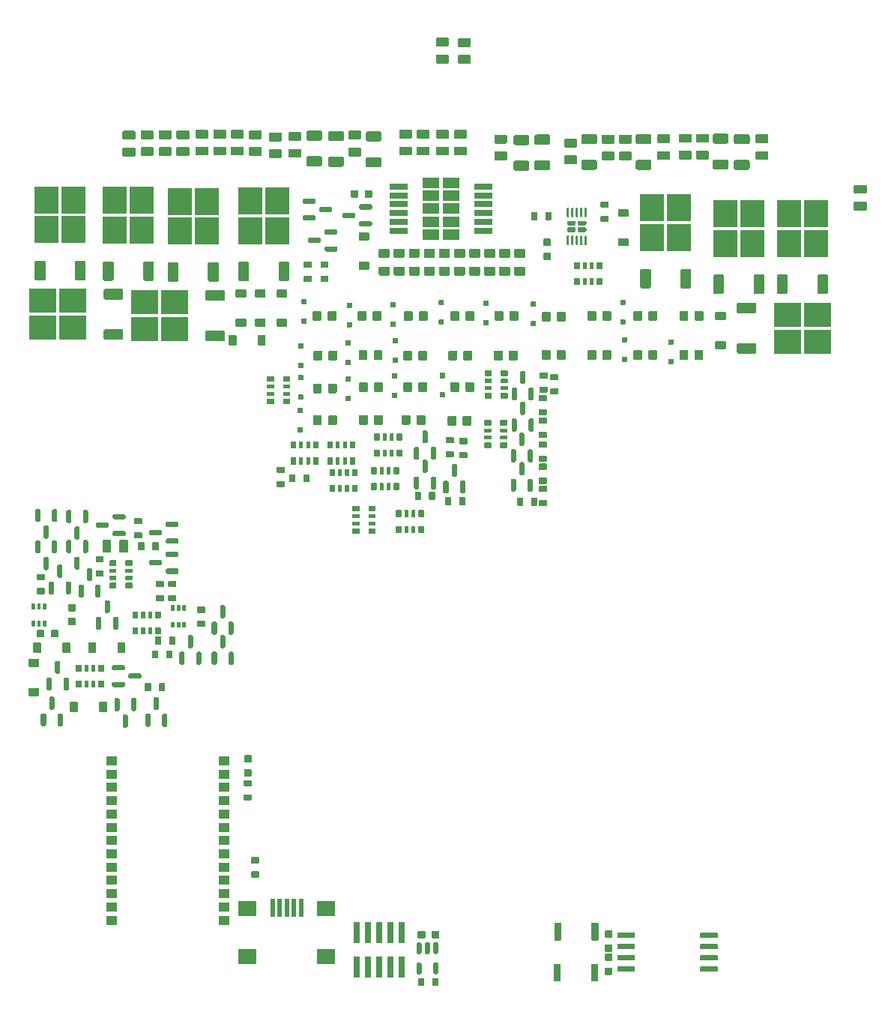
<source format=gtp>
G04 #@! TF.GenerationSoftware,KiCad,Pcbnew,(6.0.9)*
G04 #@! TF.CreationDate,2023-02-02T22:17:02+03:00*
G04 #@! TF.ProjectId,alphax_4ch,616c7068-6178-45f3-9463-682e6b696361,a*
G04 #@! TF.SameCoordinates,PX141f5e0PYa2cace0*
G04 #@! TF.FileFunction,Paste,Top*
G04 #@! TF.FilePolarity,Positive*
%FSLAX46Y46*%
G04 Gerber Fmt 4.6, Leading zero omitted, Abs format (unit mm)*
G04 Created by KiCad (PCBNEW (6.0.9)) date 2023-02-02 22:17:02*
%MOMM*%
%LPD*%
G01*
G04 APERTURE LIST*
%ADD10R,2.750000X3.050000*%
%ADD11R,0.500000X2.000000*%
%ADD12R,2.000000X1.700000*%
%ADD13R,3.050000X2.750000*%
%ADD14R,1.950000X1.160000*%
%ADD15R,2.000000X0.650000*%
%ADD16O,0.000001X0.000001*%
%ADD17R,1.300000X1.000000*%
%ADD18R,0.740000X2.400000*%
G04 APERTURE END LIST*
G04 #@! TO.C,C10*
G36*
G01*
X45375000Y83600000D02*
X46425000Y83600000D01*
G75*
G02*
X46525000Y83500000I0J-100000D01*
G01*
X46525000Y82700000D01*
G75*
G02*
X46425000Y82600000I-100000J0D01*
G01*
X45375000Y82600000D01*
G75*
G02*
X45275000Y82700000I0J100000D01*
G01*
X45275000Y83500000D01*
G75*
G02*
X45375000Y83600000I100000J0D01*
G01*
G37*
G36*
G01*
X45375000Y81600000D02*
X46425000Y81600000D01*
G75*
G02*
X46525000Y81500000I0J-100000D01*
G01*
X46525000Y80700000D01*
G75*
G02*
X46425000Y80600000I-100000J0D01*
G01*
X45375000Y80600000D01*
G75*
G02*
X45275000Y80700000I0J100000D01*
G01*
X45275000Y81500000D01*
G75*
G02*
X45375000Y81600000I100000J0D01*
G01*
G37*
G04 #@! TD*
G04 #@! TO.C,D53*
G36*
G01*
X25110000Y74805000D02*
X24090000Y74805000D01*
G75*
G02*
X24000000Y74895000I0J90000D01*
G01*
X24000000Y75615000D01*
G75*
G02*
X24090000Y75705000I90000J0D01*
G01*
X25110000Y75705000D01*
G75*
G02*
X25200000Y75615000I0J-90000D01*
G01*
X25200000Y74895000D01*
G75*
G02*
X25110000Y74805000I-90000J0D01*
G01*
G37*
G36*
G01*
X25110000Y78105000D02*
X24090000Y78105000D01*
G75*
G02*
X24000000Y78195000I0J90000D01*
G01*
X24000000Y78915000D01*
G75*
G02*
X24090000Y79005000I90000J0D01*
G01*
X25110000Y79005000D01*
G75*
G02*
X25200000Y78915000I0J-90000D01*
G01*
X25200000Y78195000D01*
G75*
G02*
X25110000Y78105000I-90000J0D01*
G01*
G37*
G04 #@! TD*
G04 #@! TO.C,R8*
G36*
G01*
X77375000Y93699999D02*
X76125000Y93699999D01*
G75*
G02*
X76025000Y93799999I0J100000D01*
G01*
X76025000Y94599999D01*
G75*
G02*
X76125000Y94699999I100000J0D01*
G01*
X77375000Y94699999D01*
G75*
G02*
X77475000Y94599999I0J-100000D01*
G01*
X77475000Y93799999D01*
G75*
G02*
X77375000Y93699999I-100000J0D01*
G01*
G37*
G36*
G01*
X77375000Y95600021D02*
X76125000Y95600021D01*
G75*
G02*
X76025000Y95700021I0J100000D01*
G01*
X76025000Y96500021D01*
G75*
G02*
X76125000Y96600021I100000J0D01*
G01*
X77375000Y96600021D01*
G75*
G02*
X77475000Y96500021I0J-100000D01*
G01*
X77475000Y95700021D01*
G75*
G02*
X77375000Y95600021I-100000J0D01*
G01*
G37*
G04 #@! TD*
G04 #@! TO.C,C18*
G36*
G01*
X66490000Y4224999D02*
X65810000Y4224999D01*
G75*
G02*
X65725000Y4309999I0J85000D01*
G01*
X65725000Y4989999D01*
G75*
G02*
X65810000Y5074999I85000J0D01*
G01*
X66490000Y5074999D01*
G75*
G02*
X66575000Y4989999I0J-85000D01*
G01*
X66575000Y4309999D01*
G75*
G02*
X66490000Y4224999I-85000J0D01*
G01*
G37*
G36*
G01*
X66490000Y5805001D02*
X65810000Y5805001D01*
G75*
G02*
X65725000Y5890001I0J85000D01*
G01*
X65725000Y6570001D01*
G75*
G02*
X65810000Y6655001I85000J0D01*
G01*
X66490000Y6655001D01*
G75*
G02*
X66575000Y6570001I0J-85000D01*
G01*
X66575000Y5890001D01*
G75*
G02*
X66490000Y5805001I-85000J0D01*
G01*
G37*
G04 #@! TD*
G04 #@! TO.C,R29*
G36*
G01*
X12610000Y53200010D02*
X13390000Y53200010D01*
G75*
G02*
X13460000Y53130010I0J-70000D01*
G01*
X13460000Y52570010D01*
G75*
G02*
X13390000Y52500010I-70000J0D01*
G01*
X12610000Y52500010D01*
G75*
G02*
X12540000Y52570010I0J70000D01*
G01*
X12540000Y53130010D01*
G75*
G02*
X12610000Y53200010I70000J0D01*
G01*
G37*
G36*
G01*
X12610000Y51600010D02*
X13390000Y51600010D01*
G75*
G02*
X13460000Y51530010I0J-70000D01*
G01*
X13460000Y50970010D01*
G75*
G02*
X13390000Y50900010I-70000J0D01*
G01*
X12610000Y50900010D01*
G75*
G02*
X12540000Y50970010I0J70000D01*
G01*
X12540000Y51530010D01*
G75*
G02*
X12610000Y51600010I70000J0D01*
G01*
G37*
G04 #@! TD*
G04 #@! TO.C,R90*
G36*
G01*
X25810000Y14900000D02*
X26590000Y14900000D01*
G75*
G02*
X26660000Y14830000I0J-70000D01*
G01*
X26660000Y14270000D01*
G75*
G02*
X26590000Y14200000I-70000J0D01*
G01*
X25810000Y14200000D01*
G75*
G02*
X25740000Y14270000I0J70000D01*
G01*
X25740000Y14830000D01*
G75*
G02*
X25810000Y14900000I70000J0D01*
G01*
G37*
G36*
G01*
X25810000Y13300000D02*
X26590000Y13300000D01*
G75*
G02*
X26660000Y13230000I0J-70000D01*
G01*
X26660000Y12670000D01*
G75*
G02*
X26590000Y12600000I-70000J0D01*
G01*
X25810000Y12600000D01*
G75*
G02*
X25740000Y12670000I0J70000D01*
G01*
X25740000Y13230000D01*
G75*
G02*
X25810000Y13300000I70000J0D01*
G01*
G37*
G04 #@! TD*
G04 #@! TO.C,R2*
G36*
G01*
X34600000Y56215000D02*
X34600000Y56885000D01*
G75*
G02*
X34665000Y56950000I65000J0D01*
G01*
X35185000Y56950000D01*
G75*
G02*
X35250000Y56885000I0J-65000D01*
G01*
X35250000Y56215000D01*
G75*
G02*
X35185000Y56150000I-65000J0D01*
G01*
X34665000Y56150000D01*
G75*
G02*
X34600000Y56215000I0J65000D01*
G01*
G37*
G36*
G01*
X35575000Y56195000D02*
X35575000Y56905000D01*
G75*
G02*
X35620000Y56950000I45000J0D01*
G01*
X35980000Y56950000D01*
G75*
G02*
X36025000Y56905000I0J-45000D01*
G01*
X36025000Y56195000D01*
G75*
G02*
X35980000Y56150000I-45000J0D01*
G01*
X35620000Y56150000D01*
G75*
G02*
X35575000Y56195000I0J45000D01*
G01*
G37*
G36*
G01*
X36375000Y56195000D02*
X36375000Y56905000D01*
G75*
G02*
X36420000Y56950000I45000J0D01*
G01*
X36780000Y56950000D01*
G75*
G02*
X36825000Y56905000I0J-45000D01*
G01*
X36825000Y56195000D01*
G75*
G02*
X36780000Y56150000I-45000J0D01*
G01*
X36420000Y56150000D01*
G75*
G02*
X36375000Y56195000I0J45000D01*
G01*
G37*
G36*
G01*
X37150000Y56215000D02*
X37150000Y56885000D01*
G75*
G02*
X37215000Y56950000I65000J0D01*
G01*
X37735000Y56950000D01*
G75*
G02*
X37800000Y56885000I0J-65000D01*
G01*
X37800000Y56215000D01*
G75*
G02*
X37735000Y56150000I-65000J0D01*
G01*
X37215000Y56150000D01*
G75*
G02*
X37150000Y56215000I0J65000D01*
G01*
G37*
G36*
G01*
X37150000Y58015000D02*
X37150000Y58685000D01*
G75*
G02*
X37215000Y58750000I65000J0D01*
G01*
X37735000Y58750000D01*
G75*
G02*
X37800000Y58685000I0J-65000D01*
G01*
X37800000Y58015000D01*
G75*
G02*
X37735000Y57950000I-65000J0D01*
G01*
X37215000Y57950000D01*
G75*
G02*
X37150000Y58015000I0J65000D01*
G01*
G37*
G36*
G01*
X36375000Y57995000D02*
X36375000Y58705000D01*
G75*
G02*
X36420000Y58750000I45000J0D01*
G01*
X36780000Y58750000D01*
G75*
G02*
X36825000Y58705000I0J-45000D01*
G01*
X36825000Y57995000D01*
G75*
G02*
X36780000Y57950000I-45000J0D01*
G01*
X36420000Y57950000D01*
G75*
G02*
X36375000Y57995000I0J45000D01*
G01*
G37*
G36*
G01*
X35575000Y57995000D02*
X35575000Y58705000D01*
G75*
G02*
X35620000Y58750000I45000J0D01*
G01*
X35980000Y58750000D01*
G75*
G02*
X36025000Y58705000I0J-45000D01*
G01*
X36025000Y57995000D01*
G75*
G02*
X35980000Y57950000I-45000J0D01*
G01*
X35620000Y57950000D01*
G75*
G02*
X35575000Y57995000I0J45000D01*
G01*
G37*
G36*
G01*
X34600000Y58015000D02*
X34600000Y58685000D01*
G75*
G02*
X34665000Y58750000I65000J0D01*
G01*
X35185000Y58750000D01*
G75*
G02*
X35250000Y58685000I0J-65000D01*
G01*
X35250000Y58015000D01*
G75*
G02*
X35185000Y57950000I-65000J0D01*
G01*
X34665000Y57950000D01*
G75*
G02*
X34600000Y58015000I0J65000D01*
G01*
G37*
G04 #@! TD*
G04 #@! TO.C,D36*
G36*
G01*
X50649999Y64649998D02*
X50649999Y63749998D01*
G75*
G02*
X50549999Y63649998I-100000J0D01*
G01*
X49749999Y63649998D01*
G75*
G02*
X49649999Y63749998I0J100000D01*
G01*
X49649999Y64649998D01*
G75*
G02*
X49749999Y64749998I100000J0D01*
G01*
X50549999Y64749998D01*
G75*
G02*
X50649999Y64649998I0J-100000D01*
G01*
G37*
G36*
G01*
X48949999Y64649998D02*
X48949999Y63749998D01*
G75*
G02*
X48849999Y63649998I-100000J0D01*
G01*
X48049999Y63649998D01*
G75*
G02*
X47949999Y63749998I0J100000D01*
G01*
X47949999Y64649998D01*
G75*
G02*
X48049999Y64749998I100000J0D01*
G01*
X48849999Y64749998D01*
G75*
G02*
X48949999Y64649998I0J-100000D01*
G01*
G37*
G04 #@! TD*
G04 #@! TO.C,R4*
G36*
G01*
X54685000Y66700000D02*
X54015000Y66700000D01*
G75*
G02*
X53950000Y66765000I0J65000D01*
G01*
X53950000Y67285000D01*
G75*
G02*
X54015000Y67350000I65000J0D01*
G01*
X54685000Y67350000D01*
G75*
G02*
X54750000Y67285000I0J-65000D01*
G01*
X54750000Y66765000D01*
G75*
G02*
X54685000Y66700000I-65000J0D01*
G01*
G37*
G36*
G01*
X54705000Y67675000D02*
X53995000Y67675000D01*
G75*
G02*
X53950000Y67720000I0J45000D01*
G01*
X53950000Y68080000D01*
G75*
G02*
X53995000Y68125000I45000J0D01*
G01*
X54705000Y68125000D01*
G75*
G02*
X54750000Y68080000I0J-45000D01*
G01*
X54750000Y67720000D01*
G75*
G02*
X54705000Y67675000I-45000J0D01*
G01*
G37*
G36*
G01*
X54705000Y68475000D02*
X53995000Y68475000D01*
G75*
G02*
X53950000Y68520000I0J45000D01*
G01*
X53950000Y68880000D01*
G75*
G02*
X53995000Y68925000I45000J0D01*
G01*
X54705000Y68925000D01*
G75*
G02*
X54750000Y68880000I0J-45000D01*
G01*
X54750000Y68520000D01*
G75*
G02*
X54705000Y68475000I-45000J0D01*
G01*
G37*
G36*
G01*
X54685000Y69250000D02*
X54015000Y69250000D01*
G75*
G02*
X53950000Y69315000I0J65000D01*
G01*
X53950000Y69835000D01*
G75*
G02*
X54015000Y69900000I65000J0D01*
G01*
X54685000Y69900000D01*
G75*
G02*
X54750000Y69835000I0J-65000D01*
G01*
X54750000Y69315000D01*
G75*
G02*
X54685000Y69250000I-65000J0D01*
G01*
G37*
G36*
G01*
X52885000Y69250000D02*
X52215000Y69250000D01*
G75*
G02*
X52150000Y69315000I0J65000D01*
G01*
X52150000Y69835000D01*
G75*
G02*
X52215000Y69900000I65000J0D01*
G01*
X52885000Y69900000D01*
G75*
G02*
X52950000Y69835000I0J-65000D01*
G01*
X52950000Y69315000D01*
G75*
G02*
X52885000Y69250000I-65000J0D01*
G01*
G37*
G36*
G01*
X52905000Y68475000D02*
X52195000Y68475000D01*
G75*
G02*
X52150000Y68520000I0J45000D01*
G01*
X52150000Y68880000D01*
G75*
G02*
X52195000Y68925000I45000J0D01*
G01*
X52905000Y68925000D01*
G75*
G02*
X52950000Y68880000I0J-45000D01*
G01*
X52950000Y68520000D01*
G75*
G02*
X52905000Y68475000I-45000J0D01*
G01*
G37*
G36*
G01*
X52905000Y67675000D02*
X52195000Y67675000D01*
G75*
G02*
X52150000Y67720000I0J45000D01*
G01*
X52150000Y68080000D01*
G75*
G02*
X52195000Y68125000I45000J0D01*
G01*
X52905000Y68125000D01*
G75*
G02*
X52950000Y68080000I0J-45000D01*
G01*
X52950000Y67720000D01*
G75*
G02*
X52905000Y67675000I-45000J0D01*
G01*
G37*
G36*
G01*
X52885000Y66700000D02*
X52215000Y66700000D01*
G75*
G02*
X52150000Y66765000I0J65000D01*
G01*
X52150000Y67285000D01*
G75*
G02*
X52215000Y67350000I65000J0D01*
G01*
X52885000Y67350000D01*
G75*
G02*
X52950000Y67285000I0J-65000D01*
G01*
X52950000Y66765000D01*
G75*
G02*
X52885000Y66700000I-65000J0D01*
G01*
G37*
G04 #@! TD*
G04 #@! TO.C,D30*
G36*
G01*
X67450000Y75111499D02*
X67450000Y75591499D01*
G75*
G02*
X67510000Y75651499I60000J0D01*
G01*
X67990000Y75651499D01*
G75*
G02*
X68050000Y75591499I0J-60000D01*
G01*
X68050000Y75111499D01*
G75*
G02*
X67990000Y75051499I-60000J0D01*
G01*
X67510000Y75051499D01*
G75*
G02*
X67450000Y75111499I0J60000D01*
G01*
G37*
G36*
G01*
X67450000Y77311499D02*
X67450000Y77791499D01*
G75*
G02*
X67510000Y77851499I60000J0D01*
G01*
X67990000Y77851499D01*
G75*
G02*
X68050000Y77791499I0J-60000D01*
G01*
X68050000Y77311499D01*
G75*
G02*
X67990000Y77251499I-60000J0D01*
G01*
X67510000Y77251499D01*
G75*
G02*
X67450000Y77311499I0J60000D01*
G01*
G37*
G04 #@! TD*
G04 #@! TO.C,C3*
G36*
G01*
X25060000Y26435001D02*
X25740000Y26435001D01*
G75*
G02*
X25825000Y26350001I0J-85000D01*
G01*
X25825000Y25670001D01*
G75*
G02*
X25740000Y25585001I-85000J0D01*
G01*
X25060000Y25585001D01*
G75*
G02*
X24975000Y25670001I0J85000D01*
G01*
X24975000Y26350001D01*
G75*
G02*
X25060000Y26435001I85000J0D01*
G01*
G37*
G36*
G01*
X25060000Y24854999D02*
X25740000Y24854999D01*
G75*
G02*
X25825000Y24769999I0J-85000D01*
G01*
X25825000Y24089999D01*
G75*
G02*
X25740000Y24004999I-85000J0D01*
G01*
X25060000Y24004999D01*
G75*
G02*
X24975000Y24089999I0J85000D01*
G01*
X24975000Y24769999D01*
G75*
G02*
X25060000Y24854999I85000J0D01*
G01*
G37*
G04 #@! TD*
G04 #@! TO.C,D46*
G36*
G01*
X31650000Y69290000D02*
X31650000Y68810000D01*
G75*
G02*
X31590000Y68750000I-60000J0D01*
G01*
X31110000Y68750000D01*
G75*
G02*
X31050000Y68810000I0J60000D01*
G01*
X31050000Y69290000D01*
G75*
G02*
X31110000Y69350000I60000J0D01*
G01*
X31590000Y69350000D01*
G75*
G02*
X31650000Y69290000I0J-60000D01*
G01*
G37*
G36*
G01*
X31650000Y67090000D02*
X31650000Y66610000D01*
G75*
G02*
X31590000Y66550000I-60000J0D01*
G01*
X31110000Y66550000D01*
G75*
G02*
X31050000Y66610000I0J60000D01*
G01*
X31050000Y67090000D01*
G75*
G02*
X31110000Y67150000I60000J0D01*
G01*
X31590000Y67150000D01*
G75*
G02*
X31650000Y67090000I0J-60000D01*
G01*
G37*
G04 #@! TD*
G04 #@! TO.C,R87*
G36*
G01*
X58310000Y61850000D02*
X59090000Y61850000D01*
G75*
G02*
X59160000Y61780000I0J-70000D01*
G01*
X59160000Y61220000D01*
G75*
G02*
X59090000Y61150000I-70000J0D01*
G01*
X58310000Y61150000D01*
G75*
G02*
X58240000Y61220000I0J70000D01*
G01*
X58240000Y61780000D01*
G75*
G02*
X58310000Y61850000I70000J0D01*
G01*
G37*
G36*
G01*
X58310000Y60250000D02*
X59090000Y60250000D01*
G75*
G02*
X59160000Y60180000I0J-70000D01*
G01*
X59160000Y59620000D01*
G75*
G02*
X59090000Y59550000I-70000J0D01*
G01*
X58310000Y59550000D01*
G75*
G02*
X58240000Y59620000I0J70000D01*
G01*
X58240000Y60180000D01*
G75*
G02*
X58310000Y60250000I70000J0D01*
G01*
G37*
G04 #@! TD*
G04 #@! TO.C,R93*
G36*
G01*
X17200000Y39740000D02*
X17200000Y38960000D01*
G75*
G02*
X17130000Y38890000I-70000J0D01*
G01*
X16570000Y38890000D01*
G75*
G02*
X16500000Y38960000I0J70000D01*
G01*
X16500000Y39740000D01*
G75*
G02*
X16570000Y39810000I70000J0D01*
G01*
X17130000Y39810000D01*
G75*
G02*
X17200000Y39740000I0J-70000D01*
G01*
G37*
G36*
G01*
X15600000Y39740000D02*
X15600000Y38960000D01*
G75*
G02*
X15530000Y38890000I-70000J0D01*
G01*
X14970000Y38890000D01*
G75*
G02*
X14900000Y38960000I0J70000D01*
G01*
X14900000Y39740000D01*
G75*
G02*
X14970000Y39810000I70000J0D01*
G01*
X15530000Y39810000D01*
G75*
G02*
X15600000Y39740000I0J-70000D01*
G01*
G37*
G04 #@! TD*
G04 #@! TO.C,R95*
G36*
G01*
X33660000Y82150000D02*
X34440000Y82150000D01*
G75*
G02*
X34510000Y82080000I0J-70000D01*
G01*
X34510000Y81520000D01*
G75*
G02*
X34440000Y81450000I-70000J0D01*
G01*
X33660000Y81450000D01*
G75*
G02*
X33590000Y81520000I0J70000D01*
G01*
X33590000Y82080000D01*
G75*
G02*
X33660000Y82150000I70000J0D01*
G01*
G37*
G36*
G01*
X33660000Y80550000D02*
X34440000Y80550000D01*
G75*
G02*
X34510000Y80480000I0J-70000D01*
G01*
X34510000Y79920000D01*
G75*
G02*
X34440000Y79850000I-70000J0D01*
G01*
X33660000Y79850000D01*
G75*
G02*
X33590000Y79920000I0J70000D01*
G01*
X33590000Y80480000D01*
G75*
G02*
X33660000Y80550000I70000J0D01*
G01*
G37*
G04 #@! TD*
G04 #@! TO.C,D34*
G36*
G01*
X40649999Y64749998D02*
X40649999Y63849998D01*
G75*
G02*
X40549999Y63749998I-100000J0D01*
G01*
X39749999Y63749998D01*
G75*
G02*
X39649999Y63849998I0J100000D01*
G01*
X39649999Y64749998D01*
G75*
G02*
X39749999Y64849998I100000J0D01*
G01*
X40549999Y64849998D01*
G75*
G02*
X40649999Y64749998I0J-100000D01*
G01*
G37*
G36*
G01*
X38949999Y64749998D02*
X38949999Y63849998D01*
G75*
G02*
X38849999Y63749998I-100000J0D01*
G01*
X38049999Y63749998D01*
G75*
G02*
X37949999Y63849998I0J100000D01*
G01*
X37949999Y64749998D01*
G75*
G02*
X38049999Y64849998I100000J0D01*
G01*
X38849999Y64849998D01*
G75*
G02*
X38949999Y64749998I0J-100000D01*
G01*
G37*
G04 #@! TD*
G04 #@! TO.C,R59*
G36*
G01*
X44575000Y97050001D02*
X45825000Y97050001D01*
G75*
G02*
X45925000Y96950001I0J-100000D01*
G01*
X45925000Y96150001D01*
G75*
G02*
X45825000Y96050001I-100000J0D01*
G01*
X44575000Y96050001D01*
G75*
G02*
X44475000Y96150001I0J100000D01*
G01*
X44475000Y96950001D01*
G75*
G02*
X44575000Y97050001I100000J0D01*
G01*
G37*
G36*
G01*
X44575000Y95149979D02*
X45825000Y95149979D01*
G75*
G02*
X45925000Y95049979I0J-100000D01*
G01*
X45925000Y94249979D01*
G75*
G02*
X45825000Y94149979I-100000J0D01*
G01*
X44575000Y94149979D01*
G75*
G02*
X44475000Y94249979I0J100000D01*
G01*
X44475000Y95049979D01*
G75*
G02*
X44575000Y95149979I100000J0D01*
G01*
G37*
G04 #@! TD*
G04 #@! TO.C,R9*
G36*
G01*
X75425000Y93699999D02*
X74175000Y93699999D01*
G75*
G02*
X74075000Y93799999I0J100000D01*
G01*
X74075000Y94599999D01*
G75*
G02*
X74175000Y94699999I100000J0D01*
G01*
X75425000Y94699999D01*
G75*
G02*
X75525000Y94599999I0J-100000D01*
G01*
X75525000Y93799999D01*
G75*
G02*
X75425000Y93699999I-100000J0D01*
G01*
G37*
G36*
G01*
X75425000Y95600021D02*
X74175000Y95600021D01*
G75*
G02*
X74075000Y95700021I0J100000D01*
G01*
X74075000Y96500021D01*
G75*
G02*
X74175000Y96600021I100000J0D01*
G01*
X75425000Y96600021D01*
G75*
G02*
X75525000Y96500021I0J-100000D01*
G01*
X75525000Y95700021D01*
G75*
G02*
X75425000Y95600021I-100000J0D01*
G01*
G37*
G04 #@! TD*
G04 #@! TO.C,R68*
G36*
G01*
X24825000Y94149999D02*
X23575000Y94149999D01*
G75*
G02*
X23475000Y94249999I0J100000D01*
G01*
X23475000Y95049999D01*
G75*
G02*
X23575000Y95149999I100000J0D01*
G01*
X24825000Y95149999D01*
G75*
G02*
X24925000Y95049999I0J-100000D01*
G01*
X24925000Y94249999D01*
G75*
G02*
X24825000Y94149999I-100000J0D01*
G01*
G37*
G36*
G01*
X24825000Y96050021D02*
X23575000Y96050021D01*
G75*
G02*
X23475000Y96150021I0J100000D01*
G01*
X23475000Y96950021D01*
G75*
G02*
X23575000Y97050021I100000J0D01*
G01*
X24825000Y97050021D01*
G75*
G02*
X24925000Y96950021I0J-100000D01*
G01*
X24925000Y96150021D01*
G75*
G02*
X24825000Y96050021I-100000J0D01*
G01*
G37*
G04 #@! TD*
G04 #@! TO.C,R82*
G36*
G01*
X58410000Y69650000D02*
X59190000Y69650000D01*
G75*
G02*
X59260000Y69580000I0J-70000D01*
G01*
X59260000Y69020000D01*
G75*
G02*
X59190000Y68950000I-70000J0D01*
G01*
X58410000Y68950000D01*
G75*
G02*
X58340000Y69020000I0J70000D01*
G01*
X58340000Y69580000D01*
G75*
G02*
X58410000Y69650000I70000J0D01*
G01*
G37*
G36*
G01*
X58410000Y68050000D02*
X59190000Y68050000D01*
G75*
G02*
X59260000Y67980000I0J-70000D01*
G01*
X59260000Y67420000D01*
G75*
G02*
X59190000Y67350000I-70000J0D01*
G01*
X58410000Y67350000D01*
G75*
G02*
X58340000Y67420000I0J70000D01*
G01*
X58340000Y67980000D01*
G75*
G02*
X58410000Y68050000I70000J0D01*
G01*
G37*
G04 #@! TD*
G04 #@! TO.C,D49*
G36*
G01*
X31575000Y88850000D02*
X31575000Y89150000D01*
G75*
G02*
X31725000Y89300000I150000J0D01*
G01*
X32900000Y89300000D01*
G75*
G02*
X33050000Y89150000I0J-150000D01*
G01*
X33050000Y88850000D01*
G75*
G02*
X32900000Y88700000I-150000J0D01*
G01*
X31725000Y88700000D01*
G75*
G02*
X31575000Y88850000I0J150000D01*
G01*
G37*
G36*
G01*
X33450000Y87900000D02*
X33450000Y88200000D01*
G75*
G02*
X33600000Y88350000I150000J0D01*
G01*
X34775000Y88350000D01*
G75*
G02*
X34925000Y88200000I0J-150000D01*
G01*
X34925000Y87900000D01*
G75*
G02*
X34775000Y87750000I-150000J0D01*
G01*
X33600000Y87750000D01*
G75*
G02*
X33450000Y87900000I0J150000D01*
G01*
G37*
G36*
G01*
X31575000Y86950000D02*
X31575000Y87250000D01*
G75*
G02*
X31725000Y87400000I150000J0D01*
G01*
X32900000Y87400000D01*
G75*
G02*
X33050000Y87250000I0J-150000D01*
G01*
X33050000Y86950000D01*
G75*
G02*
X32900000Y86800000I-150000J0D01*
G01*
X31725000Y86800000D01*
G75*
G02*
X31575000Y86950000I0J150000D01*
G01*
G37*
G04 #@! TD*
G04 #@! TO.C,F4*
G36*
G01*
X63050000Y95655010D02*
X63050000Y96345010D01*
G75*
G02*
X63280000Y96575010I230000J0D01*
G01*
X64620000Y96575010D01*
G75*
G02*
X64850000Y96345010I0J-230000D01*
G01*
X64850000Y95655010D01*
G75*
G02*
X64620000Y95425010I-230000J0D01*
G01*
X63280000Y95425010D01*
G75*
G02*
X63050000Y95655010I0J230000D01*
G01*
G37*
G36*
G01*
X63050000Y92754990D02*
X63050000Y93444990D01*
G75*
G02*
X63280000Y93674990I230000J0D01*
G01*
X64620000Y93674990D01*
G75*
G02*
X64850000Y93444990I0J-230000D01*
G01*
X64850000Y92754990D01*
G75*
G02*
X64620000Y92524990I-230000J0D01*
G01*
X63280000Y92524990D01*
G75*
G02*
X63050000Y92754990I0J230000D01*
G01*
G37*
G04 #@! TD*
G04 #@! TO.C,Q13*
G36*
G01*
X47910000Y55975000D02*
X47610000Y55975000D01*
G75*
G02*
X47460000Y56125000I0J150000D01*
G01*
X47460000Y57300000D01*
G75*
G02*
X47610000Y57450000I150000J0D01*
G01*
X47910000Y57450000D01*
G75*
G02*
X48060000Y57300000I0J-150000D01*
G01*
X48060000Y56125000D01*
G75*
G02*
X47910000Y55975000I-150000J0D01*
G01*
G37*
G36*
G01*
X48860000Y57850000D02*
X48560000Y57850000D01*
G75*
G02*
X48410000Y58000000I0J150000D01*
G01*
X48410000Y59175000D01*
G75*
G02*
X48560000Y59325000I150000J0D01*
G01*
X48860000Y59325000D01*
G75*
G02*
X49010000Y59175000I0J-150000D01*
G01*
X49010000Y58000000D01*
G75*
G02*
X48860000Y57850000I-150000J0D01*
G01*
G37*
G36*
G01*
X49810000Y55975000D02*
X49510000Y55975000D01*
G75*
G02*
X49360000Y56125000I0J150000D01*
G01*
X49360000Y57300000D01*
G75*
G02*
X49510000Y57450000I150000J0D01*
G01*
X49810000Y57450000D01*
G75*
G02*
X49960000Y57300000I0J-150000D01*
G01*
X49960000Y56125000D01*
G75*
G02*
X49810000Y55975000I-150000J0D01*
G01*
G37*
G04 #@! TD*
G04 #@! TO.C,R91*
G36*
G01*
X95205000Y87939999D02*
X93955000Y87939999D01*
G75*
G02*
X93855000Y88039999I0J100000D01*
G01*
X93855000Y88839999D01*
G75*
G02*
X93955000Y88939999I100000J0D01*
G01*
X95205000Y88939999D01*
G75*
G02*
X95305000Y88839999I0J-100000D01*
G01*
X95305000Y88039999D01*
G75*
G02*
X95205000Y87939999I-100000J0D01*
G01*
G37*
G36*
G01*
X95205000Y89840021D02*
X93955000Y89840021D01*
G75*
G02*
X93855000Y89940021I0J100000D01*
G01*
X93855000Y90740021D01*
G75*
G02*
X93955000Y90840021I100000J0D01*
G01*
X95205000Y90840021D01*
G75*
G02*
X95305000Y90740021I0J-100000D01*
G01*
X95305000Y89940021D01*
G75*
G02*
X95205000Y89840021I-100000J0D01*
G01*
G37*
G04 #@! TD*
G04 #@! TO.C,D1*
G36*
G01*
X67650000Y70910000D02*
X67650000Y71390000D01*
G75*
G02*
X67710000Y71450000I60000J0D01*
G01*
X68190000Y71450000D01*
G75*
G02*
X68250000Y71390000I0J-60000D01*
G01*
X68250000Y70910000D01*
G75*
G02*
X68190000Y70850000I-60000J0D01*
G01*
X67710000Y70850000D01*
G75*
G02*
X67650000Y70910000I0J60000D01*
G01*
G37*
G36*
G01*
X67650000Y73110000D02*
X67650000Y73590000D01*
G75*
G02*
X67710000Y73650000I60000J0D01*
G01*
X68190000Y73650000D01*
G75*
G02*
X68250000Y73590000I0J-60000D01*
G01*
X68250000Y73110000D01*
G75*
G02*
X68190000Y73050000I-60000J0D01*
G01*
X67710000Y73050000D01*
G75*
G02*
X67650000Y73110000I0J60000D01*
G01*
G37*
G04 #@! TD*
G04 #@! TO.C,D15*
G36*
G01*
X40499999Y76499998D02*
X40499999Y75599998D01*
G75*
G02*
X40399999Y75499998I-100000J0D01*
G01*
X39599999Y75499998D01*
G75*
G02*
X39499999Y75599998I0J100000D01*
G01*
X39499999Y76499998D01*
G75*
G02*
X39599999Y76599998I100000J0D01*
G01*
X40399999Y76599998D01*
G75*
G02*
X40499999Y76499998I0J-100000D01*
G01*
G37*
G36*
G01*
X38799999Y76499998D02*
X38799999Y75599998D01*
G75*
G02*
X38699999Y75499998I-100000J0D01*
G01*
X37899999Y75499998D01*
G75*
G02*
X37799999Y75599998I0J100000D01*
G01*
X37799999Y76499998D01*
G75*
G02*
X37899999Y76599998I100000J0D01*
G01*
X38699999Y76599998D01*
G75*
G02*
X38799999Y76499998I0J-100000D01*
G01*
G37*
G04 #@! TD*
G04 #@! TO.C,C1*
G36*
G01*
X58860000Y84765001D02*
X59540000Y84765001D01*
G75*
G02*
X59625000Y84680001I0J-85000D01*
G01*
X59625000Y84000001D01*
G75*
G02*
X59540000Y83915001I-85000J0D01*
G01*
X58860000Y83915001D01*
G75*
G02*
X58775000Y84000001I0J85000D01*
G01*
X58775000Y84680001D01*
G75*
G02*
X58860000Y84765001I85000J0D01*
G01*
G37*
G36*
G01*
X58860000Y83184999D02*
X59540000Y83184999D01*
G75*
G02*
X59625000Y83099999I0J-85000D01*
G01*
X59625000Y82419999D01*
G75*
G02*
X59540000Y82334999I-85000J0D01*
G01*
X58860000Y82334999D01*
G75*
G02*
X58775000Y82419999I0J85000D01*
G01*
X58775000Y83099999D01*
G75*
G02*
X58860000Y83184999I85000J0D01*
G01*
G37*
G04 #@! TD*
D10*
G04 #@! TO.C,Q29*
X28725000Y85675000D03*
X25675000Y85675000D03*
X25675000Y89025000D03*
X28725000Y89025000D03*
G36*
G01*
X25400000Y79950000D02*
X24440000Y79950000D01*
G75*
G02*
X24320000Y80070000I0J120000D01*
G01*
X24320000Y82030000D01*
G75*
G02*
X24440000Y82150000I120000J0D01*
G01*
X25400000Y82150000D01*
G75*
G02*
X25520000Y82030000I0J-120000D01*
G01*
X25520000Y80070000D01*
G75*
G02*
X25400000Y79950000I-120000J0D01*
G01*
G37*
G36*
G01*
X29960000Y79950000D02*
X29000000Y79950000D01*
G75*
G02*
X28880000Y80070000I0J120000D01*
G01*
X28880000Y82030000D01*
G75*
G02*
X29000000Y82150000I120000J0D01*
G01*
X29960000Y82150000D01*
G75*
G02*
X30080000Y82030000I0J-120000D01*
G01*
X30080000Y80070000D01*
G75*
G02*
X29960000Y79950000I-120000J0D01*
G01*
G37*
G04 #@! TD*
G04 #@! TO.C,S1*
G36*
G01*
X64950001Y2770000D02*
X64950001Y930000D01*
G75*
G02*
X64870001Y850000I-80000J0D01*
G01*
X64230001Y850000D01*
G75*
G02*
X64150001Y930000I0J80000D01*
G01*
X64150001Y2770000D01*
G75*
G02*
X64230001Y2850000I80000J0D01*
G01*
X64870001Y2850000D01*
G75*
G02*
X64950001Y2770000I0J-80000D01*
G01*
G37*
G36*
G01*
X60750000Y2770000D02*
X60750000Y930000D01*
G75*
G02*
X60670000Y850000I-80000J0D01*
G01*
X60030000Y850000D01*
G75*
G02*
X59950000Y930000I0J80000D01*
G01*
X59950000Y2770000D01*
G75*
G02*
X60030000Y2850000I80000J0D01*
G01*
X60670000Y2850000D01*
G75*
G02*
X60750000Y2770000I0J-80000D01*
G01*
G37*
G04 #@! TD*
G04 #@! TO.C,D6*
G36*
G01*
X41750000Y70810000D02*
X41750000Y71290000D01*
G75*
G02*
X41810000Y71350000I60000J0D01*
G01*
X42290000Y71350000D01*
G75*
G02*
X42350000Y71290000I0J-60000D01*
G01*
X42350000Y70810000D01*
G75*
G02*
X42290000Y70750000I-60000J0D01*
G01*
X41810000Y70750000D01*
G75*
G02*
X41750000Y70810000I0J60000D01*
G01*
G37*
G36*
G01*
X41750000Y73010000D02*
X41750000Y73490000D01*
G75*
G02*
X41810000Y73550000I60000J0D01*
G01*
X42290000Y73550000D01*
G75*
G02*
X42350000Y73490000I0J-60000D01*
G01*
X42350000Y73010000D01*
G75*
G02*
X42290000Y72950000I-60000J0D01*
G01*
X41810000Y72950000D01*
G75*
G02*
X41750000Y73010000I0J60000D01*
G01*
G37*
G04 #@! TD*
G04 #@! TO.C,C4*
G36*
G01*
X47015001Y6490000D02*
X47015001Y5810000D01*
G75*
G02*
X46930001Y5725000I-85000J0D01*
G01*
X46250001Y5725000D01*
G75*
G02*
X46165001Y5810000I0J85000D01*
G01*
X46165001Y6490000D01*
G75*
G02*
X46250001Y6575000I85000J0D01*
G01*
X46930001Y6575000D01*
G75*
G02*
X47015001Y6490000I0J-85000D01*
G01*
G37*
G36*
G01*
X45434999Y6490000D02*
X45434999Y5810000D01*
G75*
G02*
X45349999Y5725000I-85000J0D01*
G01*
X44669999Y5725000D01*
G75*
G02*
X44584999Y5810000I0J85000D01*
G01*
X44584999Y6490000D01*
G75*
G02*
X44669999Y6575000I85000J0D01*
G01*
X45349999Y6575000D01*
G75*
G02*
X45434999Y6490000I0J-85000D01*
G01*
G37*
G04 #@! TD*
G04 #@! TO.C,Q1*
G36*
G01*
X2450000Y29675010D02*
X2150000Y29675010D01*
G75*
G02*
X2000000Y29825010I0J150000D01*
G01*
X2000000Y31000010D01*
G75*
G02*
X2150000Y31150010I150000J0D01*
G01*
X2450000Y31150010D01*
G75*
G02*
X2600000Y31000010I0J-150000D01*
G01*
X2600000Y29825010D01*
G75*
G02*
X2450000Y29675010I-150000J0D01*
G01*
G37*
G36*
G01*
X3400000Y31550010D02*
X3100000Y31550010D01*
G75*
G02*
X2950000Y31700010I0J150000D01*
G01*
X2950000Y32875010D01*
G75*
G02*
X3100000Y33025010I150000J0D01*
G01*
X3400000Y33025010D01*
G75*
G02*
X3550000Y32875010I0J-150000D01*
G01*
X3550000Y31700010D01*
G75*
G02*
X3400000Y31550010I-150000J0D01*
G01*
G37*
G36*
G01*
X4350000Y29675010D02*
X4050000Y29675010D01*
G75*
G02*
X3900000Y29825010I0J150000D01*
G01*
X3900000Y31000010D01*
G75*
G02*
X4050000Y31150010I150000J0D01*
G01*
X4350000Y31150010D01*
G75*
G02*
X4500000Y31000010I0J-150000D01*
G01*
X4500000Y29825010D01*
G75*
G02*
X4350000Y29675010I-150000J0D01*
G01*
G37*
G04 #@! TD*
G04 #@! TO.C,R50*
G36*
G01*
X34350000Y59315000D02*
X34350000Y59985000D01*
G75*
G02*
X34415000Y60050000I65000J0D01*
G01*
X34935000Y60050000D01*
G75*
G02*
X35000000Y59985000I0J-65000D01*
G01*
X35000000Y59315000D01*
G75*
G02*
X34935000Y59250000I-65000J0D01*
G01*
X34415000Y59250000D01*
G75*
G02*
X34350000Y59315000I0J65000D01*
G01*
G37*
G36*
G01*
X35325000Y59295000D02*
X35325000Y60005000D01*
G75*
G02*
X35370000Y60050000I45000J0D01*
G01*
X35730000Y60050000D01*
G75*
G02*
X35775000Y60005000I0J-45000D01*
G01*
X35775000Y59295000D01*
G75*
G02*
X35730000Y59250000I-45000J0D01*
G01*
X35370000Y59250000D01*
G75*
G02*
X35325000Y59295000I0J45000D01*
G01*
G37*
G36*
G01*
X36125000Y59295000D02*
X36125000Y60005000D01*
G75*
G02*
X36170000Y60050000I45000J0D01*
G01*
X36530000Y60050000D01*
G75*
G02*
X36575000Y60005000I0J-45000D01*
G01*
X36575000Y59295000D01*
G75*
G02*
X36530000Y59250000I-45000J0D01*
G01*
X36170000Y59250000D01*
G75*
G02*
X36125000Y59295000I0J45000D01*
G01*
G37*
G36*
G01*
X36900000Y59315000D02*
X36900000Y59985000D01*
G75*
G02*
X36965000Y60050000I65000J0D01*
G01*
X37485000Y60050000D01*
G75*
G02*
X37550000Y59985000I0J-65000D01*
G01*
X37550000Y59315000D01*
G75*
G02*
X37485000Y59250000I-65000J0D01*
G01*
X36965000Y59250000D01*
G75*
G02*
X36900000Y59315000I0J65000D01*
G01*
G37*
G36*
G01*
X36900000Y61115000D02*
X36900000Y61785000D01*
G75*
G02*
X36965000Y61850000I65000J0D01*
G01*
X37485000Y61850000D01*
G75*
G02*
X37550000Y61785000I0J-65000D01*
G01*
X37550000Y61115000D01*
G75*
G02*
X37485000Y61050000I-65000J0D01*
G01*
X36965000Y61050000D01*
G75*
G02*
X36900000Y61115000I0J65000D01*
G01*
G37*
G36*
G01*
X36125000Y61095000D02*
X36125000Y61805000D01*
G75*
G02*
X36170000Y61850000I45000J0D01*
G01*
X36530000Y61850000D01*
G75*
G02*
X36575000Y61805000I0J-45000D01*
G01*
X36575000Y61095000D01*
G75*
G02*
X36530000Y61050000I-45000J0D01*
G01*
X36170000Y61050000D01*
G75*
G02*
X36125000Y61095000I0J45000D01*
G01*
G37*
G36*
G01*
X35325000Y61095000D02*
X35325000Y61805000D01*
G75*
G02*
X35370000Y61850000I45000J0D01*
G01*
X35730000Y61850000D01*
G75*
G02*
X35775000Y61805000I0J-45000D01*
G01*
X35775000Y61095000D01*
G75*
G02*
X35730000Y61050000I-45000J0D01*
G01*
X35370000Y61050000D01*
G75*
G02*
X35325000Y61095000I0J45000D01*
G01*
G37*
G36*
G01*
X34350000Y61115000D02*
X34350000Y61785000D01*
G75*
G02*
X34415000Y61850000I65000J0D01*
G01*
X34935000Y61850000D01*
G75*
G02*
X35000000Y61785000I0J-65000D01*
G01*
X35000000Y61115000D01*
G75*
G02*
X34935000Y61050000I-65000J0D01*
G01*
X34415000Y61050000D01*
G75*
G02*
X34350000Y61115000I0J65000D01*
G01*
G37*
G04 #@! TD*
G04 #@! TO.C,U5*
G36*
G01*
X18040000Y43375000D02*
X18360000Y43375000D01*
G75*
G02*
X18400000Y43335000I0J-40000D01*
G01*
X18400000Y42765000D01*
G75*
G02*
X18360000Y42725000I-40000J0D01*
G01*
X18040000Y42725000D01*
G75*
G02*
X18000000Y42765000I0J40000D01*
G01*
X18000000Y43335000D01*
G75*
G02*
X18040000Y43375000I40000J0D01*
G01*
G37*
G36*
G01*
X17390000Y43375000D02*
X17710000Y43375000D01*
G75*
G02*
X17750000Y43335000I0J-40000D01*
G01*
X17750000Y42765000D01*
G75*
G02*
X17710000Y42725000I-40000J0D01*
G01*
X17390000Y42725000D01*
G75*
G02*
X17350000Y42765000I0J40000D01*
G01*
X17350000Y43335000D01*
G75*
G02*
X17390000Y43375000I40000J0D01*
G01*
G37*
G36*
G01*
X16740000Y43375000D02*
X17060000Y43375000D01*
G75*
G02*
X17100000Y43335000I0J-40000D01*
G01*
X17100000Y42765000D01*
G75*
G02*
X17060000Y42725000I-40000J0D01*
G01*
X16740000Y42725000D01*
G75*
G02*
X16700000Y42765000I0J40000D01*
G01*
X16700000Y43335000D01*
G75*
G02*
X16740000Y43375000I40000J0D01*
G01*
G37*
G36*
G01*
X16740000Y41475000D02*
X17060000Y41475000D01*
G75*
G02*
X17100000Y41435000I0J-40000D01*
G01*
X17100000Y40865000D01*
G75*
G02*
X17060000Y40825000I-40000J0D01*
G01*
X16740000Y40825000D01*
G75*
G02*
X16700000Y40865000I0J40000D01*
G01*
X16700000Y41435000D01*
G75*
G02*
X16740000Y41475000I40000J0D01*
G01*
G37*
G36*
G01*
X17390000Y41475000D02*
X17710000Y41475000D01*
G75*
G02*
X17750000Y41435000I0J-40000D01*
G01*
X17750000Y40865000D01*
G75*
G02*
X17710000Y40825000I-40000J0D01*
G01*
X17390000Y40825000D01*
G75*
G02*
X17350000Y40865000I0J40000D01*
G01*
X17350000Y41435000D01*
G75*
G02*
X17390000Y41475000I40000J0D01*
G01*
G37*
G36*
G01*
X18040000Y41475000D02*
X18360000Y41475000D01*
G75*
G02*
X18400000Y41435000I0J-40000D01*
G01*
X18400000Y40865000D01*
G75*
G02*
X18360000Y40825000I-40000J0D01*
G01*
X18040000Y40825000D01*
G75*
G02*
X18000000Y40865000I0J40000D01*
G01*
X18000000Y41435000D01*
G75*
G02*
X18040000Y41475000I40000J0D01*
G01*
G37*
G04 #@! TD*
G04 #@! TO.C,D28*
G36*
G01*
X5350000Y39060010D02*
X5350000Y38040010D01*
G75*
G02*
X5260000Y37950010I-90000J0D01*
G01*
X4540000Y37950010D01*
G75*
G02*
X4450000Y38040010I0J90000D01*
G01*
X4450000Y39060010D01*
G75*
G02*
X4540000Y39150010I90000J0D01*
G01*
X5260000Y39150010D01*
G75*
G02*
X5350000Y39060010I0J-90000D01*
G01*
G37*
G36*
G01*
X2050000Y39060010D02*
X2050000Y38040010D01*
G75*
G02*
X1960000Y37950010I-90000J0D01*
G01*
X1240000Y37950010D01*
G75*
G02*
X1150000Y38040010I0J90000D01*
G01*
X1150000Y39060010D01*
G75*
G02*
X1240000Y39150010I90000J0D01*
G01*
X1960000Y39150010D01*
G75*
G02*
X2050000Y39060010I0J-90000D01*
G01*
G37*
G04 #@! TD*
G04 #@! TO.C,D12*
G36*
G01*
X61300000Y76400000D02*
X61300000Y75500000D01*
G75*
G02*
X61200000Y75400000I-100000J0D01*
G01*
X60400000Y75400000D01*
G75*
G02*
X60300000Y75500000I0J100000D01*
G01*
X60300000Y76400000D01*
G75*
G02*
X60400000Y76500000I100000J0D01*
G01*
X61200000Y76500000D01*
G75*
G02*
X61300000Y76400000I0J-100000D01*
G01*
G37*
G36*
G01*
X59600000Y76400000D02*
X59600000Y75500000D01*
G75*
G02*
X59500000Y75400000I-100000J0D01*
G01*
X58700000Y75400000D01*
G75*
G02*
X58600000Y75500000I0J100000D01*
G01*
X58600000Y76400000D01*
G75*
G02*
X58700000Y76500000I100000J0D01*
G01*
X59500000Y76500000D01*
G75*
G02*
X59600000Y76400000I0J-100000D01*
G01*
G37*
G04 #@! TD*
G04 #@! TO.C,R38*
G36*
G01*
X25760000Y21310000D02*
X24980000Y21310000D01*
G75*
G02*
X24910000Y21380000I0J70000D01*
G01*
X24910000Y21940000D01*
G75*
G02*
X24980000Y22010000I70000J0D01*
G01*
X25760000Y22010000D01*
G75*
G02*
X25830000Y21940000I0J-70000D01*
G01*
X25830000Y21380000D01*
G75*
G02*
X25760000Y21310000I-70000J0D01*
G01*
G37*
G36*
G01*
X25760000Y22910000D02*
X24980000Y22910000D01*
G75*
G02*
X24910000Y22980000I0J70000D01*
G01*
X24910000Y23540000D01*
G75*
G02*
X24980000Y23610000I70000J0D01*
G01*
X25760000Y23610000D01*
G75*
G02*
X25830000Y23540000I0J-70000D01*
G01*
X25830000Y22980000D01*
G75*
G02*
X25760000Y22910000I-70000J0D01*
G01*
G37*
G04 #@! TD*
G04 #@! TO.C,D22*
G36*
G01*
X31587498Y65591499D02*
X31587498Y65111499D01*
G75*
G02*
X31527498Y65051499I-60000J0D01*
G01*
X31047498Y65051499D01*
G75*
G02*
X30987498Y65111499I0J60000D01*
G01*
X30987498Y65591499D01*
G75*
G02*
X31047498Y65651499I60000J0D01*
G01*
X31527498Y65651499D01*
G75*
G02*
X31587498Y65591499I0J-60000D01*
G01*
G37*
G36*
G01*
X31587498Y63391499D02*
X31587498Y62911499D01*
G75*
G02*
X31527498Y62851499I-60000J0D01*
G01*
X31047498Y62851499D01*
G75*
G02*
X30987498Y62911499I0J60000D01*
G01*
X30987498Y63391499D01*
G75*
G02*
X31047498Y63451499I60000J0D01*
G01*
X31527498Y63451499D01*
G75*
G02*
X31587498Y63391499I0J-60000D01*
G01*
G37*
G04 #@! TD*
G04 #@! TO.C,R32*
G36*
G01*
X48590000Y61650000D02*
X47810000Y61650000D01*
G75*
G02*
X47740000Y61720000I0J70000D01*
G01*
X47740000Y62280000D01*
G75*
G02*
X47810000Y62350000I70000J0D01*
G01*
X48590000Y62350000D01*
G75*
G02*
X48660000Y62280000I0J-70000D01*
G01*
X48660000Y61720000D01*
G75*
G02*
X48590000Y61650000I-70000J0D01*
G01*
G37*
G36*
G01*
X48590000Y60050000D02*
X47810000Y60050000D01*
G75*
G02*
X47740000Y60120000I0J70000D01*
G01*
X47740000Y60680000D01*
G75*
G02*
X47810000Y60750000I70000J0D01*
G01*
X48590000Y60750000D01*
G75*
G02*
X48660000Y60680000I0J-70000D01*
G01*
X48660000Y60120000D01*
G75*
G02*
X48590000Y60050000I-70000J0D01*
G01*
G37*
G04 #@! TD*
G04 #@! TO.C,D11*
G36*
G01*
X71649999Y76499998D02*
X71649999Y75599998D01*
G75*
G02*
X71549999Y75499998I-100000J0D01*
G01*
X70749999Y75499998D01*
G75*
G02*
X70649999Y75599998I0J100000D01*
G01*
X70649999Y76499998D01*
G75*
G02*
X70749999Y76599998I100000J0D01*
G01*
X71549999Y76599998D01*
G75*
G02*
X71649999Y76499998I0J-100000D01*
G01*
G37*
G36*
G01*
X69949999Y76499998D02*
X69949999Y75599998D01*
G75*
G02*
X69849999Y75499998I-100000J0D01*
G01*
X69049999Y75499998D01*
G75*
G02*
X68949999Y75599998I0J100000D01*
G01*
X68949999Y76499998D01*
G75*
G02*
X69049999Y76599998I100000J0D01*
G01*
X69849999Y76599998D01*
G75*
G02*
X69949999Y76499998I0J-100000D01*
G01*
G37*
G04 #@! TD*
G04 #@! TO.C,D42*
G36*
G01*
X52000000Y75010000D02*
X52000000Y75490000D01*
G75*
G02*
X52060000Y75550000I60000J0D01*
G01*
X52540000Y75550000D01*
G75*
G02*
X52600000Y75490000I0J-60000D01*
G01*
X52600000Y75010000D01*
G75*
G02*
X52540000Y74950000I-60000J0D01*
G01*
X52060000Y74950000D01*
G75*
G02*
X52000000Y75010000I0J60000D01*
G01*
G37*
G36*
G01*
X52000000Y77210000D02*
X52000000Y77690000D01*
G75*
G02*
X52060000Y77750000I60000J0D01*
G01*
X52540000Y77750000D01*
G75*
G02*
X52600000Y77690000I0J-60000D01*
G01*
X52600000Y77210000D01*
G75*
G02*
X52540000Y77150000I-60000J0D01*
G01*
X52060000Y77150000D01*
G75*
G02*
X52000000Y77210000I0J60000D01*
G01*
G37*
G04 #@! TD*
G04 #@! TO.C,C7*
G36*
G01*
X50475000Y83600000D02*
X51525000Y83600000D01*
G75*
G02*
X51625000Y83500000I0J-100000D01*
G01*
X51625000Y82700000D01*
G75*
G02*
X51525000Y82600000I-100000J0D01*
G01*
X50475000Y82600000D01*
G75*
G02*
X50375000Y82700000I0J100000D01*
G01*
X50375000Y83500000D01*
G75*
G02*
X50475000Y83600000I100000J0D01*
G01*
G37*
G36*
G01*
X50475000Y81600000D02*
X51525000Y81600000D01*
G75*
G02*
X51625000Y81500000I0J-100000D01*
G01*
X51625000Y80700000D01*
G75*
G02*
X51525000Y80600000I-100000J0D01*
G01*
X50475000Y80600000D01*
G75*
G02*
X50375000Y80700000I0J100000D01*
G01*
X50375000Y81500000D01*
G75*
G02*
X50475000Y81600000I100000J0D01*
G01*
G37*
G04 #@! TD*
G04 #@! TO.C,R11*
G36*
G01*
X47975000Y104549999D02*
X46725000Y104549999D01*
G75*
G02*
X46625000Y104649999I0J100000D01*
G01*
X46625000Y105449999D01*
G75*
G02*
X46725000Y105549999I100000J0D01*
G01*
X47975000Y105549999D01*
G75*
G02*
X48075000Y105449999I0J-100000D01*
G01*
X48075000Y104649999D01*
G75*
G02*
X47975000Y104549999I-100000J0D01*
G01*
G37*
G36*
G01*
X47975000Y106450021D02*
X46725000Y106450021D01*
G75*
G02*
X46625000Y106550021I0J100000D01*
G01*
X46625000Y107350021D01*
G75*
G02*
X46725000Y107450021I100000J0D01*
G01*
X47975000Y107450021D01*
G75*
G02*
X48075000Y107350021I0J-100000D01*
G01*
X48075000Y106550021D01*
G75*
G02*
X47975000Y106450021I-100000J0D01*
G01*
G37*
G04 #@! TD*
G04 #@! TO.C,Q35*
G36*
G01*
X55650000Y62975000D02*
X55350000Y62975000D01*
G75*
G02*
X55200000Y63125000I0J150000D01*
G01*
X55200000Y64300000D01*
G75*
G02*
X55350000Y64450000I150000J0D01*
G01*
X55650000Y64450000D01*
G75*
G02*
X55800000Y64300000I0J-150000D01*
G01*
X55800000Y63125000D01*
G75*
G02*
X55650000Y62975000I-150000J0D01*
G01*
G37*
G36*
G01*
X56600000Y64850000D02*
X56300000Y64850000D01*
G75*
G02*
X56150000Y65000000I0J150000D01*
G01*
X56150000Y66175000D01*
G75*
G02*
X56300000Y66325000I150000J0D01*
G01*
X56600000Y66325000D01*
G75*
G02*
X56750000Y66175000I0J-150000D01*
G01*
X56750000Y65000000D01*
G75*
G02*
X56600000Y64850000I-150000J0D01*
G01*
G37*
G36*
G01*
X57550000Y62975000D02*
X57250000Y62975000D01*
G75*
G02*
X57100000Y63125000I0J150000D01*
G01*
X57100000Y64300000D01*
G75*
G02*
X57250000Y64450000I150000J0D01*
G01*
X57550000Y64450000D01*
G75*
G02*
X57700000Y64300000I0J-150000D01*
G01*
X57700000Y63125000D01*
G75*
G02*
X57550000Y62975000I-150000J0D01*
G01*
G37*
G04 #@! TD*
G04 #@! TO.C,R60*
G36*
G01*
X43825000Y94149999D02*
X42575000Y94149999D01*
G75*
G02*
X42475000Y94249999I0J100000D01*
G01*
X42475000Y95049999D01*
G75*
G02*
X42575000Y95149999I100000J0D01*
G01*
X43825000Y95149999D01*
G75*
G02*
X43925000Y95049999I0J-100000D01*
G01*
X43925000Y94249999D01*
G75*
G02*
X43825000Y94149999I-100000J0D01*
G01*
G37*
G36*
G01*
X43825000Y96050021D02*
X42575000Y96050021D01*
G75*
G02*
X42475000Y96150021I0J100000D01*
G01*
X42475000Y96950021D01*
G75*
G02*
X42575000Y97050021I100000J0D01*
G01*
X43825000Y97050021D01*
G75*
G02*
X43925000Y96950021I0J-100000D01*
G01*
X43925000Y96150021D01*
G75*
G02*
X43825000Y96050021I-100000J0D01*
G01*
G37*
G04 #@! TD*
D11*
G04 #@! TO.C,J1*
X28200000Y9200000D03*
X29000000Y9200000D03*
X29800000Y9200000D03*
X30600000Y9200000D03*
X31400000Y9200000D03*
D12*
X25350000Y9100000D03*
X34250000Y9100000D03*
X25350000Y3650000D03*
X34250000Y3650000D03*
G04 #@! TD*
G04 #@! TO.C,R88*
G36*
G01*
X59090000Y62250000D02*
X58310000Y62250000D01*
G75*
G02*
X58240000Y62320000I0J70000D01*
G01*
X58240000Y62880000D01*
G75*
G02*
X58310000Y62950000I70000J0D01*
G01*
X59090000Y62950000D01*
G75*
G02*
X59160000Y62880000I0J-70000D01*
G01*
X59160000Y62320000D01*
G75*
G02*
X59090000Y62250000I-70000J0D01*
G01*
G37*
G36*
G01*
X59090000Y63850000D02*
X58310000Y63850000D01*
G75*
G02*
X58240000Y63920000I0J70000D01*
G01*
X58240000Y64480000D01*
G75*
G02*
X58310000Y64550000I70000J0D01*
G01*
X59090000Y64550000D01*
G75*
G02*
X59160000Y64480000I0J-70000D01*
G01*
X59160000Y63920000D01*
G75*
G02*
X59090000Y63850000I-70000J0D01*
G01*
G37*
G04 #@! TD*
D13*
G04 #@! TO.C,Q8*
X89725000Y73125000D03*
X86375000Y73125000D03*
X86375000Y76175000D03*
X89725000Y76175000D03*
G36*
G01*
X80650000Y76450000D02*
X80650000Y77410000D01*
G75*
G02*
X80770000Y77530000I120000J0D01*
G01*
X82730000Y77530000D01*
G75*
G02*
X82850000Y77410000I0J-120000D01*
G01*
X82850000Y76450000D01*
G75*
G02*
X82730000Y76330000I-120000J0D01*
G01*
X80770000Y76330000D01*
G75*
G02*
X80650000Y76450000I0J120000D01*
G01*
G37*
G36*
G01*
X80650000Y71890000D02*
X80650000Y72850000D01*
G75*
G02*
X80770000Y72970000I120000J0D01*
G01*
X82730000Y72970000D01*
G75*
G02*
X82850000Y72850000I0J-120000D01*
G01*
X82850000Y71890000D01*
G75*
G02*
X82730000Y71770000I-120000J0D01*
G01*
X80770000Y71770000D01*
G75*
G02*
X80650000Y71890000I0J120000D01*
G01*
G37*
G04 #@! TD*
G04 #@! TO.C,Q4*
G36*
G01*
X3400000Y50675010D02*
X3700000Y50675010D01*
G75*
G02*
X3850000Y50525010I0J-150000D01*
G01*
X3850000Y49350010D01*
G75*
G02*
X3700000Y49200010I-150000J0D01*
G01*
X3400000Y49200010D01*
G75*
G02*
X3250000Y49350010I0J150000D01*
G01*
X3250000Y50525010D01*
G75*
G02*
X3400000Y50675010I150000J0D01*
G01*
G37*
G36*
G01*
X2450000Y48800010D02*
X2750000Y48800010D01*
G75*
G02*
X2900000Y48650010I0J-150000D01*
G01*
X2900000Y47475010D01*
G75*
G02*
X2750000Y47325010I-150000J0D01*
G01*
X2450000Y47325010D01*
G75*
G02*
X2300000Y47475010I0J150000D01*
G01*
X2300000Y48650010D01*
G75*
G02*
X2450000Y48800010I150000J0D01*
G01*
G37*
G36*
G01*
X1500000Y50675010D02*
X1800000Y50675010D01*
G75*
G02*
X1950000Y50525010I0J-150000D01*
G01*
X1950000Y49350010D01*
G75*
G02*
X1800000Y49200010I-150000J0D01*
G01*
X1500000Y49200010D01*
G75*
G02*
X1350000Y49350010I0J150000D01*
G01*
X1350000Y50525010D01*
G75*
G02*
X1500000Y50675010I150000J0D01*
G01*
G37*
G04 #@! TD*
G04 #@! TO.C,Q3*
G36*
G01*
X3100000Y33725000D02*
X2800000Y33725000D01*
G75*
G02*
X2650000Y33875000I0J150000D01*
G01*
X2650000Y35050000D01*
G75*
G02*
X2800000Y35200000I150000J0D01*
G01*
X3100000Y35200000D01*
G75*
G02*
X3250000Y35050000I0J-150000D01*
G01*
X3250000Y33875000D01*
G75*
G02*
X3100000Y33725000I-150000J0D01*
G01*
G37*
G36*
G01*
X4050000Y35600000D02*
X3750000Y35600000D01*
G75*
G02*
X3600000Y35750000I0J150000D01*
G01*
X3600000Y36925000D01*
G75*
G02*
X3750000Y37075000I150000J0D01*
G01*
X4050000Y37075000D01*
G75*
G02*
X4200000Y36925000I0J-150000D01*
G01*
X4200000Y35750000D01*
G75*
G02*
X4050000Y35600000I-150000J0D01*
G01*
G37*
G36*
G01*
X5000000Y33725000D02*
X4700000Y33725000D01*
G75*
G02*
X4550000Y33875000I0J150000D01*
G01*
X4550000Y35050000D01*
G75*
G02*
X4700000Y35200000I150000J0D01*
G01*
X5000000Y35200000D01*
G75*
G02*
X5150000Y35050000I0J-150000D01*
G01*
X5150000Y33875000D01*
G75*
G02*
X5000000Y33725000I-150000J0D01*
G01*
G37*
G04 #@! TD*
D14*
G04 #@! TO.C,U6*
X48325000Y86690000D03*
X48325000Y91070000D03*
X48325000Y85230000D03*
X46075000Y91070000D03*
X46075000Y89610000D03*
X46075000Y88150000D03*
X46075000Y85230000D03*
X48325000Y88150000D03*
X48325000Y89610000D03*
X46075000Y86690000D03*
D15*
X42400000Y90650000D03*
X42400000Y89650000D03*
X42400000Y88650000D03*
X42400000Y87650000D03*
X42400000Y86650000D03*
X42400000Y85650000D03*
X52000000Y85650000D03*
X52000000Y86650000D03*
X52000000Y87650000D03*
X52000000Y88650000D03*
X52000000Y89650000D03*
X52000000Y90650000D03*
G04 #@! TD*
G04 #@! TO.C,Q31*
G36*
G01*
X23650000Y36625000D02*
X23350000Y36625000D01*
G75*
G02*
X23200000Y36775000I0J150000D01*
G01*
X23200000Y37950000D01*
G75*
G02*
X23350000Y38100000I150000J0D01*
G01*
X23650000Y38100000D01*
G75*
G02*
X23800000Y37950000I0J-150000D01*
G01*
X23800000Y36775000D01*
G75*
G02*
X23650000Y36625000I-150000J0D01*
G01*
G37*
G36*
G01*
X22700000Y38500000D02*
X22400000Y38500000D01*
G75*
G02*
X22250000Y38650000I0J150000D01*
G01*
X22250000Y39825000D01*
G75*
G02*
X22400000Y39975000I150000J0D01*
G01*
X22700000Y39975000D01*
G75*
G02*
X22850000Y39825000I0J-150000D01*
G01*
X22850000Y38650000D01*
G75*
G02*
X22700000Y38500000I-150000J0D01*
G01*
G37*
G36*
G01*
X21750000Y36625000D02*
X21450000Y36625000D01*
G75*
G02*
X21300000Y36775000I0J150000D01*
G01*
X21300000Y37950000D01*
G75*
G02*
X21450000Y38100000I150000J0D01*
G01*
X21750000Y38100000D01*
G75*
G02*
X21900000Y37950000I0J-150000D01*
G01*
X21900000Y36775000D01*
G75*
G02*
X21750000Y36625000I-150000J0D01*
G01*
G37*
G04 #@! TD*
G04 #@! TO.C,C16*
G36*
G01*
X56625000Y80600000D02*
X55575000Y80600000D01*
G75*
G02*
X55475000Y80700000I0J100000D01*
G01*
X55475000Y81500000D01*
G75*
G02*
X55575000Y81600000I100000J0D01*
G01*
X56625000Y81600000D01*
G75*
G02*
X56725000Y81500000I0J-100000D01*
G01*
X56725000Y80700000D01*
G75*
G02*
X56625000Y80600000I-100000J0D01*
G01*
G37*
G36*
G01*
X56625000Y82600000D02*
X55575000Y82600000D01*
G75*
G02*
X55475000Y82700000I0J100000D01*
G01*
X55475000Y83500000D01*
G75*
G02*
X55575000Y83600000I100000J0D01*
G01*
X56625000Y83600000D01*
G75*
G02*
X56725000Y83500000I0J-100000D01*
G01*
X56725000Y82700000D01*
G75*
G02*
X56625000Y82600000I-100000J0D01*
G01*
G37*
G04 #@! TD*
G04 #@! TO.C,R30*
G36*
G01*
X44250000Y55310000D02*
X44250000Y56090000D01*
G75*
G02*
X44320000Y56160000I70000J0D01*
G01*
X44880000Y56160000D01*
G75*
G02*
X44950000Y56090000I0J-70000D01*
G01*
X44950000Y55310000D01*
G75*
G02*
X44880000Y55240000I-70000J0D01*
G01*
X44320000Y55240000D01*
G75*
G02*
X44250000Y55310000I0J70000D01*
G01*
G37*
G36*
G01*
X45850000Y55310000D02*
X45850000Y56090000D01*
G75*
G02*
X45920000Y56160000I70000J0D01*
G01*
X46480000Y56160000D01*
G75*
G02*
X46550000Y56090000I0J-70000D01*
G01*
X46550000Y55310000D01*
G75*
G02*
X46480000Y55240000I-70000J0D01*
G01*
X45920000Y55240000D01*
G75*
G02*
X45850000Y55310000I0J70000D01*
G01*
G37*
G04 #@! TD*
G04 #@! TO.C,R41*
G36*
G01*
X15060000Y46100000D02*
X15840000Y46100000D01*
G75*
G02*
X15910000Y46030000I0J-70000D01*
G01*
X15910000Y45470000D01*
G75*
G02*
X15840000Y45400000I-70000J0D01*
G01*
X15060000Y45400000D01*
G75*
G02*
X14990000Y45470000I0J70000D01*
G01*
X14990000Y46030000D01*
G75*
G02*
X15060000Y46100000I70000J0D01*
G01*
G37*
G36*
G01*
X15060000Y44500000D02*
X15840000Y44500000D01*
G75*
G02*
X15910000Y44430000I0J-70000D01*
G01*
X15910000Y43870000D01*
G75*
G02*
X15840000Y43800000I-70000J0D01*
G01*
X15060000Y43800000D01*
G75*
G02*
X14990000Y43870000I0J70000D01*
G01*
X14990000Y44430000D01*
G75*
G02*
X15060000Y44500000I70000J0D01*
G01*
G37*
G04 #@! TD*
G04 #@! TO.C,U2*
G36*
G01*
X2290000Y43525010D02*
X2610000Y43525010D01*
G75*
G02*
X2650000Y43485010I0J-40000D01*
G01*
X2650000Y42915010D01*
G75*
G02*
X2610000Y42875010I-40000J0D01*
G01*
X2290000Y42875010D01*
G75*
G02*
X2250000Y42915010I0J40000D01*
G01*
X2250000Y43485010D01*
G75*
G02*
X2290000Y43525010I40000J0D01*
G01*
G37*
G36*
G01*
X1640000Y43525010D02*
X1960000Y43525010D01*
G75*
G02*
X2000000Y43485010I0J-40000D01*
G01*
X2000000Y42915010D01*
G75*
G02*
X1960000Y42875010I-40000J0D01*
G01*
X1640000Y42875010D01*
G75*
G02*
X1600000Y42915010I0J40000D01*
G01*
X1600000Y43485010D01*
G75*
G02*
X1640000Y43525010I40000J0D01*
G01*
G37*
G36*
G01*
X990000Y43525010D02*
X1310000Y43525010D01*
G75*
G02*
X1350000Y43485010I0J-40000D01*
G01*
X1350000Y42915010D01*
G75*
G02*
X1310000Y42875010I-40000J0D01*
G01*
X990000Y42875010D01*
G75*
G02*
X950000Y42915010I0J40000D01*
G01*
X950000Y43485010D01*
G75*
G02*
X990000Y43525010I40000J0D01*
G01*
G37*
G36*
G01*
X990000Y41625010D02*
X1310000Y41625010D01*
G75*
G02*
X1350000Y41585010I0J-40000D01*
G01*
X1350000Y41015010D01*
G75*
G02*
X1310000Y40975010I-40000J0D01*
G01*
X990000Y40975010D01*
G75*
G02*
X950000Y41015010I0J40000D01*
G01*
X950000Y41585010D01*
G75*
G02*
X990000Y41625010I40000J0D01*
G01*
G37*
G36*
G01*
X1640000Y41625010D02*
X1960000Y41625010D01*
G75*
G02*
X2000000Y41585010I0J-40000D01*
G01*
X2000000Y41015010D01*
G75*
G02*
X1960000Y40975010I-40000J0D01*
G01*
X1640000Y40975010D01*
G75*
G02*
X1600000Y41015010I0J40000D01*
G01*
X1600000Y41585010D01*
G75*
G02*
X1640000Y41625010I40000J0D01*
G01*
G37*
G36*
G01*
X2290000Y41625010D02*
X2610000Y41625010D01*
G75*
G02*
X2650000Y41585010I0J-40000D01*
G01*
X2650000Y41015010D01*
G75*
G02*
X2610000Y40975010I-40000J0D01*
G01*
X2290000Y40975010D01*
G75*
G02*
X2250000Y41015010I0J40000D01*
G01*
X2250000Y41585010D01*
G75*
G02*
X2290000Y41625010I40000J0D01*
G01*
G37*
G04 #@! TD*
G04 #@! TO.C,R94*
G36*
G01*
X31760000Y82150000D02*
X32540000Y82150000D01*
G75*
G02*
X32610000Y82080000I0J-70000D01*
G01*
X32610000Y81520000D01*
G75*
G02*
X32540000Y81450000I-70000J0D01*
G01*
X31760000Y81450000D01*
G75*
G02*
X31690000Y81520000I0J70000D01*
G01*
X31690000Y82080000D01*
G75*
G02*
X31760000Y82150000I70000J0D01*
G01*
G37*
G36*
G01*
X31760000Y80550000D02*
X32540000Y80550000D01*
G75*
G02*
X32610000Y80480000I0J-70000D01*
G01*
X32610000Y79920000D01*
G75*
G02*
X32540000Y79850000I-70000J0D01*
G01*
X31760000Y79850000D01*
G75*
G02*
X31690000Y79920000I0J70000D01*
G01*
X31690000Y80480000D01*
G75*
G02*
X31760000Y80550000I70000J0D01*
G01*
G37*
G04 #@! TD*
G04 #@! TO.C,Q15*
G36*
G01*
X8600000Y44225000D02*
X8300000Y44225000D01*
G75*
G02*
X8150000Y44375000I0J150000D01*
G01*
X8150000Y45550000D01*
G75*
G02*
X8300000Y45700000I150000J0D01*
G01*
X8600000Y45700000D01*
G75*
G02*
X8750000Y45550000I0J-150000D01*
G01*
X8750000Y44375000D01*
G75*
G02*
X8600000Y44225000I-150000J0D01*
G01*
G37*
G36*
G01*
X7650000Y46100000D02*
X7350000Y46100000D01*
G75*
G02*
X7200000Y46250000I0J150000D01*
G01*
X7200000Y47425000D01*
G75*
G02*
X7350000Y47575000I150000J0D01*
G01*
X7650000Y47575000D01*
G75*
G02*
X7800000Y47425000I0J-150000D01*
G01*
X7800000Y46250000D01*
G75*
G02*
X7650000Y46100000I-150000J0D01*
G01*
G37*
G36*
G01*
X6700000Y44225000D02*
X6400000Y44225000D01*
G75*
G02*
X6250000Y44375000I0J150000D01*
G01*
X6250000Y45550000D01*
G75*
G02*
X6400000Y45700000I150000J0D01*
G01*
X6700000Y45700000D01*
G75*
G02*
X6850000Y45550000I0J-150000D01*
G01*
X6850000Y44375000D01*
G75*
G02*
X6700000Y44225000I-150000J0D01*
G01*
G37*
G04 #@! TD*
G04 #@! TO.C,R17*
G36*
G01*
X68675000Y93599999D02*
X67425000Y93599999D01*
G75*
G02*
X67325000Y93699999I0J100000D01*
G01*
X67325000Y94499999D01*
G75*
G02*
X67425000Y94599999I100000J0D01*
G01*
X68675000Y94599999D01*
G75*
G02*
X68775000Y94499999I0J-100000D01*
G01*
X68775000Y93699999D01*
G75*
G02*
X68675000Y93599999I-100000J0D01*
G01*
G37*
G36*
G01*
X68675000Y95500021D02*
X67425000Y95500021D01*
G75*
G02*
X67325000Y95600021I0J100000D01*
G01*
X67325000Y96400021D01*
G75*
G02*
X67425000Y96500021I100000J0D01*
G01*
X68675000Y96500021D01*
G75*
G02*
X68775000Y96400021I0J-100000D01*
G01*
X68775000Y95600021D01*
G75*
G02*
X68675000Y95500021I-100000J0D01*
G01*
G37*
G04 #@! TD*
G04 #@! TO.C,R79*
G36*
G01*
X59140000Y54550000D02*
X58360000Y54550000D01*
G75*
G02*
X58290000Y54620000I0J70000D01*
G01*
X58290000Y55180000D01*
G75*
G02*
X58360000Y55250000I70000J0D01*
G01*
X59140000Y55250000D01*
G75*
G02*
X59210000Y55180000I0J-70000D01*
G01*
X59210000Y54620000D01*
G75*
G02*
X59140000Y54550000I-70000J0D01*
G01*
G37*
G36*
G01*
X59140000Y56150000D02*
X58360000Y56150000D01*
G75*
G02*
X58290000Y56220000I0J70000D01*
G01*
X58290000Y56780000D01*
G75*
G02*
X58360000Y56850000I70000J0D01*
G01*
X59140000Y56850000D01*
G75*
G02*
X59210000Y56780000I0J-70000D01*
G01*
X59210000Y56220000D01*
G75*
G02*
X59140000Y56150000I-70000J0D01*
G01*
G37*
G04 #@! TD*
G04 #@! TO.C,R33*
G36*
G01*
X50114000Y59950000D02*
X49334000Y59950000D01*
G75*
G02*
X49264000Y60020000I0J70000D01*
G01*
X49264000Y60580000D01*
G75*
G02*
X49334000Y60650000I70000J0D01*
G01*
X50114000Y60650000D01*
G75*
G02*
X50184000Y60580000I0J-70000D01*
G01*
X50184000Y60020000D01*
G75*
G02*
X50114000Y59950000I-70000J0D01*
G01*
G37*
G36*
G01*
X50114000Y61550000D02*
X49334000Y61550000D01*
G75*
G02*
X49264000Y61620000I0J70000D01*
G01*
X49264000Y62180000D01*
G75*
G02*
X49334000Y62250000I70000J0D01*
G01*
X50114000Y62250000D01*
G75*
G02*
X50184000Y62180000I0J-70000D01*
G01*
X50184000Y61620000D01*
G75*
G02*
X50114000Y61550000I-70000J0D01*
G01*
G37*
G04 #@! TD*
G04 #@! TO.C,R81*
G36*
G01*
X59090000Y64800000D02*
X58310000Y64800000D01*
G75*
G02*
X58240000Y64870000I0J70000D01*
G01*
X58240000Y65430000D01*
G75*
G02*
X58310000Y65500000I70000J0D01*
G01*
X59090000Y65500000D01*
G75*
G02*
X59160000Y65430000I0J-70000D01*
G01*
X59160000Y64870000D01*
G75*
G02*
X59090000Y64800000I-70000J0D01*
G01*
G37*
G36*
G01*
X59090000Y66400000D02*
X58310000Y66400000D01*
G75*
G02*
X58240000Y66470000I0J70000D01*
G01*
X58240000Y67030000D01*
G75*
G02*
X58310000Y67100000I70000J0D01*
G01*
X59090000Y67100000D01*
G75*
G02*
X59160000Y67030000I0J-70000D01*
G01*
X59160000Y66470000D01*
G75*
G02*
X59090000Y66400000I-70000J0D01*
G01*
G37*
G04 #@! TD*
G04 #@! TO.C,Q33*
G36*
G01*
X55550000Y56175000D02*
X55250000Y56175000D01*
G75*
G02*
X55100000Y56325000I0J150000D01*
G01*
X55100000Y57500000D01*
G75*
G02*
X55250000Y57650000I150000J0D01*
G01*
X55550000Y57650000D01*
G75*
G02*
X55700000Y57500000I0J-150000D01*
G01*
X55700000Y56325000D01*
G75*
G02*
X55550000Y56175000I-150000J0D01*
G01*
G37*
G36*
G01*
X56500000Y58050000D02*
X56200000Y58050000D01*
G75*
G02*
X56050000Y58200000I0J150000D01*
G01*
X56050000Y59375000D01*
G75*
G02*
X56200000Y59525000I150000J0D01*
G01*
X56500000Y59525000D01*
G75*
G02*
X56650000Y59375000I0J-150000D01*
G01*
X56650000Y58200000D01*
G75*
G02*
X56500000Y58050000I-150000J0D01*
G01*
G37*
G36*
G01*
X57450000Y56175000D02*
X57150000Y56175000D01*
G75*
G02*
X57000000Y56325000I0J150000D01*
G01*
X57000000Y57500000D01*
G75*
G02*
X57150000Y57650000I150000J0D01*
G01*
X57450000Y57650000D01*
G75*
G02*
X57600000Y57500000I0J-150000D01*
G01*
X57600000Y56325000D01*
G75*
G02*
X57450000Y56175000I-150000J0D01*
G01*
G37*
G04 #@! TD*
G04 #@! TO.C,Q19*
G36*
G01*
X14250000Y29625000D02*
X13950000Y29625000D01*
G75*
G02*
X13800000Y29775000I0J150000D01*
G01*
X13800000Y30950000D01*
G75*
G02*
X13950000Y31100000I150000J0D01*
G01*
X14250000Y31100000D01*
G75*
G02*
X14400000Y30950000I0J-150000D01*
G01*
X14400000Y29775000D01*
G75*
G02*
X14250000Y29625000I-150000J0D01*
G01*
G37*
G36*
G01*
X15200000Y31500000D02*
X14900000Y31500000D01*
G75*
G02*
X14750000Y31650000I0J150000D01*
G01*
X14750000Y32825000D01*
G75*
G02*
X14900000Y32975000I150000J0D01*
G01*
X15200000Y32975000D01*
G75*
G02*
X15350000Y32825000I0J-150000D01*
G01*
X15350000Y31650000D01*
G75*
G02*
X15200000Y31500000I-150000J0D01*
G01*
G37*
G36*
G01*
X16150000Y29625000D02*
X15850000Y29625000D01*
G75*
G02*
X15700000Y29775000I0J150000D01*
G01*
X15700000Y30950000D01*
G75*
G02*
X15850000Y31100000I150000J0D01*
G01*
X16150000Y31100000D01*
G75*
G02*
X16300000Y30950000I0J-150000D01*
G01*
X16300000Y29775000D01*
G75*
G02*
X16150000Y29625000I-150000J0D01*
G01*
G37*
G04 #@! TD*
G04 #@! TO.C,S2*
G36*
G01*
X60800000Y7420000D02*
X60800000Y5580000D01*
G75*
G02*
X60720000Y5500000I-80000J0D01*
G01*
X60080000Y5500000D01*
G75*
G02*
X60000000Y5580000I0J80000D01*
G01*
X60000000Y7420000D01*
G75*
G02*
X60080000Y7500000I80000J0D01*
G01*
X60720000Y7500000D01*
G75*
G02*
X60800000Y7420000I0J-80000D01*
G01*
G37*
G36*
G01*
X65000001Y7420000D02*
X65000001Y5580000D01*
G75*
G02*
X64920001Y5500000I-80000J0D01*
G01*
X64280001Y5500000D01*
G75*
G02*
X64200001Y5580000I0J80000D01*
G01*
X64200001Y7420000D01*
G75*
G02*
X64280001Y7500000I80000J0D01*
G01*
X64920001Y7500000D01*
G75*
G02*
X65000001Y7420000I0J-80000D01*
G01*
G37*
G04 #@! TD*
G04 #@! TO.C,D47*
G36*
G01*
X50999999Y76449998D02*
X50999999Y75549998D01*
G75*
G02*
X50899999Y75449998I-100000J0D01*
G01*
X50099999Y75449998D01*
G75*
G02*
X49999999Y75549998I0J100000D01*
G01*
X49999999Y76449998D01*
G75*
G02*
X50099999Y76549998I100000J0D01*
G01*
X50899999Y76549998D01*
G75*
G02*
X50999999Y76449998I0J-100000D01*
G01*
G37*
G36*
G01*
X49299999Y76449998D02*
X49299999Y75549998D01*
G75*
G02*
X49199999Y75449998I-100000J0D01*
G01*
X48399999Y75449998D01*
G75*
G02*
X48299999Y75549998I0J100000D01*
G01*
X48299999Y76449998D01*
G75*
G02*
X48399999Y76549998I100000J0D01*
G01*
X49199999Y76549998D01*
G75*
G02*
X49299999Y76449998I0J-100000D01*
G01*
G37*
G04 #@! TD*
G04 #@! TO.C,Q32*
G36*
G01*
X21750000Y40025000D02*
X21450000Y40025000D01*
G75*
G02*
X21300000Y40175000I0J150000D01*
G01*
X21300000Y41350000D01*
G75*
G02*
X21450000Y41500000I150000J0D01*
G01*
X21750000Y41500000D01*
G75*
G02*
X21900000Y41350000I0J-150000D01*
G01*
X21900000Y40175000D01*
G75*
G02*
X21750000Y40025000I-150000J0D01*
G01*
G37*
G36*
G01*
X22700000Y41900000D02*
X22400000Y41900000D01*
G75*
G02*
X22250000Y42050000I0J150000D01*
G01*
X22250000Y43225000D01*
G75*
G02*
X22400000Y43375000I150000J0D01*
G01*
X22700000Y43375000D01*
G75*
G02*
X22850000Y43225000I0J-150000D01*
G01*
X22850000Y42050000D01*
G75*
G02*
X22700000Y41900000I-150000J0D01*
G01*
G37*
G36*
G01*
X23650000Y40025000D02*
X23350000Y40025000D01*
G75*
G02*
X23200000Y40175000I0J150000D01*
G01*
X23200000Y41350000D01*
G75*
G02*
X23350000Y41500000I150000J0D01*
G01*
X23650000Y41500000D01*
G75*
G02*
X23800000Y41350000I0J-150000D01*
G01*
X23800000Y40175000D01*
G75*
G02*
X23650000Y40025000I-150000J0D01*
G01*
G37*
G04 #@! TD*
G04 #@! TO.C,D39*
G36*
G01*
X35499999Y71999998D02*
X35499999Y71099998D01*
G75*
G02*
X35399999Y70999998I-100000J0D01*
G01*
X34599999Y70999998D01*
G75*
G02*
X34499999Y71099998I0J100000D01*
G01*
X34499999Y71999998D01*
G75*
G02*
X34599999Y72099998I100000J0D01*
G01*
X35399999Y72099998D01*
G75*
G02*
X35499999Y71999998I0J-100000D01*
G01*
G37*
G36*
G01*
X33799999Y71999998D02*
X33799999Y71099998D01*
G75*
G02*
X33699999Y70999998I-100000J0D01*
G01*
X32899999Y70999998D01*
G75*
G02*
X32799999Y71099998I0J100000D01*
G01*
X32799999Y71999998D01*
G75*
G02*
X32899999Y72099998I100000J0D01*
G01*
X33699999Y72099998D01*
G75*
G02*
X33799999Y71999998I0J-100000D01*
G01*
G37*
G04 #@! TD*
G04 #@! TO.C,R63*
G36*
G01*
X22825000Y94149999D02*
X21575000Y94149999D01*
G75*
G02*
X21475000Y94249999I0J100000D01*
G01*
X21475000Y95049999D01*
G75*
G02*
X21575000Y95149999I100000J0D01*
G01*
X22825000Y95149999D01*
G75*
G02*
X22925000Y95049999I0J-100000D01*
G01*
X22925000Y94249999D01*
G75*
G02*
X22825000Y94149999I-100000J0D01*
G01*
G37*
G36*
G01*
X22825000Y96050021D02*
X21575000Y96050021D01*
G75*
G02*
X21475000Y96150021I0J100000D01*
G01*
X21475000Y96950021D01*
G75*
G02*
X21575000Y97050021I100000J0D01*
G01*
X22825000Y97050021D01*
G75*
G02*
X22925000Y96950021I0J-100000D01*
G01*
X22925000Y96150021D01*
G75*
G02*
X22825000Y96050021I-100000J0D01*
G01*
G37*
G04 #@! TD*
G04 #@! TO.C,Q18*
G36*
G01*
X12350000Y32875000D02*
X12650000Y32875000D01*
G75*
G02*
X12800000Y32725000I0J-150000D01*
G01*
X12800000Y31550000D01*
G75*
G02*
X12650000Y31400000I-150000J0D01*
G01*
X12350000Y31400000D01*
G75*
G02*
X12200000Y31550000I0J150000D01*
G01*
X12200000Y32725000D01*
G75*
G02*
X12350000Y32875000I150000J0D01*
G01*
G37*
G36*
G01*
X11400000Y31000000D02*
X11700000Y31000000D01*
G75*
G02*
X11850000Y30850000I0J-150000D01*
G01*
X11850000Y29675000D01*
G75*
G02*
X11700000Y29525000I-150000J0D01*
G01*
X11400000Y29525000D01*
G75*
G02*
X11250000Y29675000I0J150000D01*
G01*
X11250000Y30850000D01*
G75*
G02*
X11400000Y31000000I150000J0D01*
G01*
G37*
G36*
G01*
X10450000Y32875000D02*
X10750000Y32875000D01*
G75*
G02*
X10900000Y32725000I0J-150000D01*
G01*
X10900000Y31550000D01*
G75*
G02*
X10750000Y31400000I-150000J0D01*
G01*
X10450000Y31400000D01*
G75*
G02*
X10300000Y31550000I0J150000D01*
G01*
X10300000Y32725000D01*
G75*
G02*
X10450000Y32875000I150000J0D01*
G01*
G37*
G04 #@! TD*
G04 #@! TO.C,R74*
G36*
G01*
X16850000Y38190000D02*
X16850000Y37410000D01*
G75*
G02*
X16780000Y37340000I-70000J0D01*
G01*
X16220000Y37340000D01*
G75*
G02*
X16150000Y37410000I0J70000D01*
G01*
X16150000Y38190000D01*
G75*
G02*
X16220000Y38260000I70000J0D01*
G01*
X16780000Y38260000D01*
G75*
G02*
X16850000Y38190000I0J-70000D01*
G01*
G37*
G36*
G01*
X15250000Y38190000D02*
X15250000Y37410000D01*
G75*
G02*
X15180000Y37340000I-70000J0D01*
G01*
X14620000Y37340000D01*
G75*
G02*
X14550000Y37410000I0J70000D01*
G01*
X14550000Y38190000D01*
G75*
G02*
X14620000Y38260000I70000J0D01*
G01*
X15180000Y38260000D01*
G75*
G02*
X15250000Y38190000I0J-70000D01*
G01*
G37*
G04 #@! TD*
G04 #@! TO.C,D48*
G36*
G01*
X55949999Y76499998D02*
X55949999Y75599998D01*
G75*
G02*
X55849999Y75499998I-100000J0D01*
G01*
X55049999Y75499998D01*
G75*
G02*
X54949999Y75599998I0J100000D01*
G01*
X54949999Y76499998D01*
G75*
G02*
X55049999Y76599998I100000J0D01*
G01*
X55849999Y76599998D01*
G75*
G02*
X55949999Y76499998I0J-100000D01*
G01*
G37*
G36*
G01*
X54249999Y76499998D02*
X54249999Y75599998D01*
G75*
G02*
X54149999Y75499998I-100000J0D01*
G01*
X53349999Y75499998D01*
G75*
G02*
X53249999Y75599998I0J100000D01*
G01*
X53249999Y76499998D01*
G75*
G02*
X53349999Y76599998I100000J0D01*
G01*
X54149999Y76599998D01*
G75*
G02*
X54249999Y76499998I0J-100000D01*
G01*
G37*
G04 #@! TD*
G04 #@! TO.C,D26*
G36*
G01*
X67290000Y88105000D02*
X68310000Y88105000D01*
G75*
G02*
X68400000Y88015000I0J-90000D01*
G01*
X68400000Y87295000D01*
G75*
G02*
X68310000Y87205000I-90000J0D01*
G01*
X67290000Y87205000D01*
G75*
G02*
X67200000Y87295000I0J90000D01*
G01*
X67200000Y88015000D01*
G75*
G02*
X67290000Y88105000I90000J0D01*
G01*
G37*
G36*
G01*
X67290000Y84805000D02*
X68310000Y84805000D01*
G75*
G02*
X68400000Y84715000I0J-90000D01*
G01*
X68400000Y83995000D01*
G75*
G02*
X68310000Y83905000I-90000J0D01*
G01*
X67290000Y83905000D01*
G75*
G02*
X67200000Y83995000I0J90000D01*
G01*
X67200000Y84715000D01*
G75*
G02*
X67290000Y84805000I90000J0D01*
G01*
G37*
G04 #@! TD*
G04 #@! TO.C,R16*
G36*
G01*
X72975000Y93649999D02*
X71725000Y93649999D01*
G75*
G02*
X71625000Y93749999I0J100000D01*
G01*
X71625000Y94549999D01*
G75*
G02*
X71725000Y94649999I100000J0D01*
G01*
X72975000Y94649999D01*
G75*
G02*
X73075000Y94549999I0J-100000D01*
G01*
X73075000Y93749999D01*
G75*
G02*
X72975000Y93649999I-100000J0D01*
G01*
G37*
G36*
G01*
X72975000Y95550021D02*
X71725000Y95550021D01*
G75*
G02*
X71625000Y95650021I0J100000D01*
G01*
X71625000Y96450021D01*
G75*
G02*
X71725000Y96550021I100000J0D01*
G01*
X72975000Y96550021D01*
G75*
G02*
X73075000Y96450021I0J-100000D01*
G01*
X73075000Y95650021D01*
G75*
G02*
X72975000Y95550021I-100000J0D01*
G01*
G37*
G04 #@! TD*
G04 #@! TO.C,R70*
G36*
G01*
X12575000Y94049999D02*
X11325000Y94049999D01*
G75*
G02*
X11225000Y94149999I0J100000D01*
G01*
X11225000Y94949999D01*
G75*
G02*
X11325000Y95049999I100000J0D01*
G01*
X12575000Y95049999D01*
G75*
G02*
X12675000Y94949999I0J-100000D01*
G01*
X12675000Y94149999D01*
G75*
G02*
X12575000Y94049999I-100000J0D01*
G01*
G37*
G36*
G01*
X12575000Y95950021D02*
X11325000Y95950021D01*
G75*
G02*
X11225000Y96050021I0J100000D01*
G01*
X11225000Y96850021D01*
G75*
G02*
X11325000Y96950021I100000J0D01*
G01*
X12575000Y96950021D01*
G75*
G02*
X12675000Y96850021I0J-100000D01*
G01*
X12675000Y96050021D01*
G75*
G02*
X12575000Y95950021I-100000J0D01*
G01*
G37*
G04 #@! TD*
G04 #@! TO.C,D33*
G36*
G01*
X76849999Y76499998D02*
X76849999Y75599998D01*
G75*
G02*
X76749999Y75499998I-100000J0D01*
G01*
X75949999Y75499998D01*
G75*
G02*
X75849999Y75599998I0J100000D01*
G01*
X75849999Y76499998D01*
G75*
G02*
X75949999Y76599998I100000J0D01*
G01*
X76749999Y76599998D01*
G75*
G02*
X76849999Y76499998I0J-100000D01*
G01*
G37*
G36*
G01*
X75149999Y76499998D02*
X75149999Y75599998D01*
G75*
G02*
X75049999Y75499998I-100000J0D01*
G01*
X74249999Y75499998D01*
G75*
G02*
X74149999Y75599998I0J100000D01*
G01*
X74149999Y76499998D01*
G75*
G02*
X74249999Y76599998I100000J0D01*
G01*
X75049999Y76599998D01*
G75*
G02*
X75149999Y76499998I0J-100000D01*
G01*
G37*
G04 #@! TD*
D16*
G04 #@! TO.C,M7*
X53075001Y7024997D03*
G04 #@! TD*
G04 #@! TO.C,D9*
G36*
G01*
X71638000Y72074000D02*
X71638000Y71174000D01*
G75*
G02*
X71538000Y71074000I-100000J0D01*
G01*
X70738000Y71074000D01*
G75*
G02*
X70638000Y71174000I0J100000D01*
G01*
X70638000Y72074000D01*
G75*
G02*
X70738000Y72174000I100000J0D01*
G01*
X71538000Y72174000D01*
G75*
G02*
X71638000Y72074000I0J-100000D01*
G01*
G37*
G36*
G01*
X69938000Y72074000D02*
X69938000Y71174000D01*
G75*
G02*
X69838000Y71074000I-100000J0D01*
G01*
X69038000Y71074000D01*
G75*
G02*
X68938000Y71174000I0J100000D01*
G01*
X68938000Y72074000D01*
G75*
G02*
X69038000Y72174000I100000J0D01*
G01*
X69838000Y72174000D01*
G75*
G02*
X69938000Y72074000I0J-100000D01*
G01*
G37*
G04 #@! TD*
G04 #@! TO.C,D44*
G36*
G01*
X35399999Y76499998D02*
X35399999Y75599998D01*
G75*
G02*
X35299999Y75499998I-100000J0D01*
G01*
X34499999Y75499998D01*
G75*
G02*
X34399999Y75599998I0J100000D01*
G01*
X34399999Y76499998D01*
G75*
G02*
X34499999Y76599998I100000J0D01*
G01*
X35299999Y76599998D01*
G75*
G02*
X35399999Y76499998I0J-100000D01*
G01*
G37*
G36*
G01*
X33699999Y76499998D02*
X33699999Y75599998D01*
G75*
G02*
X33599999Y75499998I-100000J0D01*
G01*
X32799999Y75499998D01*
G75*
G02*
X32699999Y75599998I0J100000D01*
G01*
X32699999Y76499998D01*
G75*
G02*
X32799999Y76599998I100000J0D01*
G01*
X33599999Y76599998D01*
G75*
G02*
X33699999Y76499998I0J-100000D01*
G01*
G37*
G04 #@! TD*
D10*
G04 #@! TO.C,Q30*
X2675000Y85775000D03*
X5725000Y85775000D03*
X2675000Y89125000D03*
X5725000Y89125000D03*
G36*
G01*
X2400000Y80050000D02*
X1440000Y80050000D01*
G75*
G02*
X1320000Y80170000I0J120000D01*
G01*
X1320000Y82130000D01*
G75*
G02*
X1440000Y82250000I120000J0D01*
G01*
X2400000Y82250000D01*
G75*
G02*
X2520000Y82130000I0J-120000D01*
G01*
X2520000Y80170000D01*
G75*
G02*
X2400000Y80050000I-120000J0D01*
G01*
G37*
G36*
G01*
X6960000Y80050000D02*
X6000000Y80050000D01*
G75*
G02*
X5880000Y80170000I0J120000D01*
G01*
X5880000Y82130000D01*
G75*
G02*
X6000000Y82250000I120000J0D01*
G01*
X6960000Y82250000D01*
G75*
G02*
X7080000Y82130000I0J-120000D01*
G01*
X7080000Y80170000D01*
G75*
G02*
X6960000Y80050000I-120000J0D01*
G01*
G37*
G04 #@! TD*
G04 #@! TO.C,D8*
G36*
G01*
X41500000Y74860000D02*
X41500000Y75340000D01*
G75*
G02*
X41560000Y75400000I60000J0D01*
G01*
X42040000Y75400000D01*
G75*
G02*
X42100000Y75340000I0J-60000D01*
G01*
X42100000Y74860000D01*
G75*
G02*
X42040000Y74800000I-60000J0D01*
G01*
X41560000Y74800000D01*
G75*
G02*
X41500000Y74860000I0J60000D01*
G01*
G37*
G36*
G01*
X41500000Y77060000D02*
X41500000Y77540000D01*
G75*
G02*
X41560000Y77600000I60000J0D01*
G01*
X42040000Y77600000D01*
G75*
G02*
X42100000Y77540000I0J-60000D01*
G01*
X42100000Y77060000D01*
G75*
G02*
X42040000Y77000000I-60000J0D01*
G01*
X41560000Y77000000D01*
G75*
G02*
X41500000Y77060000I0J60000D01*
G01*
G37*
G04 #@! TD*
G04 #@! TO.C,R49*
G36*
G01*
X39300000Y58215000D02*
X39300000Y58885000D01*
G75*
G02*
X39365000Y58950000I65000J0D01*
G01*
X39885000Y58950000D01*
G75*
G02*
X39950000Y58885000I0J-65000D01*
G01*
X39950000Y58215000D01*
G75*
G02*
X39885000Y58150000I-65000J0D01*
G01*
X39365000Y58150000D01*
G75*
G02*
X39300000Y58215000I0J65000D01*
G01*
G37*
G36*
G01*
X40275000Y58195000D02*
X40275000Y58905000D01*
G75*
G02*
X40320000Y58950000I45000J0D01*
G01*
X40680000Y58950000D01*
G75*
G02*
X40725000Y58905000I0J-45000D01*
G01*
X40725000Y58195000D01*
G75*
G02*
X40680000Y58150000I-45000J0D01*
G01*
X40320000Y58150000D01*
G75*
G02*
X40275000Y58195000I0J45000D01*
G01*
G37*
G36*
G01*
X41075000Y58195000D02*
X41075000Y58905000D01*
G75*
G02*
X41120000Y58950000I45000J0D01*
G01*
X41480000Y58950000D01*
G75*
G02*
X41525000Y58905000I0J-45000D01*
G01*
X41525000Y58195000D01*
G75*
G02*
X41480000Y58150000I-45000J0D01*
G01*
X41120000Y58150000D01*
G75*
G02*
X41075000Y58195000I0J45000D01*
G01*
G37*
G36*
G01*
X41850000Y58215000D02*
X41850000Y58885000D01*
G75*
G02*
X41915000Y58950000I65000J0D01*
G01*
X42435000Y58950000D01*
G75*
G02*
X42500000Y58885000I0J-65000D01*
G01*
X42500000Y58215000D01*
G75*
G02*
X42435000Y58150000I-65000J0D01*
G01*
X41915000Y58150000D01*
G75*
G02*
X41850000Y58215000I0J65000D01*
G01*
G37*
G36*
G01*
X41850000Y56415000D02*
X41850000Y57085000D01*
G75*
G02*
X41915000Y57150000I65000J0D01*
G01*
X42435000Y57150000D01*
G75*
G02*
X42500000Y57085000I0J-65000D01*
G01*
X42500000Y56415000D01*
G75*
G02*
X42435000Y56350000I-65000J0D01*
G01*
X41915000Y56350000D01*
G75*
G02*
X41850000Y56415000I0J65000D01*
G01*
G37*
G36*
G01*
X41075000Y56395000D02*
X41075000Y57105000D01*
G75*
G02*
X41120000Y57150000I45000J0D01*
G01*
X41480000Y57150000D01*
G75*
G02*
X41525000Y57105000I0J-45000D01*
G01*
X41525000Y56395000D01*
G75*
G02*
X41480000Y56350000I-45000J0D01*
G01*
X41120000Y56350000D01*
G75*
G02*
X41075000Y56395000I0J45000D01*
G01*
G37*
G36*
G01*
X40275000Y56395000D02*
X40275000Y57105000D01*
G75*
G02*
X40320000Y57150000I45000J0D01*
G01*
X40680000Y57150000D01*
G75*
G02*
X40725000Y57105000I0J-45000D01*
G01*
X40725000Y56395000D01*
G75*
G02*
X40680000Y56350000I-45000J0D01*
G01*
X40320000Y56350000D01*
G75*
G02*
X40275000Y56395000I0J45000D01*
G01*
G37*
G36*
G01*
X39300000Y56415000D02*
X39300000Y57085000D01*
G75*
G02*
X39365000Y57150000I65000J0D01*
G01*
X39885000Y57150000D01*
G75*
G02*
X39950000Y57085000I0J-65000D01*
G01*
X39950000Y56415000D01*
G75*
G02*
X39885000Y56350000I-65000J0D01*
G01*
X39365000Y56350000D01*
G75*
G02*
X39300000Y56415000I0J65000D01*
G01*
G37*
G04 #@! TD*
G04 #@! TO.C,D14*
G36*
G01*
X45649999Y71999998D02*
X45649999Y71099998D01*
G75*
G02*
X45549999Y70999998I-100000J0D01*
G01*
X44749999Y70999998D01*
G75*
G02*
X44649999Y71099998I0J100000D01*
G01*
X44649999Y71999998D01*
G75*
G02*
X44749999Y72099998I100000J0D01*
G01*
X45549999Y72099998D01*
G75*
G02*
X45649999Y71999998I0J-100000D01*
G01*
G37*
G36*
G01*
X43949999Y71999998D02*
X43949999Y71099998D01*
G75*
G02*
X43849999Y70999998I-100000J0D01*
G01*
X43049999Y70999998D01*
G75*
G02*
X42949999Y71099998I0J100000D01*
G01*
X42949999Y71999998D01*
G75*
G02*
X43049999Y72099998I100000J0D01*
G01*
X43849999Y72099998D01*
G75*
G02*
X43949999Y71999998I0J-100000D01*
G01*
G37*
G04 #@! TD*
D16*
G04 #@! TO.C,M1*
X32437887Y27258985D03*
X37940452Y27173784D03*
G36*
G01*
X42362884Y18433989D02*
X42362884Y18433989D01*
X42362884Y18433989D01*
X42362884Y18433989D01*
X42362884Y18433989D01*
G37*
X39362887Y17933980D03*
G04 #@! TD*
G04 #@! TO.C,Q14*
G36*
G01*
X44600000Y59775000D02*
X44300000Y59775000D01*
G75*
G02*
X44150000Y59925000I0J150000D01*
G01*
X44150000Y61100000D01*
G75*
G02*
X44300000Y61250000I150000J0D01*
G01*
X44600000Y61250000D01*
G75*
G02*
X44750000Y61100000I0J-150000D01*
G01*
X44750000Y59925000D01*
G75*
G02*
X44600000Y59775000I-150000J0D01*
G01*
G37*
G36*
G01*
X45550000Y61650000D02*
X45250000Y61650000D01*
G75*
G02*
X45100000Y61800000I0J150000D01*
G01*
X45100000Y62975000D01*
G75*
G02*
X45250000Y63125000I150000J0D01*
G01*
X45550000Y63125000D01*
G75*
G02*
X45700000Y62975000I0J-150000D01*
G01*
X45700000Y61800000D01*
G75*
G02*
X45550000Y61650000I-150000J0D01*
G01*
G37*
G36*
G01*
X46500000Y59775000D02*
X46200000Y59775000D01*
G75*
G02*
X46050000Y59925000I0J150000D01*
G01*
X46050000Y61100000D01*
G75*
G02*
X46200000Y61250000I150000J0D01*
G01*
X46500000Y61250000D01*
G75*
G02*
X46650000Y61100000I0J-150000D01*
G01*
X46650000Y59925000D01*
G75*
G02*
X46500000Y59775000I-150000J0D01*
G01*
G37*
G04 #@! TD*
G04 #@! TO.C,Q27*
G36*
G01*
X39425000Y86600000D02*
X39425000Y86300000D01*
G75*
G02*
X39275000Y86150000I-150000J0D01*
G01*
X38100000Y86150000D01*
G75*
G02*
X37950000Y86300000I0J150000D01*
G01*
X37950000Y86600000D01*
G75*
G02*
X38100000Y86750000I150000J0D01*
G01*
X39275000Y86750000D01*
G75*
G02*
X39425000Y86600000I0J-150000D01*
G01*
G37*
G36*
G01*
X37550000Y87550000D02*
X37550000Y87250000D01*
G75*
G02*
X37400000Y87100000I-150000J0D01*
G01*
X36225000Y87100000D01*
G75*
G02*
X36075000Y87250000I0J150000D01*
G01*
X36075000Y87550000D01*
G75*
G02*
X36225000Y87700000I150000J0D01*
G01*
X37400000Y87700000D01*
G75*
G02*
X37550000Y87550000I0J-150000D01*
G01*
G37*
G36*
G01*
X39425000Y88500000D02*
X39425000Y88200000D01*
G75*
G02*
X39275000Y88050000I-150000J0D01*
G01*
X38100000Y88050000D01*
G75*
G02*
X37950000Y88200000I0J150000D01*
G01*
X37950000Y88500000D01*
G75*
G02*
X38100000Y88650000I150000J0D01*
G01*
X39275000Y88650000D01*
G75*
G02*
X39425000Y88500000I0J-150000D01*
G01*
G37*
G04 #@! TD*
G04 #@! TO.C,D29*
G36*
G01*
X5300000Y31340000D02*
X5300000Y32360000D01*
G75*
G02*
X5390000Y32450000I90000J0D01*
G01*
X6110000Y32450000D01*
G75*
G02*
X6200000Y32360000I0J-90000D01*
G01*
X6200000Y31340000D01*
G75*
G02*
X6110000Y31250000I-90000J0D01*
G01*
X5390000Y31250000D01*
G75*
G02*
X5300000Y31340000I0J90000D01*
G01*
G37*
G36*
G01*
X8600000Y31340000D02*
X8600000Y32360000D01*
G75*
G02*
X8690000Y32450000I90000J0D01*
G01*
X9410000Y32450000D01*
G75*
G02*
X9500000Y32360000I0J-90000D01*
G01*
X9500000Y31340000D01*
G75*
G02*
X9410000Y31250000I-90000J0D01*
G01*
X8690000Y31250000D01*
G75*
G02*
X8600000Y31340000I0J90000D01*
G01*
G37*
G04 #@! TD*
G04 #@! TO.C,Q34*
G36*
G01*
X55550000Y59487500D02*
X55250000Y59487500D01*
G75*
G02*
X55100000Y59637500I0J150000D01*
G01*
X55100000Y60812500D01*
G75*
G02*
X55250000Y60962500I150000J0D01*
G01*
X55550000Y60962500D01*
G75*
G02*
X55700000Y60812500I0J-150000D01*
G01*
X55700000Y59637500D01*
G75*
G02*
X55550000Y59487500I-150000J0D01*
G01*
G37*
G36*
G01*
X56500000Y61362500D02*
X56200000Y61362500D01*
G75*
G02*
X56050000Y61512500I0J150000D01*
G01*
X56050000Y62687500D01*
G75*
G02*
X56200000Y62837500I150000J0D01*
G01*
X56500000Y62837500D01*
G75*
G02*
X56650000Y62687500I0J-150000D01*
G01*
X56650000Y61512500D01*
G75*
G02*
X56500000Y61362500I-150000J0D01*
G01*
G37*
G36*
G01*
X57450000Y59487500D02*
X57150000Y59487500D01*
G75*
G02*
X57000000Y59637500I0J150000D01*
G01*
X57000000Y60812500D01*
G75*
G02*
X57150000Y60962500I150000J0D01*
G01*
X57450000Y60962500D01*
G75*
G02*
X57600000Y60812500I0J-150000D01*
G01*
X57600000Y59637500D01*
G75*
G02*
X57450000Y59487500I-150000J0D01*
G01*
G37*
G04 #@! TD*
G04 #@! TO.C,R47*
G36*
G01*
X8949999Y49375000D02*
X8949999Y50625000D01*
G75*
G02*
X9049999Y50725000I100000J0D01*
G01*
X9849999Y50725000D01*
G75*
G02*
X9949999Y50625000I0J-100000D01*
G01*
X9949999Y49375000D01*
G75*
G02*
X9849999Y49275000I-100000J0D01*
G01*
X9049999Y49275000D01*
G75*
G02*
X8949999Y49375000I0J100000D01*
G01*
G37*
G36*
G01*
X10850021Y49375000D02*
X10850021Y50625000D01*
G75*
G02*
X10950021Y50725000I100000J0D01*
G01*
X11750021Y50725000D01*
G75*
G02*
X11850021Y50625000I0J-100000D01*
G01*
X11850021Y49375000D01*
G75*
G02*
X11750021Y49275000I-100000J0D01*
G01*
X10950021Y49275000D01*
G75*
G02*
X10850021Y49375000I0J100000D01*
G01*
G37*
G04 #@! TD*
G04 #@! TO.C,D32*
G36*
G01*
X50949999Y68449998D02*
X50949999Y67549998D01*
G75*
G02*
X50849999Y67449998I-100000J0D01*
G01*
X50049999Y67449998D01*
G75*
G02*
X49949999Y67549998I0J100000D01*
G01*
X49949999Y68449998D01*
G75*
G02*
X50049999Y68549998I100000J0D01*
G01*
X50849999Y68549998D01*
G75*
G02*
X50949999Y68449998I0J-100000D01*
G01*
G37*
G36*
G01*
X49249999Y68449998D02*
X49249999Y67549998D01*
G75*
G02*
X49149999Y67449998I-100000J0D01*
G01*
X48349999Y67449998D01*
G75*
G02*
X48249999Y67549998I0J100000D01*
G01*
X48249999Y68449998D01*
G75*
G02*
X48349999Y68549998I100000J0D01*
G01*
X49149999Y68549998D01*
G75*
G02*
X49249999Y68449998I0J-100000D01*
G01*
G37*
G04 #@! TD*
G04 #@! TO.C,C9*
G36*
G01*
X40275000Y83600000D02*
X41325000Y83600000D01*
G75*
G02*
X41425000Y83500000I0J-100000D01*
G01*
X41425000Y82700000D01*
G75*
G02*
X41325000Y82600000I-100000J0D01*
G01*
X40275000Y82600000D01*
G75*
G02*
X40175000Y82700000I0J100000D01*
G01*
X40175000Y83500000D01*
G75*
G02*
X40275000Y83600000I100000J0D01*
G01*
G37*
G36*
G01*
X40275000Y81600000D02*
X41325000Y81600000D01*
G75*
G02*
X41425000Y81500000I0J-100000D01*
G01*
X41425000Y80700000D01*
G75*
G02*
X41325000Y80600000I-100000J0D01*
G01*
X40275000Y80600000D01*
G75*
G02*
X40175000Y80700000I0J100000D01*
G01*
X40175000Y81500000D01*
G75*
G02*
X40275000Y81600000I100000J0D01*
G01*
G37*
G04 #@! TD*
G04 #@! TO.C,C5*
G36*
G01*
X3975001Y40478010D02*
X3975001Y39798010D01*
G75*
G02*
X3890001Y39713010I-85000J0D01*
G01*
X3210001Y39713010D01*
G75*
G02*
X3125001Y39798010I0J85000D01*
G01*
X3125001Y40478010D01*
G75*
G02*
X3210001Y40563010I85000J0D01*
G01*
X3890001Y40563010D01*
G75*
G02*
X3975001Y40478010I0J-85000D01*
G01*
G37*
G36*
G01*
X2394999Y40478010D02*
X2394999Y39798010D01*
G75*
G02*
X2309999Y39713010I-85000J0D01*
G01*
X1629999Y39713010D01*
G75*
G02*
X1544999Y39798010I0J85000D01*
G01*
X1544999Y40478010D01*
G75*
G02*
X1629999Y40563010I85000J0D01*
G01*
X2309999Y40563010D01*
G75*
G02*
X2394999Y40478010I0J-85000D01*
G01*
G37*
G04 #@! TD*
G04 #@! TO.C,D16*
G36*
G01*
X45699997Y76449998D02*
X45699997Y75549998D01*
G75*
G02*
X45599997Y75449998I-100000J0D01*
G01*
X44799997Y75449998D01*
G75*
G02*
X44699997Y75549998I0J100000D01*
G01*
X44699997Y76449998D01*
G75*
G02*
X44799997Y76549998I100000J0D01*
G01*
X45599997Y76549998D01*
G75*
G02*
X45699997Y76449998I0J-100000D01*
G01*
G37*
G36*
G01*
X43999997Y76449998D02*
X43999997Y75549998D01*
G75*
G02*
X43899997Y75449998I-100000J0D01*
G01*
X43099997Y75449998D01*
G75*
G02*
X42999997Y75549998I0J100000D01*
G01*
X42999997Y76449998D01*
G75*
G02*
X43099997Y76549998I100000J0D01*
G01*
X43899997Y76549998D01*
G75*
G02*
X43999997Y76449998I0J-100000D01*
G01*
G37*
G04 #@! TD*
G04 #@! TO.C,D24*
G36*
G01*
X66449999Y72049998D02*
X66449999Y71149998D01*
G75*
G02*
X66349999Y71049998I-100000J0D01*
G01*
X65549999Y71049998D01*
G75*
G02*
X65449999Y71149998I0J100000D01*
G01*
X65449999Y72049998D01*
G75*
G02*
X65549999Y72149998I100000J0D01*
G01*
X66349999Y72149998D01*
G75*
G02*
X66449999Y72049998I0J-100000D01*
G01*
G37*
G36*
G01*
X64749999Y72049998D02*
X64749999Y71149998D01*
G75*
G02*
X64649999Y71049998I-100000J0D01*
G01*
X63849999Y71049998D01*
G75*
G02*
X63749999Y71149998I0J100000D01*
G01*
X63749999Y72049998D01*
G75*
G02*
X63849999Y72149998I100000J0D01*
G01*
X64649999Y72149998D01*
G75*
G02*
X64749999Y72049998I0J-100000D01*
G01*
G37*
G04 #@! TD*
G04 #@! TO.C,R3*
G36*
G01*
X65310000Y88950000D02*
X66090000Y88950000D01*
G75*
G02*
X66160000Y88880000I0J-70000D01*
G01*
X66160000Y88320000D01*
G75*
G02*
X66090000Y88250000I-70000J0D01*
G01*
X65310000Y88250000D01*
G75*
G02*
X65240000Y88320000I0J70000D01*
G01*
X65240000Y88880000D01*
G75*
G02*
X65310000Y88950000I70000J0D01*
G01*
G37*
G36*
G01*
X65310000Y87350000D02*
X66090000Y87350000D01*
G75*
G02*
X66160000Y87280000I0J-70000D01*
G01*
X66160000Y86720000D01*
G75*
G02*
X66090000Y86650000I-70000J0D01*
G01*
X65310000Y86650000D01*
G75*
G02*
X65240000Y86720000I0J70000D01*
G01*
X65240000Y87280000D01*
G75*
G02*
X65310000Y87350000I70000J0D01*
G01*
G37*
G04 #@! TD*
G04 #@! TO.C,D50*
G36*
G01*
X27310000Y74800000D02*
X26290000Y74800000D01*
G75*
G02*
X26200000Y74890000I0J90000D01*
G01*
X26200000Y75610000D01*
G75*
G02*
X26290000Y75700000I90000J0D01*
G01*
X27310000Y75700000D01*
G75*
G02*
X27400000Y75610000I0J-90000D01*
G01*
X27400000Y74890000D01*
G75*
G02*
X27310000Y74800000I-90000J0D01*
G01*
G37*
G36*
G01*
X27310000Y78100000D02*
X26290000Y78100000D01*
G75*
G02*
X26200000Y78190000I0J90000D01*
G01*
X26200000Y78910000D01*
G75*
G02*
X26290000Y79000000I90000J0D01*
G01*
X27310000Y79000000D01*
G75*
G02*
X27400000Y78910000I0J-90000D01*
G01*
X27400000Y78190000D01*
G75*
G02*
X27310000Y78100000I-90000J0D01*
G01*
G37*
G04 #@! TD*
G04 #@! TO.C,R10*
G36*
G01*
X66725000Y93599999D02*
X65475000Y93599999D01*
G75*
G02*
X65375000Y93699999I0J100000D01*
G01*
X65375000Y94499999D01*
G75*
G02*
X65475000Y94599999I100000J0D01*
G01*
X66725000Y94599999D01*
G75*
G02*
X66825000Y94499999I0J-100000D01*
G01*
X66825000Y93699999D01*
G75*
G02*
X66725000Y93599999I-100000J0D01*
G01*
G37*
G36*
G01*
X66725000Y95500021D02*
X65475000Y95500021D01*
G75*
G02*
X65375000Y95600021I0J100000D01*
G01*
X65375000Y96400021D01*
G75*
G02*
X65475000Y96500021I100000J0D01*
G01*
X66725000Y96500021D01*
G75*
G02*
X66825000Y96400021I0J-100000D01*
G01*
X66825000Y95600021D01*
G75*
G02*
X66725000Y95500021I-100000J0D01*
G01*
G37*
G04 #@! TD*
G04 #@! TO.C,R76*
G36*
G01*
X20490000Y42500000D02*
X19710000Y42500000D01*
G75*
G02*
X19640000Y42570000I0J70000D01*
G01*
X19640000Y43130000D01*
G75*
G02*
X19710000Y43200000I70000J0D01*
G01*
X20490000Y43200000D01*
G75*
G02*
X20560000Y43130000I0J-70000D01*
G01*
X20560000Y42570000D01*
G75*
G02*
X20490000Y42500000I-70000J0D01*
G01*
G37*
G36*
G01*
X20490000Y40900000D02*
X19710000Y40900000D01*
G75*
G02*
X19640000Y40970000I0J70000D01*
G01*
X19640000Y41530000D01*
G75*
G02*
X19710000Y41600000I70000J0D01*
G01*
X20490000Y41600000D01*
G75*
G02*
X20560000Y41530000I0J-70000D01*
G01*
X20560000Y40970000D01*
G75*
G02*
X20490000Y40900000I-70000J0D01*
G01*
G37*
G04 #@! TD*
G04 #@! TO.C,D19*
G36*
G01*
X55888000Y72024000D02*
X55888000Y71124000D01*
G75*
G02*
X55788000Y71024000I-100000J0D01*
G01*
X54988000Y71024000D01*
G75*
G02*
X54888000Y71124000I0J100000D01*
G01*
X54888000Y72024000D01*
G75*
G02*
X54988000Y72124000I100000J0D01*
G01*
X55788000Y72124000D01*
G75*
G02*
X55888000Y72024000I0J-100000D01*
G01*
G37*
G36*
G01*
X54188000Y72024000D02*
X54188000Y71124000D01*
G75*
G02*
X54088000Y71024000I-100000J0D01*
G01*
X53288000Y71024000D01*
G75*
G02*
X53188000Y71124000I0J100000D01*
G01*
X53188000Y72024000D01*
G75*
G02*
X53288000Y72124000I100000J0D01*
G01*
X54088000Y72124000D01*
G75*
G02*
X54188000Y72024000I0J-100000D01*
G01*
G37*
G04 #@! TD*
G04 #@! TO.C,D21*
G36*
G01*
X36412503Y70561498D02*
X36412503Y71041498D01*
G75*
G02*
X36472503Y71101498I60000J0D01*
G01*
X36952503Y71101498D01*
G75*
G02*
X37012503Y71041498I0J-60000D01*
G01*
X37012503Y70561498D01*
G75*
G02*
X36952503Y70501498I-60000J0D01*
G01*
X36472503Y70501498D01*
G75*
G02*
X36412503Y70561498I0J60000D01*
G01*
G37*
G36*
G01*
X36412503Y72761498D02*
X36412503Y73241498D01*
G75*
G02*
X36472503Y73301498I60000J0D01*
G01*
X36952503Y73301498D01*
G75*
G02*
X37012503Y73241498I0J-60000D01*
G01*
X37012503Y72761498D01*
G75*
G02*
X36952503Y72701498I-60000J0D01*
G01*
X36472503Y72701498D01*
G75*
G02*
X36412503Y72761498I0J60000D01*
G01*
G37*
G04 #@! TD*
G04 #@! TO.C,R62*
G36*
G01*
X29125000Y93849999D02*
X27875000Y93849999D01*
G75*
G02*
X27775000Y93949999I0J100000D01*
G01*
X27775000Y94749999D01*
G75*
G02*
X27875000Y94849999I100000J0D01*
G01*
X29125000Y94849999D01*
G75*
G02*
X29225000Y94749999I0J-100000D01*
G01*
X29225000Y93949999D01*
G75*
G02*
X29125000Y93849999I-100000J0D01*
G01*
G37*
G36*
G01*
X29125000Y95750021D02*
X27875000Y95750021D01*
G75*
G02*
X27775000Y95850021I0J100000D01*
G01*
X27775000Y96650021D01*
G75*
G02*
X27875000Y96750021I100000J0D01*
G01*
X29125000Y96750021D01*
G75*
G02*
X29225000Y96650021I0J-100000D01*
G01*
X29225000Y95850021D01*
G75*
G02*
X29125000Y95750021I-100000J0D01*
G01*
G37*
G04 #@! TD*
G04 #@! TO.C,D56*
G36*
G01*
X690000Y37300000D02*
X1710000Y37300000D01*
G75*
G02*
X1800000Y37210000I0J-90000D01*
G01*
X1800000Y36490000D01*
G75*
G02*
X1710000Y36400000I-90000J0D01*
G01*
X690000Y36400000D01*
G75*
G02*
X600000Y36490000I0J90000D01*
G01*
X600000Y37210000D01*
G75*
G02*
X690000Y37300000I90000J0D01*
G01*
G37*
G36*
G01*
X690000Y34000000D02*
X1710000Y34000000D01*
G75*
G02*
X1800000Y33910000I0J-90000D01*
G01*
X1800000Y33190000D01*
G75*
G02*
X1710000Y33100000I-90000J0D01*
G01*
X690000Y33100000D01*
G75*
G02*
X600000Y33190000I0J90000D01*
G01*
X600000Y33910000D01*
G75*
G02*
X690000Y34000000I90000J0D01*
G01*
G37*
G04 #@! TD*
G04 #@! TO.C,D23*
G36*
G01*
X61299999Y72099998D02*
X61299999Y71199998D01*
G75*
G02*
X61199999Y71099998I-100000J0D01*
G01*
X60399999Y71099998D01*
G75*
G02*
X60299999Y71199998I0J100000D01*
G01*
X60299999Y72099998D01*
G75*
G02*
X60399999Y72199998I100000J0D01*
G01*
X61199999Y72199998D01*
G75*
G02*
X61299999Y72099998I0J-100000D01*
G01*
G37*
G36*
G01*
X59599999Y72099998D02*
X59599999Y71199998D01*
G75*
G02*
X59499999Y71099998I-100000J0D01*
G01*
X58699999Y71099998D01*
G75*
G02*
X58599999Y71199998I0J100000D01*
G01*
X58599999Y72099998D01*
G75*
G02*
X58699999Y72199998I100000J0D01*
G01*
X59499999Y72199998D01*
G75*
G02*
X59599999Y72099998I0J-100000D01*
G01*
G37*
G04 #@! TD*
G04 #@! TO.C,R92*
G36*
G01*
X2390000Y44600000D02*
X1610000Y44600000D01*
G75*
G02*
X1540000Y44670000I0J70000D01*
G01*
X1540000Y45230000D01*
G75*
G02*
X1610000Y45300000I70000J0D01*
G01*
X2390000Y45300000D01*
G75*
G02*
X2460000Y45230000I0J-70000D01*
G01*
X2460000Y44670000D01*
G75*
G02*
X2390000Y44600000I-70000J0D01*
G01*
G37*
G36*
G01*
X2390000Y46200000D02*
X1610000Y46200000D01*
G75*
G02*
X1540000Y46270000I0J70000D01*
G01*
X1540000Y46830000D01*
G75*
G02*
X1610000Y46900000I70000J0D01*
G01*
X2390000Y46900000D01*
G75*
G02*
X2460000Y46830000I0J-70000D01*
G01*
X2460000Y46270000D01*
G75*
G02*
X2390000Y46200000I-70000J0D01*
G01*
G37*
G04 #@! TD*
G04 #@! TO.C,D41*
G36*
G01*
X46950000Y75111499D02*
X46950000Y75591499D01*
G75*
G02*
X47010000Y75651499I60000J0D01*
G01*
X47490000Y75651499D01*
G75*
G02*
X47550000Y75591499I0J-60000D01*
G01*
X47550000Y75111499D01*
G75*
G02*
X47490000Y75051499I-60000J0D01*
G01*
X47010000Y75051499D01*
G75*
G02*
X46950000Y75111499I0J60000D01*
G01*
G37*
G36*
G01*
X46950000Y77311499D02*
X46950000Y77791499D01*
G75*
G02*
X47010000Y77851499I60000J0D01*
G01*
X47490000Y77851499D01*
G75*
G02*
X47550000Y77791499I0J-60000D01*
G01*
X47550000Y77311499D01*
G75*
G02*
X47490000Y77251499I-60000J0D01*
G01*
X47010000Y77251499D01*
G75*
G02*
X46950000Y77311499I0J60000D01*
G01*
G37*
G04 #@! TD*
G04 #@! TO.C,R31*
G36*
G01*
X47660000Y54710000D02*
X47660000Y55490000D01*
G75*
G02*
X47730000Y55560000I70000J0D01*
G01*
X48290000Y55560000D01*
G75*
G02*
X48360000Y55490000I0J-70000D01*
G01*
X48360000Y54710000D01*
G75*
G02*
X48290000Y54640000I-70000J0D01*
G01*
X47730000Y54640000D01*
G75*
G02*
X47660000Y54710000I0J70000D01*
G01*
G37*
G36*
G01*
X49260000Y54710000D02*
X49260000Y55490000D01*
G75*
G02*
X49330000Y55560000I70000J0D01*
G01*
X49890000Y55560000D01*
G75*
G02*
X49960000Y55490000I0J-70000D01*
G01*
X49960000Y54710000D01*
G75*
G02*
X49890000Y54640000I-70000J0D01*
G01*
X49330000Y54640000D01*
G75*
G02*
X49260000Y54710000I0J70000D01*
G01*
G37*
G04 #@! TD*
G04 #@! TO.C,F7*
G36*
G01*
X32000000Y96054989D02*
X32000000Y96744989D01*
G75*
G02*
X32230000Y96974989I230000J0D01*
G01*
X33570000Y96974989D01*
G75*
G02*
X33800000Y96744989I0J-230000D01*
G01*
X33800000Y96054989D01*
G75*
G02*
X33570000Y95824989I-230000J0D01*
G01*
X32230000Y95824989D01*
G75*
G02*
X32000000Y96054989I0J230000D01*
G01*
G37*
G36*
G01*
X32000000Y93154969D02*
X32000000Y93844969D01*
G75*
G02*
X32230000Y94074969I230000J0D01*
G01*
X33570000Y94074969D01*
G75*
G02*
X33800000Y93844969I0J-230000D01*
G01*
X33800000Y93154969D01*
G75*
G02*
X33570000Y92924969I-230000J0D01*
G01*
X32230000Y92924969D01*
G75*
G02*
X32000000Y93154969I0J230000D01*
G01*
G37*
G04 #@! TD*
G04 #@! TO.C,U1*
G36*
G01*
X62315000Y86240000D02*
X61585000Y86240000D01*
G75*
G02*
X61450000Y86375000I0J135000D01*
G01*
X61450000Y86645000D01*
G75*
G02*
X61585000Y86780000I135000J0D01*
G01*
X62315000Y86780000D01*
G75*
G02*
X62450000Y86645000I0J-135000D01*
G01*
X62450000Y86375000D01*
G75*
G02*
X62315000Y86240000I-135000J0D01*
G01*
G37*
G36*
G01*
X62315000Y85500000D02*
X61585000Y85500000D01*
G75*
G02*
X61450000Y85635000I0J135000D01*
G01*
X61450000Y85905000D01*
G75*
G02*
X61585000Y86040000I135000J0D01*
G01*
X62315000Y86040000D01*
G75*
G02*
X62450000Y85905000I0J-135000D01*
G01*
X62450000Y85635000D01*
G75*
G02*
X62315000Y85500000I-135000J0D01*
G01*
G37*
G36*
G01*
X63515000Y85500000D02*
X62785000Y85500000D01*
G75*
G02*
X62650000Y85635000I0J135000D01*
G01*
X62650000Y85905000D01*
G75*
G02*
X62785000Y86040000I135000J0D01*
G01*
X63515000Y86040000D01*
G75*
G02*
X63650000Y85905000I0J-135000D01*
G01*
X63650000Y85635000D01*
G75*
G02*
X63515000Y85500000I-135000J0D01*
G01*
G37*
G36*
G01*
X63515000Y86240000D02*
X62785000Y86240000D01*
G75*
G02*
X62650000Y86375000I0J135000D01*
G01*
X62650000Y86645000D01*
G75*
G02*
X62785000Y86780000I135000J0D01*
G01*
X63515000Y86780000D01*
G75*
G02*
X63650000Y86645000I0J-135000D01*
G01*
X63650000Y86375000D01*
G75*
G02*
X63515000Y86240000I-135000J0D01*
G01*
G37*
G36*
G01*
X61612500Y84040000D02*
X61487500Y84040000D01*
G75*
G02*
X61425000Y84102500I0J62500D01*
G01*
X61425000Y85027500D01*
G75*
G02*
X61487500Y85090000I62500J0D01*
G01*
X61612500Y85090000D01*
G75*
G02*
X61675000Y85027500I0J-62500D01*
G01*
X61675000Y84102500D01*
G75*
G02*
X61612500Y84040000I-62500J0D01*
G01*
G37*
G36*
G01*
X62112500Y84040000D02*
X61987500Y84040000D01*
G75*
G02*
X61925000Y84102500I0J62500D01*
G01*
X61925000Y85027500D01*
G75*
G02*
X61987500Y85090000I62500J0D01*
G01*
X62112500Y85090000D01*
G75*
G02*
X62175000Y85027500I0J-62500D01*
G01*
X62175000Y84102500D01*
G75*
G02*
X62112500Y84040000I-62500J0D01*
G01*
G37*
G36*
G01*
X62612500Y84040000D02*
X62487500Y84040000D01*
G75*
G02*
X62425000Y84102500I0J62500D01*
G01*
X62425000Y85027500D01*
G75*
G02*
X62487500Y85090000I62500J0D01*
G01*
X62612500Y85090000D01*
G75*
G02*
X62675000Y85027500I0J-62500D01*
G01*
X62675000Y84102500D01*
G75*
G02*
X62612500Y84040000I-62500J0D01*
G01*
G37*
G36*
G01*
X63112500Y84040000D02*
X62987500Y84040000D01*
G75*
G02*
X62925000Y84102500I0J62500D01*
G01*
X62925000Y85027500D01*
G75*
G02*
X62987500Y85090000I62500J0D01*
G01*
X63112500Y85090000D01*
G75*
G02*
X63175000Y85027500I0J-62500D01*
G01*
X63175000Y84102500D01*
G75*
G02*
X63112500Y84040000I-62500J0D01*
G01*
G37*
G36*
G01*
X63612500Y84040000D02*
X63487500Y84040000D01*
G75*
G02*
X63425000Y84102500I0J62500D01*
G01*
X63425000Y85027500D01*
G75*
G02*
X63487500Y85090000I62500J0D01*
G01*
X63612500Y85090000D01*
G75*
G02*
X63675000Y85027500I0J-62500D01*
G01*
X63675000Y84102500D01*
G75*
G02*
X63612500Y84040000I-62500J0D01*
G01*
G37*
G36*
G01*
X63612500Y87190000D02*
X63487500Y87190000D01*
G75*
G02*
X63425000Y87252500I0J62500D01*
G01*
X63425000Y88177500D01*
G75*
G02*
X63487500Y88240000I62500J0D01*
G01*
X63612500Y88240000D01*
G75*
G02*
X63675000Y88177500I0J-62500D01*
G01*
X63675000Y87252500D01*
G75*
G02*
X63612500Y87190000I-62500J0D01*
G01*
G37*
G36*
G01*
X63112500Y87190000D02*
X62987500Y87190000D01*
G75*
G02*
X62925000Y87252500I0J62500D01*
G01*
X62925000Y88177500D01*
G75*
G02*
X62987500Y88240000I62500J0D01*
G01*
X63112500Y88240000D01*
G75*
G02*
X63175000Y88177500I0J-62500D01*
G01*
X63175000Y87252500D01*
G75*
G02*
X63112500Y87190000I-62500J0D01*
G01*
G37*
G36*
G01*
X62612500Y87190000D02*
X62487500Y87190000D01*
G75*
G02*
X62425000Y87252500I0J62500D01*
G01*
X62425000Y88177500D01*
G75*
G02*
X62487500Y88240000I62500J0D01*
G01*
X62612500Y88240000D01*
G75*
G02*
X62675000Y88177500I0J-62500D01*
G01*
X62675000Y87252500D01*
G75*
G02*
X62612500Y87190000I-62500J0D01*
G01*
G37*
G36*
G01*
X62112500Y87190000D02*
X61987500Y87190000D01*
G75*
G02*
X61925000Y87252500I0J62500D01*
G01*
X61925000Y88177500D01*
G75*
G02*
X61987500Y88240000I62500J0D01*
G01*
X62112500Y88240000D01*
G75*
G02*
X62175000Y88177500I0J-62500D01*
G01*
X62175000Y87252500D01*
G75*
G02*
X62112500Y87190000I-62500J0D01*
G01*
G37*
G36*
G01*
X61612500Y87190000D02*
X61487500Y87190000D01*
G75*
G02*
X61425000Y87252500I0J62500D01*
G01*
X61425000Y88177500D01*
G75*
G02*
X61487500Y88240000I62500J0D01*
G01*
X61612500Y88240000D01*
G75*
G02*
X61675000Y88177500I0J-62500D01*
G01*
X61675000Y87252500D01*
G75*
G02*
X61612500Y87190000I-62500J0D01*
G01*
G37*
G04 #@! TD*
G04 #@! TO.C,Q17*
G36*
G01*
X6900000Y54125010D02*
X7200000Y54125010D01*
G75*
G02*
X7350000Y53975010I0J-150000D01*
G01*
X7350000Y52800010D01*
G75*
G02*
X7200000Y52650010I-150000J0D01*
G01*
X6900000Y52650010D01*
G75*
G02*
X6750000Y52800010I0J150000D01*
G01*
X6750000Y53975010D01*
G75*
G02*
X6900000Y54125010I150000J0D01*
G01*
G37*
G36*
G01*
X5950000Y52250010D02*
X6250000Y52250010D01*
G75*
G02*
X6400000Y52100010I0J-150000D01*
G01*
X6400000Y50925010D01*
G75*
G02*
X6250000Y50775010I-150000J0D01*
G01*
X5950000Y50775010D01*
G75*
G02*
X5800000Y50925010I0J150000D01*
G01*
X5800000Y52100010D01*
G75*
G02*
X5950000Y52250010I150000J0D01*
G01*
G37*
G36*
G01*
X5000000Y54125010D02*
X5300000Y54125010D01*
G75*
G02*
X5450000Y53975010I0J-150000D01*
G01*
X5450000Y52800010D01*
G75*
G02*
X5300000Y52650010I-150000J0D01*
G01*
X5000000Y52650010D01*
G75*
G02*
X4850000Y52800010I0J150000D01*
G01*
X4850000Y53975010D01*
G75*
G02*
X5000000Y54125010I150000J0D01*
G01*
G37*
G04 #@! TD*
G04 #@! TO.C,R5*
G36*
G01*
X27615000Y69250000D02*
X28285000Y69250000D01*
G75*
G02*
X28350000Y69185000I0J-65000D01*
G01*
X28350000Y68665000D01*
G75*
G02*
X28285000Y68600000I-65000J0D01*
G01*
X27615000Y68600000D01*
G75*
G02*
X27550000Y68665000I0J65000D01*
G01*
X27550000Y69185000D01*
G75*
G02*
X27615000Y69250000I65000J0D01*
G01*
G37*
G36*
G01*
X27595000Y68275000D02*
X28305000Y68275000D01*
G75*
G02*
X28350000Y68230000I0J-45000D01*
G01*
X28350000Y67870000D01*
G75*
G02*
X28305000Y67825000I-45000J0D01*
G01*
X27595000Y67825000D01*
G75*
G02*
X27550000Y67870000I0J45000D01*
G01*
X27550000Y68230000D01*
G75*
G02*
X27595000Y68275000I45000J0D01*
G01*
G37*
G36*
G01*
X27595000Y67475000D02*
X28305000Y67475000D01*
G75*
G02*
X28350000Y67430000I0J-45000D01*
G01*
X28350000Y67070000D01*
G75*
G02*
X28305000Y67025000I-45000J0D01*
G01*
X27595000Y67025000D01*
G75*
G02*
X27550000Y67070000I0J45000D01*
G01*
X27550000Y67430000D01*
G75*
G02*
X27595000Y67475000I45000J0D01*
G01*
G37*
G36*
G01*
X27615000Y66700000D02*
X28285000Y66700000D01*
G75*
G02*
X28350000Y66635000I0J-65000D01*
G01*
X28350000Y66115000D01*
G75*
G02*
X28285000Y66050000I-65000J0D01*
G01*
X27615000Y66050000D01*
G75*
G02*
X27550000Y66115000I0J65000D01*
G01*
X27550000Y66635000D01*
G75*
G02*
X27615000Y66700000I65000J0D01*
G01*
G37*
G36*
G01*
X29415000Y66700000D02*
X30085000Y66700000D01*
G75*
G02*
X30150000Y66635000I0J-65000D01*
G01*
X30150000Y66115000D01*
G75*
G02*
X30085000Y66050000I-65000J0D01*
G01*
X29415000Y66050000D01*
G75*
G02*
X29350000Y66115000I0J65000D01*
G01*
X29350000Y66635000D01*
G75*
G02*
X29415000Y66700000I65000J0D01*
G01*
G37*
G36*
G01*
X29395000Y67475000D02*
X30105000Y67475000D01*
G75*
G02*
X30150000Y67430000I0J-45000D01*
G01*
X30150000Y67070000D01*
G75*
G02*
X30105000Y67025000I-45000J0D01*
G01*
X29395000Y67025000D01*
G75*
G02*
X29350000Y67070000I0J45000D01*
G01*
X29350000Y67430000D01*
G75*
G02*
X29395000Y67475000I45000J0D01*
G01*
G37*
G36*
G01*
X29395000Y68275000D02*
X30105000Y68275000D01*
G75*
G02*
X30150000Y68230000I0J-45000D01*
G01*
X30150000Y67870000D01*
G75*
G02*
X30105000Y67825000I-45000J0D01*
G01*
X29395000Y67825000D01*
G75*
G02*
X29350000Y67870000I0J45000D01*
G01*
X29350000Y68230000D01*
G75*
G02*
X29395000Y68275000I45000J0D01*
G01*
G37*
G36*
G01*
X29415000Y69250000D02*
X30085000Y69250000D01*
G75*
G02*
X30150000Y69185000I0J-65000D01*
G01*
X30150000Y68665000D01*
G75*
G02*
X30085000Y68600000I-65000J0D01*
G01*
X29415000Y68600000D01*
G75*
G02*
X29350000Y68665000I0J65000D01*
G01*
X29350000Y69185000D01*
G75*
G02*
X29415000Y69250000I65000J0D01*
G01*
G37*
G04 #@! TD*
G04 #@! TO.C,D2*
G36*
G01*
X42262503Y69490000D02*
X42262503Y69010000D01*
G75*
G02*
X42202503Y68950000I-60000J0D01*
G01*
X41722503Y68950000D01*
G75*
G02*
X41662503Y69010000I0J60000D01*
G01*
X41662503Y69490000D01*
G75*
G02*
X41722503Y69550000I60000J0D01*
G01*
X42202503Y69550000D01*
G75*
G02*
X42262503Y69490000I0J-60000D01*
G01*
G37*
G36*
G01*
X42262503Y67290000D02*
X42262503Y66810000D01*
G75*
G02*
X42202503Y66750000I-60000J0D01*
G01*
X41722503Y66750000D01*
G75*
G02*
X41662503Y66810000I0J60000D01*
G01*
X41662503Y67290000D01*
G75*
G02*
X41722503Y67350000I60000J0D01*
G01*
X42202503Y67350000D01*
G75*
G02*
X42262503Y67290000I0J-60000D01*
G01*
G37*
G04 #@! TD*
G04 #@! TO.C,R43*
G36*
G01*
X16460000Y46100000D02*
X17240000Y46100000D01*
G75*
G02*
X17310000Y46030000I0J-70000D01*
G01*
X17310000Y45470000D01*
G75*
G02*
X17240000Y45400000I-70000J0D01*
G01*
X16460000Y45400000D01*
G75*
G02*
X16390000Y45470000I0J70000D01*
G01*
X16390000Y46030000D01*
G75*
G02*
X16460000Y46100000I70000J0D01*
G01*
G37*
G36*
G01*
X16460000Y44500000D02*
X17240000Y44500000D01*
G75*
G02*
X17310000Y44430000I0J-70000D01*
G01*
X17310000Y43870000D01*
G75*
G02*
X17240000Y43800000I-70000J0D01*
G01*
X16460000Y43800000D01*
G75*
G02*
X16390000Y43870000I0J70000D01*
G01*
X16390000Y44430000D01*
G75*
G02*
X16460000Y44500000I70000J0D01*
G01*
G37*
G04 #@! TD*
G04 #@! TO.C,D43*
G36*
G01*
X40649999Y68449998D02*
X40649999Y67549998D01*
G75*
G02*
X40549999Y67449998I-100000J0D01*
G01*
X39749999Y67449998D01*
G75*
G02*
X39649999Y67549998I0J100000D01*
G01*
X39649999Y68449998D01*
G75*
G02*
X39749999Y68549998I100000J0D01*
G01*
X40549999Y68549998D01*
G75*
G02*
X40649999Y68449998I0J-100000D01*
G01*
G37*
G36*
G01*
X38949999Y68449998D02*
X38949999Y67549998D01*
G75*
G02*
X38849999Y67449998I-100000J0D01*
G01*
X38049999Y67449998D01*
G75*
G02*
X37949999Y67549998I0J100000D01*
G01*
X37949999Y68449998D01*
G75*
G02*
X38049999Y68549998I100000J0D01*
G01*
X38849999Y68549998D01*
G75*
G02*
X38949999Y68449998I0J-100000D01*
G01*
G37*
G04 #@! TD*
G04 #@! TO.C,D10*
G36*
G01*
X66449999Y76499998D02*
X66449999Y75599998D01*
G75*
G02*
X66349999Y75499998I-100000J0D01*
G01*
X65549999Y75499998D01*
G75*
G02*
X65449999Y75599998I0J100000D01*
G01*
X65449999Y76499998D01*
G75*
G02*
X65549999Y76599998I100000J0D01*
G01*
X66349999Y76599998D01*
G75*
G02*
X66449999Y76499998I0J-100000D01*
G01*
G37*
G36*
G01*
X64749999Y76499998D02*
X64749999Y75599998D01*
G75*
G02*
X64649999Y75499998I-100000J0D01*
G01*
X63849999Y75499998D01*
G75*
G02*
X63749999Y75599998I0J100000D01*
G01*
X63749999Y76499998D01*
G75*
G02*
X63849999Y76599998I100000J0D01*
G01*
X64649999Y76599998D01*
G75*
G02*
X64749999Y76499998I0J-100000D01*
G01*
G37*
G04 #@! TD*
G04 #@! TO.C,R56*
G36*
G01*
X14625000Y94099999D02*
X13375000Y94099999D01*
G75*
G02*
X13275000Y94199999I0J100000D01*
G01*
X13275000Y94999999D01*
G75*
G02*
X13375000Y95099999I100000J0D01*
G01*
X14625000Y95099999D01*
G75*
G02*
X14725000Y94999999I0J-100000D01*
G01*
X14725000Y94199999D01*
G75*
G02*
X14625000Y94099999I-100000J0D01*
G01*
G37*
G36*
G01*
X14625000Y96000021D02*
X13375000Y96000021D01*
G75*
G02*
X13275000Y96100021I0J100000D01*
G01*
X13275000Y96900021D01*
G75*
G02*
X13375000Y97000021I100000J0D01*
G01*
X14625000Y97000021D01*
G75*
G02*
X14725000Y96900021I0J-100000D01*
G01*
X14725000Y96100021D01*
G75*
G02*
X14625000Y96000021I-100000J0D01*
G01*
G37*
G04 #@! TD*
G04 #@! TO.C,Q20*
G36*
G01*
X17575000Y50750010D02*
X17575000Y50450010D01*
G75*
G02*
X17425000Y50300010I-150000J0D01*
G01*
X16250000Y50300010D01*
G75*
G02*
X16100000Y50450010I0J150000D01*
G01*
X16100000Y50750010D01*
G75*
G02*
X16250000Y50900010I150000J0D01*
G01*
X17425000Y50900010D01*
G75*
G02*
X17575000Y50750010I0J-150000D01*
G01*
G37*
G36*
G01*
X15700000Y51700010D02*
X15700000Y51400010D01*
G75*
G02*
X15550000Y51250010I-150000J0D01*
G01*
X14375000Y51250010D01*
G75*
G02*
X14225000Y51400010I0J150000D01*
G01*
X14225000Y51700010D01*
G75*
G02*
X14375000Y51850010I150000J0D01*
G01*
X15550000Y51850010D01*
G75*
G02*
X15700000Y51700010I0J-150000D01*
G01*
G37*
G36*
G01*
X17575000Y52650010D02*
X17575000Y52350010D01*
G75*
G02*
X17425000Y52200010I-150000J0D01*
G01*
X16250000Y52200010D01*
G75*
G02*
X16100000Y52350010I0J150000D01*
G01*
X16100000Y52650010D01*
G75*
G02*
X16250000Y52800010I150000J0D01*
G01*
X17425000Y52800010D01*
G75*
G02*
X17575000Y52650010I0J-150000D01*
G01*
G37*
G04 #@! TD*
D10*
G04 #@! TO.C,Q26*
X10375000Y85725000D03*
X10375000Y89075000D03*
X13425000Y85725000D03*
X13425000Y89075000D03*
G36*
G01*
X10100000Y80000000D02*
X9140000Y80000000D01*
G75*
G02*
X9020000Y80120000I0J120000D01*
G01*
X9020000Y82080000D01*
G75*
G02*
X9140000Y82200000I120000J0D01*
G01*
X10100000Y82200000D01*
G75*
G02*
X10220000Y82080000I0J-120000D01*
G01*
X10220000Y80120000D01*
G75*
G02*
X10100000Y80000000I-120000J0D01*
G01*
G37*
G36*
G01*
X14660000Y80000000D02*
X13700000Y80000000D01*
G75*
G02*
X13580000Y80120000I0J120000D01*
G01*
X13580000Y82080000D01*
G75*
G02*
X13700000Y82200000I120000J0D01*
G01*
X14660000Y82200000D01*
G75*
G02*
X14780000Y82080000I0J-120000D01*
G01*
X14780000Y80120000D01*
G75*
G02*
X14660000Y80000000I-120000J0D01*
G01*
G37*
G04 #@! TD*
G04 #@! TO.C,C8*
G36*
G01*
X47075000Y83600000D02*
X48125000Y83600000D01*
G75*
G02*
X48225000Y83500000I0J-100000D01*
G01*
X48225000Y82700000D01*
G75*
G02*
X48125000Y82600000I-100000J0D01*
G01*
X47075000Y82600000D01*
G75*
G02*
X46975000Y82700000I0J100000D01*
G01*
X46975000Y83500000D01*
G75*
G02*
X47075000Y83600000I100000J0D01*
G01*
G37*
G36*
G01*
X47075000Y81600000D02*
X48125000Y81600000D01*
G75*
G02*
X48225000Y81500000I0J-100000D01*
G01*
X48225000Y80700000D01*
G75*
G02*
X48125000Y80600000I-100000J0D01*
G01*
X47075000Y80600000D01*
G75*
G02*
X46975000Y80700000I0J100000D01*
G01*
X46975000Y81500000D01*
G75*
G02*
X47075000Y81600000I100000J0D01*
G01*
G37*
G04 #@! TD*
G04 #@! TO.C,D17*
G36*
G01*
X40599999Y72049998D02*
X40599999Y71149998D01*
G75*
G02*
X40499999Y71049998I-100000J0D01*
G01*
X39699999Y71049998D01*
G75*
G02*
X39599999Y71149998I0J100000D01*
G01*
X39599999Y72049998D01*
G75*
G02*
X39699999Y72149998I100000J0D01*
G01*
X40499999Y72149998D01*
G75*
G02*
X40599999Y72049998I0J-100000D01*
G01*
G37*
G36*
G01*
X38899999Y72049998D02*
X38899999Y71149998D01*
G75*
G02*
X38799999Y71049998I-100000J0D01*
G01*
X37999999Y71049998D01*
G75*
G02*
X37899999Y71149998I0J100000D01*
G01*
X37899999Y72049998D01*
G75*
G02*
X37999999Y72149998I100000J0D01*
G01*
X38799999Y72149998D01*
G75*
G02*
X38899999Y72049998I0J-100000D01*
G01*
G37*
G04 #@! TD*
G04 #@! TO.C,R89*
G36*
G01*
X60390000Y67150000D02*
X59610000Y67150000D01*
G75*
G02*
X59540000Y67220000I0J70000D01*
G01*
X59540000Y67780000D01*
G75*
G02*
X59610000Y67850000I70000J0D01*
G01*
X60390000Y67850000D01*
G75*
G02*
X60460000Y67780000I0J-70000D01*
G01*
X60460000Y67220000D01*
G75*
G02*
X60390000Y67150000I-70000J0D01*
G01*
G37*
G36*
G01*
X60390000Y68750000D02*
X59610000Y68750000D01*
G75*
G02*
X59540000Y68820000I0J70000D01*
G01*
X59540000Y69380000D01*
G75*
G02*
X59610000Y69450000I70000J0D01*
G01*
X60390000Y69450000D01*
G75*
G02*
X60460000Y69380000I0J-70000D01*
G01*
X60460000Y68820000D01*
G75*
G02*
X60390000Y68750000I-70000J0D01*
G01*
G37*
G04 #@! TD*
G04 #@! TO.C,C17*
G36*
G01*
X5840000Y41084999D02*
X5160000Y41084999D01*
G75*
G02*
X5075000Y41169999I0J85000D01*
G01*
X5075000Y41849999D01*
G75*
G02*
X5160000Y41934999I85000J0D01*
G01*
X5840000Y41934999D01*
G75*
G02*
X5925000Y41849999I0J-85000D01*
G01*
X5925000Y41169999D01*
G75*
G02*
X5840000Y41084999I-85000J0D01*
G01*
G37*
G36*
G01*
X5840000Y42665001D02*
X5160000Y42665001D01*
G75*
G02*
X5075000Y42750001I0J85000D01*
G01*
X5075000Y43430001D01*
G75*
G02*
X5160000Y43515001I85000J0D01*
G01*
X5840000Y43515001D01*
G75*
G02*
X5925000Y43430001I0J-85000D01*
G01*
X5925000Y42750001D01*
G75*
G02*
X5840000Y42665001I-85000J0D01*
G01*
G37*
G04 #@! TD*
G04 #@! TO.C,R19*
G36*
G01*
X54575000Y93599999D02*
X53325000Y93599999D01*
G75*
G02*
X53225000Y93699999I0J100000D01*
G01*
X53225000Y94499999D01*
G75*
G02*
X53325000Y94599999I100000J0D01*
G01*
X54575000Y94599999D01*
G75*
G02*
X54675000Y94499999I0J-100000D01*
G01*
X54675000Y93699999D01*
G75*
G02*
X54575000Y93599999I-100000J0D01*
G01*
G37*
G36*
G01*
X54575000Y95500021D02*
X53325000Y95500021D01*
G75*
G02*
X53225000Y95600021I0J100000D01*
G01*
X53225000Y96400021D01*
G75*
G02*
X53325000Y96500021I100000J0D01*
G01*
X54575000Y96500021D01*
G75*
G02*
X54675000Y96400021I0J-100000D01*
G01*
X54675000Y95600021D01*
G75*
G02*
X54575000Y95500021I-100000J0D01*
G01*
G37*
G04 #@! TD*
G04 #@! TO.C,Q5*
G36*
G01*
X3400000Y54225010D02*
X3700000Y54225010D01*
G75*
G02*
X3850000Y54075010I0J-150000D01*
G01*
X3850000Y52900010D01*
G75*
G02*
X3700000Y52750010I-150000J0D01*
G01*
X3400000Y52750010D01*
G75*
G02*
X3250000Y52900010I0J150000D01*
G01*
X3250000Y54075010D01*
G75*
G02*
X3400000Y54225010I150000J0D01*
G01*
G37*
G36*
G01*
X2450000Y52350010D02*
X2750000Y52350010D01*
G75*
G02*
X2900000Y52200010I0J-150000D01*
G01*
X2900000Y51025010D01*
G75*
G02*
X2750000Y50875010I-150000J0D01*
G01*
X2450000Y50875010D01*
G75*
G02*
X2300000Y51025010I0J150000D01*
G01*
X2300000Y52200010D01*
G75*
G02*
X2450000Y52350010I150000J0D01*
G01*
G37*
G36*
G01*
X1500000Y54225010D02*
X1800000Y54225010D01*
G75*
G02*
X1950000Y54075010I0J-150000D01*
G01*
X1950000Y52900010D01*
G75*
G02*
X1800000Y52750010I-150000J0D01*
G01*
X1500000Y52750010D01*
G75*
G02*
X1350000Y52900010I0J150000D01*
G01*
X1350000Y54075010D01*
G75*
G02*
X1500000Y54225010I150000J0D01*
G01*
G37*
G04 #@! TD*
G04 #@! TO.C,Q12*
G36*
G01*
X46500000Y56425000D02*
X46200000Y56425000D01*
G75*
G02*
X46050000Y56575000I0J150000D01*
G01*
X46050000Y57750000D01*
G75*
G02*
X46200000Y57900000I150000J0D01*
G01*
X46500000Y57900000D01*
G75*
G02*
X46650000Y57750000I0J-150000D01*
G01*
X46650000Y56575000D01*
G75*
G02*
X46500000Y56425000I-150000J0D01*
G01*
G37*
G36*
G01*
X45550000Y58300000D02*
X45250000Y58300000D01*
G75*
G02*
X45100000Y58450000I0J150000D01*
G01*
X45100000Y59625000D01*
G75*
G02*
X45250000Y59775000I150000J0D01*
G01*
X45550000Y59775000D01*
G75*
G02*
X45700000Y59625000I0J-150000D01*
G01*
X45700000Y58450000D01*
G75*
G02*
X45550000Y58300000I-150000J0D01*
G01*
G37*
G36*
G01*
X44600000Y56425000D02*
X44300000Y56425000D01*
G75*
G02*
X44150000Y56575000I0J150000D01*
G01*
X44150000Y57750000D01*
G75*
G02*
X44300000Y57900000I150000J0D01*
G01*
X44600000Y57900000D01*
G75*
G02*
X44750000Y57750000I0J-150000D01*
G01*
X44750000Y56575000D01*
G75*
G02*
X44600000Y56425000I-150000J0D01*
G01*
G37*
G04 #@! TD*
G04 #@! TO.C,C11*
G36*
G01*
X52175000Y83600000D02*
X53225000Y83600000D01*
G75*
G02*
X53325000Y83500000I0J-100000D01*
G01*
X53325000Y82700000D01*
G75*
G02*
X53225000Y82600000I-100000J0D01*
G01*
X52175000Y82600000D01*
G75*
G02*
X52075000Y82700000I0J100000D01*
G01*
X52075000Y83500000D01*
G75*
G02*
X52175000Y83600000I100000J0D01*
G01*
G37*
G36*
G01*
X52175000Y81600000D02*
X53225000Y81600000D01*
G75*
G02*
X53325000Y81500000I0J-100000D01*
G01*
X53325000Y80700000D01*
G75*
G02*
X53225000Y80600000I-100000J0D01*
G01*
X52175000Y80600000D01*
G75*
G02*
X52075000Y80700000I0J100000D01*
G01*
X52075000Y81500000D01*
G75*
G02*
X52175000Y81600000I100000J0D01*
G01*
G37*
G04 #@! TD*
G04 #@! TO.C,Q2*
G36*
G01*
X3350000Y44575010D02*
X3050000Y44575010D01*
G75*
G02*
X2900000Y44725010I0J150000D01*
G01*
X2900000Y45900010D01*
G75*
G02*
X3050000Y46050010I150000J0D01*
G01*
X3350000Y46050010D01*
G75*
G02*
X3500000Y45900010I0J-150000D01*
G01*
X3500000Y44725010D01*
G75*
G02*
X3350000Y44575010I-150000J0D01*
G01*
G37*
G36*
G01*
X4300000Y46450010D02*
X4000000Y46450010D01*
G75*
G02*
X3850000Y46600010I0J150000D01*
G01*
X3850000Y47775010D01*
G75*
G02*
X4000000Y47925010I150000J0D01*
G01*
X4300000Y47925010D01*
G75*
G02*
X4450000Y47775010I0J-150000D01*
G01*
X4450000Y46600010D01*
G75*
G02*
X4300000Y46450010I-150000J0D01*
G01*
G37*
G36*
G01*
X5250000Y44575010D02*
X4950000Y44575010D01*
G75*
G02*
X4800000Y44725010I0J150000D01*
G01*
X4800000Y45900010D01*
G75*
G02*
X4950000Y46050010I150000J0D01*
G01*
X5250000Y46050010D01*
G75*
G02*
X5400000Y45900010I0J-150000D01*
G01*
X5400000Y44725010D01*
G75*
G02*
X5250000Y44575010I-150000J0D01*
G01*
G37*
G04 #@! TD*
G04 #@! TO.C,D38*
G36*
G01*
X31450000Y75210000D02*
X31450000Y75690000D01*
G75*
G02*
X31510000Y75750000I60000J0D01*
G01*
X31990000Y75750000D01*
G75*
G02*
X32050000Y75690000I0J-60000D01*
G01*
X32050000Y75210000D01*
G75*
G02*
X31990000Y75150000I-60000J0D01*
G01*
X31510000Y75150000D01*
G75*
G02*
X31450000Y75210000I0J60000D01*
G01*
G37*
G36*
G01*
X31450000Y77410000D02*
X31450000Y77890000D01*
G75*
G02*
X31510000Y77950000I60000J0D01*
G01*
X31990000Y77950000D01*
G75*
G02*
X32050000Y77890000I0J-60000D01*
G01*
X32050000Y77410000D01*
G75*
G02*
X31990000Y77350000I-60000J0D01*
G01*
X31510000Y77350000D01*
G75*
G02*
X31450000Y77410000I0J60000D01*
G01*
G37*
G04 #@! TD*
G04 #@! TO.C,D3*
G36*
G01*
X47050000Y66860000D02*
X47050000Y67340000D01*
G75*
G02*
X47110000Y67400000I60000J0D01*
G01*
X47590000Y67400000D01*
G75*
G02*
X47650000Y67340000I0J-60000D01*
G01*
X47650000Y66860000D01*
G75*
G02*
X47590000Y66800000I-60000J0D01*
G01*
X47110000Y66800000D01*
G75*
G02*
X47050000Y66860000I0J60000D01*
G01*
G37*
G36*
G01*
X47050000Y69060000D02*
X47050000Y69540000D01*
G75*
G02*
X47110000Y69600000I60000J0D01*
G01*
X47590000Y69600000D01*
G75*
G02*
X47650000Y69540000I0J-60000D01*
G01*
X47650000Y69060000D01*
G75*
G02*
X47590000Y69000000I-60000J0D01*
G01*
X47110000Y69000000D01*
G75*
G02*
X47050000Y69060000I0J60000D01*
G01*
G37*
G04 #@! TD*
G04 #@! TO.C,U3*
G36*
G01*
X67110000Y5801300D02*
X67110000Y6308700D01*
G75*
G02*
X67151300Y6350000I41300J0D01*
G01*
X69088700Y6350000D01*
G75*
G02*
X69130000Y6308700I0J-41300D01*
G01*
X69130000Y5801300D01*
G75*
G02*
X69088700Y5760000I-41300J0D01*
G01*
X67151300Y5760000D01*
G75*
G02*
X67110000Y5801300I0J41300D01*
G01*
G37*
G36*
G01*
X67110000Y4531300D02*
X67110000Y5038700D01*
G75*
G02*
X67151300Y5080000I41300J0D01*
G01*
X69088700Y5080000D01*
G75*
G02*
X69130000Y5038700I0J-41300D01*
G01*
X69130000Y4531300D01*
G75*
G02*
X69088700Y4490000I-41300J0D01*
G01*
X67151300Y4490000D01*
G75*
G02*
X67110000Y4531300I0J41300D01*
G01*
G37*
G36*
G01*
X67110000Y3261300D02*
X67110000Y3768700D01*
G75*
G02*
X67151300Y3810000I41300J0D01*
G01*
X69088700Y3810000D01*
G75*
G02*
X69130000Y3768700I0J-41300D01*
G01*
X69130000Y3261300D01*
G75*
G02*
X69088700Y3220000I-41300J0D01*
G01*
X67151300Y3220000D01*
G75*
G02*
X67110000Y3261300I0J41300D01*
G01*
G37*
G36*
G01*
X67110000Y1991300D02*
X67110000Y2498700D01*
G75*
G02*
X67151300Y2540000I41300J0D01*
G01*
X69088700Y2540000D01*
G75*
G02*
X69130000Y2498700I0J-41300D01*
G01*
X69130000Y1991300D01*
G75*
G02*
X69088700Y1950000I-41300J0D01*
G01*
X67151300Y1950000D01*
G75*
G02*
X67110000Y1991300I0J41300D01*
G01*
G37*
G36*
G01*
X76470000Y1991300D02*
X76470000Y2498700D01*
G75*
G02*
X76511300Y2540000I41300J0D01*
G01*
X78448700Y2540000D01*
G75*
G02*
X78490000Y2498700I0J-41300D01*
G01*
X78490000Y1991300D01*
G75*
G02*
X78448700Y1950000I-41300J0D01*
G01*
X76511300Y1950000D01*
G75*
G02*
X76470000Y1991300I0J41300D01*
G01*
G37*
G36*
G01*
X76470000Y3261300D02*
X76470000Y3768700D01*
G75*
G02*
X76511300Y3810000I41300J0D01*
G01*
X78448700Y3810000D01*
G75*
G02*
X78490000Y3768700I0J-41300D01*
G01*
X78490000Y3261300D01*
G75*
G02*
X78448700Y3220000I-41300J0D01*
G01*
X76511300Y3220000D01*
G75*
G02*
X76470000Y3261300I0J41300D01*
G01*
G37*
G36*
G01*
X76470000Y4531300D02*
X76470000Y5038700D01*
G75*
G02*
X76511300Y5080000I41300J0D01*
G01*
X78448700Y5080000D01*
G75*
G02*
X78490000Y5038700I0J-41300D01*
G01*
X78490000Y4531300D01*
G75*
G02*
X78448700Y4490000I-41300J0D01*
G01*
X76511300Y4490000D01*
G75*
G02*
X76470000Y4531300I0J41300D01*
G01*
G37*
G36*
G01*
X76470000Y5801300D02*
X76470000Y6308700D01*
G75*
G02*
X76511300Y6350000I41300J0D01*
G01*
X78448700Y6350000D01*
G75*
G02*
X78490000Y6308700I0J-41300D01*
G01*
X78490000Y5801300D01*
G75*
G02*
X78448700Y5760000I-41300J0D01*
G01*
X76511300Y5760000D01*
G75*
G02*
X76470000Y5801300I0J41300D01*
G01*
G37*
G04 #@! TD*
G04 #@! TO.C,R48*
G36*
G01*
X9040000Y46600000D02*
X8260000Y46600000D01*
G75*
G02*
X8190000Y46670000I0J70000D01*
G01*
X8190000Y47230000D01*
G75*
G02*
X8260000Y47300000I70000J0D01*
G01*
X9040000Y47300000D01*
G75*
G02*
X9110000Y47230000I0J-70000D01*
G01*
X9110000Y46670000D01*
G75*
G02*
X9040000Y46600000I-70000J0D01*
G01*
G37*
G36*
G01*
X9040000Y48200000D02*
X8260000Y48200000D01*
G75*
G02*
X8190000Y48270000I0J70000D01*
G01*
X8190000Y48830000D01*
G75*
G02*
X8260000Y48900000I70000J0D01*
G01*
X9040000Y48900000D01*
G75*
G02*
X9110000Y48830000I0J-70000D01*
G01*
X9110000Y48270000D01*
G75*
G02*
X9040000Y48200000I-70000J0D01*
G01*
G37*
G04 #@! TD*
G04 #@! TO.C,Q16*
G36*
G01*
X5000000Y50725010D02*
X5300000Y50725010D01*
G75*
G02*
X5450000Y50575010I0J-150000D01*
G01*
X5450000Y49400010D01*
G75*
G02*
X5300000Y49250010I-150000J0D01*
G01*
X5000000Y49250010D01*
G75*
G02*
X4850000Y49400010I0J150000D01*
G01*
X4850000Y50575010D01*
G75*
G02*
X5000000Y50725010I150000J0D01*
G01*
G37*
G36*
G01*
X5950000Y48850010D02*
X6250000Y48850010D01*
G75*
G02*
X6400000Y48700010I0J-150000D01*
G01*
X6400000Y47525010D01*
G75*
G02*
X6250000Y47375010I-150000J0D01*
G01*
X5950000Y47375010D01*
G75*
G02*
X5800000Y47525010I0J150000D01*
G01*
X5800000Y48700010D01*
G75*
G02*
X5950000Y48850010I150000J0D01*
G01*
G37*
G36*
G01*
X6900000Y50725010D02*
X7200000Y50725010D01*
G75*
G02*
X7350000Y50575010I0J-150000D01*
G01*
X7350000Y49400010D01*
G75*
G02*
X7200000Y49250010I-150000J0D01*
G01*
X6900000Y49250010D01*
G75*
G02*
X6750000Y49400010I0J150000D01*
G01*
X6750000Y50575010D01*
G75*
G02*
X6900000Y50725010I150000J0D01*
G01*
G37*
G04 #@! TD*
G04 #@! TO.C,R67*
G36*
G01*
X26875000Y96000021D02*
X25625000Y96000021D01*
G75*
G02*
X25525000Y96100021I0J100000D01*
G01*
X25525000Y96900021D01*
G75*
G02*
X25625000Y97000021I100000J0D01*
G01*
X26875000Y97000021D01*
G75*
G02*
X26975000Y96900021I0J-100000D01*
G01*
X26975000Y96100021D01*
G75*
G02*
X26875000Y96000021I-100000J0D01*
G01*
G37*
G36*
G01*
X26875000Y94099999D02*
X25625000Y94099999D01*
G75*
G02*
X25525000Y94199999I0J100000D01*
G01*
X25525000Y94999999D01*
G75*
G02*
X25625000Y95099999I100000J0D01*
G01*
X26875000Y95099999D01*
G75*
G02*
X26975000Y94999999I0J-100000D01*
G01*
X26975000Y94199999D01*
G75*
G02*
X26875000Y94099999I-100000J0D01*
G01*
G37*
G04 #@! TD*
D17*
G04 #@! TO.C,U4*
X10000000Y7775000D03*
X10000000Y9275000D03*
X10000000Y10775000D03*
X10000000Y12275000D03*
X10000000Y13775000D03*
X10000000Y15275000D03*
X10000000Y16775000D03*
X10000000Y18275000D03*
X10000000Y19775000D03*
X10000000Y21275000D03*
X10000000Y22775000D03*
X10000000Y24275000D03*
X10000000Y25775000D03*
X22700000Y25775000D03*
X22700000Y24275000D03*
X22700000Y22775000D03*
X22700000Y21275000D03*
X22700000Y19775000D03*
X22700000Y18275000D03*
X22700000Y16775000D03*
X22700000Y15275000D03*
X22700000Y13775000D03*
X22700000Y12275000D03*
X22700000Y10775000D03*
X22700000Y9275000D03*
X22700000Y7775000D03*
G04 #@! TD*
G04 #@! TO.C,D51*
G36*
G01*
X27400000Y73810000D02*
X27400000Y72790000D01*
G75*
G02*
X27310000Y72700000I-90000J0D01*
G01*
X26590000Y72700000D01*
G75*
G02*
X26500000Y72790000I0J90000D01*
G01*
X26500000Y73810000D01*
G75*
G02*
X26590000Y73900000I90000J0D01*
G01*
X27310000Y73900000D01*
G75*
G02*
X27400000Y73810000I0J-90000D01*
G01*
G37*
G36*
G01*
X24100000Y73810000D02*
X24100000Y72790000D01*
G75*
G02*
X24010000Y72700000I-90000J0D01*
G01*
X23290000Y72700000D01*
G75*
G02*
X23200000Y72790000I0J90000D01*
G01*
X23200000Y73810000D01*
G75*
G02*
X23290000Y73900000I90000J0D01*
G01*
X24010000Y73900000D01*
G75*
G02*
X24100000Y73810000I0J-90000D01*
G01*
G37*
G04 #@! TD*
G04 #@! TO.C,F1*
G36*
G01*
X80296000Y95650010D02*
X80296000Y96340010D01*
G75*
G02*
X80526000Y96570010I230000J0D01*
G01*
X81866000Y96570010D01*
G75*
G02*
X82096000Y96340010I0J-230000D01*
G01*
X82096000Y95650010D01*
G75*
G02*
X81866000Y95420010I-230000J0D01*
G01*
X80526000Y95420010D01*
G75*
G02*
X80296000Y95650010I0J230000D01*
G01*
G37*
G36*
G01*
X80296000Y92749990D02*
X80296000Y93439990D01*
G75*
G02*
X80526000Y93669990I230000J0D01*
G01*
X81866000Y93669990D01*
G75*
G02*
X82096000Y93439990I0J-230000D01*
G01*
X82096000Y92749990D01*
G75*
G02*
X81866000Y92519990I-230000J0D01*
G01*
X80526000Y92519990D01*
G75*
G02*
X80296000Y92749990I0J230000D01*
G01*
G37*
G04 #@! TD*
G04 #@! TO.C,D5*
G36*
G01*
X72880000Y70660000D02*
X72880000Y71140000D01*
G75*
G02*
X72940000Y71200000I60000J0D01*
G01*
X73420000Y71200000D01*
G75*
G02*
X73480000Y71140000I0J-60000D01*
G01*
X73480000Y70660000D01*
G75*
G02*
X73420000Y70600000I-60000J0D01*
G01*
X72940000Y70600000D01*
G75*
G02*
X72880000Y70660000I0J60000D01*
G01*
G37*
G36*
G01*
X72880000Y72860000D02*
X72880000Y73340000D01*
G75*
G02*
X72940000Y73400000I60000J0D01*
G01*
X73420000Y73400000D01*
G75*
G02*
X73480000Y73340000I0J-60000D01*
G01*
X73480000Y72860000D01*
G75*
G02*
X73420000Y72800000I-60000J0D01*
G01*
X72940000Y72800000D01*
G75*
G02*
X72880000Y72860000I0J60000D01*
G01*
G37*
G04 #@! TD*
G04 #@! TO.C,R85*
G36*
G01*
X57400000Y86910000D02*
X57400000Y87690000D01*
G75*
G02*
X57470000Y87760000I70000J0D01*
G01*
X58030000Y87760000D01*
G75*
G02*
X58100000Y87690000I0J-70000D01*
G01*
X58100000Y86910000D01*
G75*
G02*
X58030000Y86840000I-70000J0D01*
G01*
X57470000Y86840000D01*
G75*
G02*
X57400000Y86910000I0J70000D01*
G01*
G37*
G36*
G01*
X59000000Y86910000D02*
X59000000Y87690000D01*
G75*
G02*
X59070000Y87760000I70000J0D01*
G01*
X59630000Y87760000D01*
G75*
G02*
X59700000Y87690000I0J-70000D01*
G01*
X59700000Y86910000D01*
G75*
G02*
X59630000Y86840000I-70000J0D01*
G01*
X59070000Y86840000D01*
G75*
G02*
X59000000Y86910000I0J70000D01*
G01*
G37*
G04 #@! TD*
G04 #@! TO.C,D55*
G36*
G01*
X11575000Y51600000D02*
X11575000Y51300000D01*
G75*
G02*
X11425000Y51150000I-150000J0D01*
G01*
X10250000Y51150000D01*
G75*
G02*
X10100000Y51300000I0J150000D01*
G01*
X10100000Y51600000D01*
G75*
G02*
X10250000Y51750000I150000J0D01*
G01*
X11425000Y51750000D01*
G75*
G02*
X11575000Y51600000I0J-150000D01*
G01*
G37*
G36*
G01*
X9700000Y52550000D02*
X9700000Y52250000D01*
G75*
G02*
X9550000Y52100000I-150000J0D01*
G01*
X8375000Y52100000D01*
G75*
G02*
X8225000Y52250000I0J150000D01*
G01*
X8225000Y52550000D01*
G75*
G02*
X8375000Y52700000I150000J0D01*
G01*
X9550000Y52700000D01*
G75*
G02*
X9700000Y52550000I0J-150000D01*
G01*
G37*
G36*
G01*
X11575000Y53500000D02*
X11575000Y53200000D01*
G75*
G02*
X11425000Y53050000I-150000J0D01*
G01*
X10250000Y53050000D01*
G75*
G02*
X10100000Y53200000I0J150000D01*
G01*
X10100000Y53500000D01*
G75*
G02*
X10250000Y53650000I150000J0D01*
G01*
X11425000Y53650000D01*
G75*
G02*
X11575000Y53500000I0J-150000D01*
G01*
G37*
G04 #@! TD*
G04 #@! TO.C,R64*
G36*
G01*
X16675000Y94099999D02*
X15425000Y94099999D01*
G75*
G02*
X15325000Y94199999I0J100000D01*
G01*
X15325000Y94999999D01*
G75*
G02*
X15425000Y95099999I100000J0D01*
G01*
X16675000Y95099999D01*
G75*
G02*
X16775000Y94999999I0J-100000D01*
G01*
X16775000Y94199999D01*
G75*
G02*
X16675000Y94099999I-100000J0D01*
G01*
G37*
G36*
G01*
X16675000Y96000021D02*
X15425000Y96000021D01*
G75*
G02*
X15325000Y96100021I0J100000D01*
G01*
X15325000Y96900021D01*
G75*
G02*
X15425000Y97000021I100000J0D01*
G01*
X16675000Y97000021D01*
G75*
G02*
X16775000Y96900021I0J-100000D01*
G01*
X16775000Y96100021D01*
G75*
G02*
X16675000Y96000021I-100000J0D01*
G01*
G37*
G04 #@! TD*
G04 #@! TO.C,D31*
G36*
G01*
X45649999Y68449998D02*
X45649999Y67549998D01*
G75*
G02*
X45549999Y67449998I-100000J0D01*
G01*
X44749999Y67449998D01*
G75*
G02*
X44649999Y67549998I0J100000D01*
G01*
X44649999Y68449998D01*
G75*
G02*
X44749999Y68549998I100000J0D01*
G01*
X45549999Y68549998D01*
G75*
G02*
X45649999Y68449998I0J-100000D01*
G01*
G37*
G36*
G01*
X43949999Y68449998D02*
X43949999Y67549998D01*
G75*
G02*
X43849999Y67449998I-100000J0D01*
G01*
X43049999Y67449998D01*
G75*
G02*
X42949999Y67549998I0J100000D01*
G01*
X42949999Y68449998D01*
G75*
G02*
X43049999Y68549998I100000J0D01*
G01*
X43849999Y68549998D01*
G75*
G02*
X43949999Y68449998I0J-100000D01*
G01*
G37*
G04 #@! TD*
G04 #@! TO.C,F3*
G36*
G01*
X69200000Y95655010D02*
X69200000Y96345010D01*
G75*
G02*
X69430000Y96575010I230000J0D01*
G01*
X70770000Y96575010D01*
G75*
G02*
X71000000Y96345010I0J-230000D01*
G01*
X71000000Y95655010D01*
G75*
G02*
X70770000Y95425010I-230000J0D01*
G01*
X69430000Y95425010D01*
G75*
G02*
X69200000Y95655010I0J230000D01*
G01*
G37*
G36*
G01*
X69200000Y92754990D02*
X69200000Y93444990D01*
G75*
G02*
X69430000Y93674990I230000J0D01*
G01*
X70770000Y93674990D01*
G75*
G02*
X71000000Y93444990I0J-230000D01*
G01*
X71000000Y92754990D01*
G75*
G02*
X70770000Y92524990I-230000J0D01*
G01*
X69430000Y92524990D01*
G75*
G02*
X69200000Y92754990I0J230000D01*
G01*
G37*
G04 #@! TD*
G04 #@! TO.C,R61*
G36*
G01*
X31325000Y93899999D02*
X30075000Y93899999D01*
G75*
G02*
X29975000Y93999999I0J100000D01*
G01*
X29975000Y94799999D01*
G75*
G02*
X30075000Y94899999I100000J0D01*
G01*
X31325000Y94899999D01*
G75*
G02*
X31425000Y94799999I0J-100000D01*
G01*
X31425000Y93999999D01*
G75*
G02*
X31325000Y93899999I-100000J0D01*
G01*
G37*
G36*
G01*
X31325000Y95800021D02*
X30075000Y95800021D01*
G75*
G02*
X29975000Y95900021I0J100000D01*
G01*
X29975000Y96700021D01*
G75*
G02*
X30075000Y96800021I100000J0D01*
G01*
X31325000Y96800021D01*
G75*
G02*
X31425000Y96700021I0J-100000D01*
G01*
X31425000Y95900021D01*
G75*
G02*
X31325000Y95800021I-100000J0D01*
G01*
G37*
G04 #@! TD*
D10*
G04 #@! TO.C,Q28*
X20725000Y85625000D03*
X17675000Y85625000D03*
X17675000Y88975000D03*
X20725000Y88975000D03*
G36*
G01*
X17400000Y79900000D02*
X16440000Y79900000D01*
G75*
G02*
X16320000Y80020000I0J120000D01*
G01*
X16320000Y81980000D01*
G75*
G02*
X16440000Y82100000I120000J0D01*
G01*
X17400000Y82100000D01*
G75*
G02*
X17520000Y81980000I0J-120000D01*
G01*
X17520000Y80020000D01*
G75*
G02*
X17400000Y79900000I-120000J0D01*
G01*
G37*
G36*
G01*
X21960000Y79900000D02*
X21000000Y79900000D01*
G75*
G02*
X20880000Y80020000I0J120000D01*
G01*
X20880000Y81980000D01*
G75*
G02*
X21000000Y82100000I120000J0D01*
G01*
X21960000Y82100000D01*
G75*
G02*
X22080000Y81980000I0J-120000D01*
G01*
X22080000Y80020000D01*
G75*
G02*
X21960000Y79900000I-120000J0D01*
G01*
G37*
G04 #@! TD*
G04 #@! TO.C,Q7*
X82375000Y84225000D03*
X79325000Y87575000D03*
X82375000Y87575000D03*
X79325000Y84225000D03*
G36*
G01*
X79050000Y78500000D02*
X78090000Y78500000D01*
G75*
G02*
X77970000Y78620000I0J120000D01*
G01*
X77970000Y80580000D01*
G75*
G02*
X78090000Y80700000I120000J0D01*
G01*
X79050000Y80700000D01*
G75*
G02*
X79170000Y80580000I0J-120000D01*
G01*
X79170000Y78620000D01*
G75*
G02*
X79050000Y78500000I-120000J0D01*
G01*
G37*
G36*
G01*
X83610000Y78500000D02*
X82650000Y78500000D01*
G75*
G02*
X82530000Y78620000I0J120000D01*
G01*
X82530000Y80580000D01*
G75*
G02*
X82650000Y80700000I120000J0D01*
G01*
X83610000Y80700000D01*
G75*
G02*
X83730000Y80580000I0J-120000D01*
G01*
X83730000Y78620000D01*
G75*
G02*
X83610000Y78500000I-120000J0D01*
G01*
G37*
G04 #@! TD*
G04 #@! TO.C,Q6*
X74125000Y84875000D03*
X74125000Y88225000D03*
X71075000Y88225000D03*
X71075000Y84875000D03*
G36*
G01*
X70800000Y79150000D02*
X69840000Y79150000D01*
G75*
G02*
X69720000Y79270000I0J120000D01*
G01*
X69720000Y81230000D01*
G75*
G02*
X69840000Y81350000I120000J0D01*
G01*
X70800000Y81350000D01*
G75*
G02*
X70920000Y81230000I0J-120000D01*
G01*
X70920000Y79270000D01*
G75*
G02*
X70800000Y79150000I-120000J0D01*
G01*
G37*
G36*
G01*
X75360000Y79150000D02*
X74400000Y79150000D01*
G75*
G02*
X74280000Y79270000I0J120000D01*
G01*
X74280000Y81230000D01*
G75*
G02*
X74400000Y81350000I120000J0D01*
G01*
X75360000Y81350000D01*
G75*
G02*
X75480000Y81230000I0J-120000D01*
G01*
X75480000Y79270000D01*
G75*
G02*
X75360000Y79150000I-120000J0D01*
G01*
G37*
G04 #@! TD*
G04 #@! TO.C,Q21*
G36*
G01*
X17575000Y47350010D02*
X17575000Y47050010D01*
G75*
G02*
X17425000Y46900010I-150000J0D01*
G01*
X16250000Y46900010D01*
G75*
G02*
X16100000Y47050010I0J150000D01*
G01*
X16100000Y47350010D01*
G75*
G02*
X16250000Y47500010I150000J0D01*
G01*
X17425000Y47500010D01*
G75*
G02*
X17575000Y47350010I0J-150000D01*
G01*
G37*
G36*
G01*
X15700000Y48300010D02*
X15700000Y48000010D01*
G75*
G02*
X15550000Y47850010I-150000J0D01*
G01*
X14375000Y47850010D01*
G75*
G02*
X14225000Y48000010I0J150000D01*
G01*
X14225000Y48300010D01*
G75*
G02*
X14375000Y48450010I150000J0D01*
G01*
X15550000Y48450010D01*
G75*
G02*
X15700000Y48300010I0J-150000D01*
G01*
G37*
G36*
G01*
X17575000Y49250010D02*
X17575000Y48950010D01*
G75*
G02*
X17425000Y48800010I-150000J0D01*
G01*
X16250000Y48800010D01*
G75*
G02*
X16100000Y48950010I0J150000D01*
G01*
X16100000Y49250010D01*
G75*
G02*
X16250000Y49400010I150000J0D01*
G01*
X17425000Y49400010D01*
G75*
G02*
X17575000Y49250010I0J-150000D01*
G01*
G37*
G04 #@! TD*
G04 #@! TO.C,D18*
G36*
G01*
X50749999Y71999998D02*
X50749999Y71099998D01*
G75*
G02*
X50649999Y70999998I-100000J0D01*
G01*
X49849999Y70999998D01*
G75*
G02*
X49749999Y71099998I0J100000D01*
G01*
X49749999Y71999998D01*
G75*
G02*
X49849999Y72099998I100000J0D01*
G01*
X50649999Y72099998D01*
G75*
G02*
X50749999Y71999998I0J-100000D01*
G01*
G37*
G36*
G01*
X49049999Y71999998D02*
X49049999Y71099998D01*
G75*
G02*
X48949999Y70999998I-100000J0D01*
G01*
X48149999Y70999998D01*
G75*
G02*
X48049999Y71099998I0J100000D01*
G01*
X48049999Y71999998D01*
G75*
G02*
X48149999Y72099998I100000J0D01*
G01*
X48949999Y72099998D01*
G75*
G02*
X49049999Y71999998I0J-100000D01*
G01*
G37*
G04 #@! TD*
G04 #@! TO.C,D20*
G36*
G01*
X35449999Y64699998D02*
X35449999Y63799998D01*
G75*
G02*
X35349999Y63699998I-100000J0D01*
G01*
X34549999Y63699998D01*
G75*
G02*
X34449999Y63799998I0J100000D01*
G01*
X34449999Y64699998D01*
G75*
G02*
X34549999Y64799998I100000J0D01*
G01*
X35349999Y64799998D01*
G75*
G02*
X35449999Y64699998I0J-100000D01*
G01*
G37*
G36*
G01*
X33749999Y64699998D02*
X33749999Y63799998D01*
G75*
G02*
X33649999Y63699998I-100000J0D01*
G01*
X32849999Y63699998D01*
G75*
G02*
X32749999Y63799998I0J100000D01*
G01*
X32749999Y64699998D01*
G75*
G02*
X32849999Y64799998I100000J0D01*
G01*
X33649999Y64799998D01*
G75*
G02*
X33749999Y64699998I0J-100000D01*
G01*
G37*
G04 #@! TD*
G04 #@! TO.C,D27*
G36*
G01*
X7350000Y38040010D02*
X7350000Y39060010D01*
G75*
G02*
X7440000Y39150010I90000J0D01*
G01*
X8160000Y39150010D01*
G75*
G02*
X8250000Y39060010I0J-90000D01*
G01*
X8250000Y38040010D01*
G75*
G02*
X8160000Y37950010I-90000J0D01*
G01*
X7440000Y37950010D01*
G75*
G02*
X7350000Y38040010I0J90000D01*
G01*
G37*
G36*
G01*
X10650000Y38040010D02*
X10650000Y39060010D01*
G75*
G02*
X10740000Y39150010I90000J0D01*
G01*
X11460000Y39150010D01*
G75*
G02*
X11550000Y39060010I0J-90000D01*
G01*
X11550000Y38040010D01*
G75*
G02*
X11460000Y37950010I-90000J0D01*
G01*
X10740000Y37950010D01*
G75*
G02*
X10650000Y38040010I0J90000D01*
G01*
G37*
G04 #@! TD*
G04 #@! TO.C,D35*
G36*
G01*
X45449999Y64749998D02*
X45449999Y63849998D01*
G75*
G02*
X45349999Y63749998I-100000J0D01*
G01*
X44549999Y63749998D01*
G75*
G02*
X44449999Y63849998I0J100000D01*
G01*
X44449999Y64749998D01*
G75*
G02*
X44549999Y64849998I100000J0D01*
G01*
X45349999Y64849998D01*
G75*
G02*
X45449999Y64749998I0J-100000D01*
G01*
G37*
G36*
G01*
X43749999Y64749998D02*
X43749999Y63849998D01*
G75*
G02*
X43649999Y63749998I-100000J0D01*
G01*
X42849999Y63749998D01*
G75*
G02*
X42749999Y63849998I0J100000D01*
G01*
X42749999Y64749998D01*
G75*
G02*
X42849999Y64849998I100000J0D01*
G01*
X43649999Y64849998D01*
G75*
G02*
X43749999Y64749998I0J-100000D01*
G01*
G37*
G04 #@! TD*
G04 #@! TO.C,Q24*
G36*
G01*
X35525000Y83750000D02*
X35525000Y83450000D01*
G75*
G02*
X35375000Y83300000I-150000J0D01*
G01*
X34200000Y83300000D01*
G75*
G02*
X34050000Y83450000I0J150000D01*
G01*
X34050000Y83750000D01*
G75*
G02*
X34200000Y83900000I150000J0D01*
G01*
X35375000Y83900000D01*
G75*
G02*
X35525000Y83750000I0J-150000D01*
G01*
G37*
G36*
G01*
X33650000Y84700000D02*
X33650000Y84400000D01*
G75*
G02*
X33500000Y84250000I-150000J0D01*
G01*
X32325000Y84250000D01*
G75*
G02*
X32175000Y84400000I0J150000D01*
G01*
X32175000Y84700000D01*
G75*
G02*
X32325000Y84850000I150000J0D01*
G01*
X33500000Y84850000D01*
G75*
G02*
X33650000Y84700000I0J-150000D01*
G01*
G37*
G36*
G01*
X35525000Y85650000D02*
X35525000Y85350000D01*
G75*
G02*
X35375000Y85200000I-150000J0D01*
G01*
X34200000Y85200000D01*
G75*
G02*
X34050000Y85350000I0J150000D01*
G01*
X34050000Y85650000D01*
G75*
G02*
X34200000Y85800000I150000J0D01*
G01*
X35375000Y85800000D01*
G75*
G02*
X35525000Y85650000I0J-150000D01*
G01*
G37*
G04 #@! TD*
G04 #@! TO.C,R45*
G36*
G01*
X32350000Y58090000D02*
X32350000Y57310000D01*
G75*
G02*
X32280000Y57240000I-70000J0D01*
G01*
X31720000Y57240000D01*
G75*
G02*
X31650000Y57310000I0J70000D01*
G01*
X31650000Y58090000D01*
G75*
G02*
X31720000Y58160000I70000J0D01*
G01*
X32280000Y58160000D01*
G75*
G02*
X32350000Y58090000I0J-70000D01*
G01*
G37*
G36*
G01*
X30750000Y58090000D02*
X30750000Y57310000D01*
G75*
G02*
X30680000Y57240000I-70000J0D01*
G01*
X30120000Y57240000D01*
G75*
G02*
X30050000Y57310000I0J70000D01*
G01*
X30050000Y58090000D01*
G75*
G02*
X30120000Y58160000I70000J0D01*
G01*
X30680000Y58160000D01*
G75*
G02*
X30750000Y58090000I0J-70000D01*
G01*
G37*
G04 #@! TD*
G04 #@! TO.C,C14*
G36*
G01*
X53875000Y83600000D02*
X54925000Y83600000D01*
G75*
G02*
X55025000Y83500000I0J-100000D01*
G01*
X55025000Y82700000D01*
G75*
G02*
X54925000Y82600000I-100000J0D01*
G01*
X53875000Y82600000D01*
G75*
G02*
X53775000Y82700000I0J100000D01*
G01*
X53775000Y83500000D01*
G75*
G02*
X53875000Y83600000I100000J0D01*
G01*
G37*
G36*
G01*
X53875000Y81600000D02*
X54925000Y81600000D01*
G75*
G02*
X55025000Y81500000I0J-100000D01*
G01*
X55025000Y80700000D01*
G75*
G02*
X54925000Y80600000I-100000J0D01*
G01*
X53875000Y80600000D01*
G75*
G02*
X53775000Y80700000I0J100000D01*
G01*
X53775000Y81500000D01*
G75*
G02*
X53875000Y81600000I100000J0D01*
G01*
G37*
G04 #@! TD*
G04 #@! TO.C,R28*
G36*
G01*
X42100000Y51565000D02*
X42100000Y52235000D01*
G75*
G02*
X42165000Y52300000I65000J0D01*
G01*
X42685000Y52300000D01*
G75*
G02*
X42750000Y52235000I0J-65000D01*
G01*
X42750000Y51565000D01*
G75*
G02*
X42685000Y51500000I-65000J0D01*
G01*
X42165000Y51500000D01*
G75*
G02*
X42100000Y51565000I0J65000D01*
G01*
G37*
G36*
G01*
X43075000Y51545000D02*
X43075000Y52255000D01*
G75*
G02*
X43120000Y52300000I45000J0D01*
G01*
X43480000Y52300000D01*
G75*
G02*
X43525000Y52255000I0J-45000D01*
G01*
X43525000Y51545000D01*
G75*
G02*
X43480000Y51500000I-45000J0D01*
G01*
X43120000Y51500000D01*
G75*
G02*
X43075000Y51545000I0J45000D01*
G01*
G37*
G36*
G01*
X43875000Y51545000D02*
X43875000Y52255000D01*
G75*
G02*
X43920000Y52300000I45000J0D01*
G01*
X44280000Y52300000D01*
G75*
G02*
X44325000Y52255000I0J-45000D01*
G01*
X44325000Y51545000D01*
G75*
G02*
X44280000Y51500000I-45000J0D01*
G01*
X43920000Y51500000D01*
G75*
G02*
X43875000Y51545000I0J45000D01*
G01*
G37*
G36*
G01*
X44650000Y51565000D02*
X44650000Y52235000D01*
G75*
G02*
X44715000Y52300000I65000J0D01*
G01*
X45235000Y52300000D01*
G75*
G02*
X45300000Y52235000I0J-65000D01*
G01*
X45300000Y51565000D01*
G75*
G02*
X45235000Y51500000I-65000J0D01*
G01*
X44715000Y51500000D01*
G75*
G02*
X44650000Y51565000I0J65000D01*
G01*
G37*
G36*
G01*
X44650000Y53365000D02*
X44650000Y54035000D01*
G75*
G02*
X44715000Y54100000I65000J0D01*
G01*
X45235000Y54100000D01*
G75*
G02*
X45300000Y54035000I0J-65000D01*
G01*
X45300000Y53365000D01*
G75*
G02*
X45235000Y53300000I-65000J0D01*
G01*
X44715000Y53300000D01*
G75*
G02*
X44650000Y53365000I0J65000D01*
G01*
G37*
G36*
G01*
X43875000Y53345000D02*
X43875000Y54055000D01*
G75*
G02*
X43920000Y54100000I45000J0D01*
G01*
X44280000Y54100000D01*
G75*
G02*
X44325000Y54055000I0J-45000D01*
G01*
X44325000Y53345000D01*
G75*
G02*
X44280000Y53300000I-45000J0D01*
G01*
X43920000Y53300000D01*
G75*
G02*
X43875000Y53345000I0J45000D01*
G01*
G37*
G36*
G01*
X43075000Y53345000D02*
X43075000Y54055000D01*
G75*
G02*
X43120000Y54100000I45000J0D01*
G01*
X43480000Y54100000D01*
G75*
G02*
X43525000Y54055000I0J-45000D01*
G01*
X43525000Y53345000D01*
G75*
G02*
X43480000Y53300000I-45000J0D01*
G01*
X43120000Y53300000D01*
G75*
G02*
X43075000Y53345000I0J45000D01*
G01*
G37*
G36*
G01*
X42100000Y53365000D02*
X42100000Y54035000D01*
G75*
G02*
X42165000Y54100000I65000J0D01*
G01*
X42685000Y54100000D01*
G75*
G02*
X42750000Y54035000I0J-65000D01*
G01*
X42750000Y53365000D01*
G75*
G02*
X42685000Y53300000I-65000J0D01*
G01*
X42165000Y53300000D01*
G75*
G02*
X42100000Y53365000I0J65000D01*
G01*
G37*
G04 #@! TD*
G04 #@! TO.C,R26*
G36*
G01*
X12285000Y45250000D02*
X11615000Y45250000D01*
G75*
G02*
X11550000Y45315000I0J65000D01*
G01*
X11550000Y45835000D01*
G75*
G02*
X11615000Y45900000I65000J0D01*
G01*
X12285000Y45900000D01*
G75*
G02*
X12350000Y45835000I0J-65000D01*
G01*
X12350000Y45315000D01*
G75*
G02*
X12285000Y45250000I-65000J0D01*
G01*
G37*
G36*
G01*
X12305000Y46225000D02*
X11595000Y46225000D01*
G75*
G02*
X11550000Y46270000I0J45000D01*
G01*
X11550000Y46630000D01*
G75*
G02*
X11595000Y46675000I45000J0D01*
G01*
X12305000Y46675000D01*
G75*
G02*
X12350000Y46630000I0J-45000D01*
G01*
X12350000Y46270000D01*
G75*
G02*
X12305000Y46225000I-45000J0D01*
G01*
G37*
G36*
G01*
X12305000Y47025000D02*
X11595000Y47025000D01*
G75*
G02*
X11550000Y47070000I0J45000D01*
G01*
X11550000Y47430000D01*
G75*
G02*
X11595000Y47475000I45000J0D01*
G01*
X12305000Y47475000D01*
G75*
G02*
X12350000Y47430000I0J-45000D01*
G01*
X12350000Y47070000D01*
G75*
G02*
X12305000Y47025000I-45000J0D01*
G01*
G37*
G36*
G01*
X12285000Y47800000D02*
X11615000Y47800000D01*
G75*
G02*
X11550000Y47865000I0J65000D01*
G01*
X11550000Y48385000D01*
G75*
G02*
X11615000Y48450000I65000J0D01*
G01*
X12285000Y48450000D01*
G75*
G02*
X12350000Y48385000I0J-65000D01*
G01*
X12350000Y47865000D01*
G75*
G02*
X12285000Y47800000I-65000J0D01*
G01*
G37*
G36*
G01*
X10485000Y47800000D02*
X9815000Y47800000D01*
G75*
G02*
X9750000Y47865000I0J65000D01*
G01*
X9750000Y48385000D01*
G75*
G02*
X9815000Y48450000I65000J0D01*
G01*
X10485000Y48450000D01*
G75*
G02*
X10550000Y48385000I0J-65000D01*
G01*
X10550000Y47865000D01*
G75*
G02*
X10485000Y47800000I-65000J0D01*
G01*
G37*
G36*
G01*
X10505000Y47025000D02*
X9795000Y47025000D01*
G75*
G02*
X9750000Y47070000I0J45000D01*
G01*
X9750000Y47430000D01*
G75*
G02*
X9795000Y47475000I45000J0D01*
G01*
X10505000Y47475000D01*
G75*
G02*
X10550000Y47430000I0J-45000D01*
G01*
X10550000Y47070000D01*
G75*
G02*
X10505000Y47025000I-45000J0D01*
G01*
G37*
G36*
G01*
X10505000Y46225000D02*
X9795000Y46225000D01*
G75*
G02*
X9750000Y46270000I0J45000D01*
G01*
X9750000Y46630000D01*
G75*
G02*
X9795000Y46675000I45000J0D01*
G01*
X10505000Y46675000D01*
G75*
G02*
X10550000Y46630000I0J-45000D01*
G01*
X10550000Y46270000D01*
G75*
G02*
X10505000Y46225000I-45000J0D01*
G01*
G37*
G36*
G01*
X10485000Y45250000D02*
X9815000Y45250000D01*
G75*
G02*
X9750000Y45315000I0J65000D01*
G01*
X9750000Y45835000D01*
G75*
G02*
X9815000Y45900000I65000J0D01*
G01*
X10485000Y45900000D01*
G75*
G02*
X10550000Y45835000I0J-65000D01*
G01*
X10550000Y45315000D01*
G75*
G02*
X10485000Y45250000I-65000J0D01*
G01*
G37*
G04 #@! TD*
G04 #@! TO.C,R25*
G36*
G01*
X5950000Y34115010D02*
X5950000Y34785010D01*
G75*
G02*
X6015000Y34850010I65000J0D01*
G01*
X6535000Y34850010D01*
G75*
G02*
X6600000Y34785010I0J-65000D01*
G01*
X6600000Y34115010D01*
G75*
G02*
X6535000Y34050010I-65000J0D01*
G01*
X6015000Y34050010D01*
G75*
G02*
X5950000Y34115010I0J65000D01*
G01*
G37*
G36*
G01*
X6925000Y34095010D02*
X6925000Y34805010D01*
G75*
G02*
X6970000Y34850010I45000J0D01*
G01*
X7330000Y34850010D01*
G75*
G02*
X7375000Y34805010I0J-45000D01*
G01*
X7375000Y34095010D01*
G75*
G02*
X7330000Y34050010I-45000J0D01*
G01*
X6970000Y34050010D01*
G75*
G02*
X6925000Y34095010I0J45000D01*
G01*
G37*
G36*
G01*
X7725000Y34095010D02*
X7725000Y34805010D01*
G75*
G02*
X7770000Y34850010I45000J0D01*
G01*
X8130000Y34850010D01*
G75*
G02*
X8175000Y34805010I0J-45000D01*
G01*
X8175000Y34095010D01*
G75*
G02*
X8130000Y34050010I-45000J0D01*
G01*
X7770000Y34050010D01*
G75*
G02*
X7725000Y34095010I0J45000D01*
G01*
G37*
G36*
G01*
X8500000Y34115010D02*
X8500000Y34785010D01*
G75*
G02*
X8565000Y34850010I65000J0D01*
G01*
X9085000Y34850010D01*
G75*
G02*
X9150000Y34785010I0J-65000D01*
G01*
X9150000Y34115010D01*
G75*
G02*
X9085000Y34050010I-65000J0D01*
G01*
X8565000Y34050010D01*
G75*
G02*
X8500000Y34115010I0J65000D01*
G01*
G37*
G36*
G01*
X8500000Y35915010D02*
X8500000Y36585010D01*
G75*
G02*
X8565000Y36650010I65000J0D01*
G01*
X9085000Y36650010D01*
G75*
G02*
X9150000Y36585010I0J-65000D01*
G01*
X9150000Y35915010D01*
G75*
G02*
X9085000Y35850010I-65000J0D01*
G01*
X8565000Y35850010D01*
G75*
G02*
X8500000Y35915010I0J65000D01*
G01*
G37*
G36*
G01*
X7725000Y35895010D02*
X7725000Y36605010D01*
G75*
G02*
X7770000Y36650010I45000J0D01*
G01*
X8130000Y36650010D01*
G75*
G02*
X8175000Y36605010I0J-45000D01*
G01*
X8175000Y35895010D01*
G75*
G02*
X8130000Y35850010I-45000J0D01*
G01*
X7770000Y35850010D01*
G75*
G02*
X7725000Y35895010I0J45000D01*
G01*
G37*
G36*
G01*
X6925000Y35895010D02*
X6925000Y36605010D01*
G75*
G02*
X6970000Y36650010I45000J0D01*
G01*
X7330000Y36650010D01*
G75*
G02*
X7375000Y36605010I0J-45000D01*
G01*
X7375000Y35895010D01*
G75*
G02*
X7330000Y35850010I-45000J0D01*
G01*
X6970000Y35850010D01*
G75*
G02*
X6925000Y35895010I0J45000D01*
G01*
G37*
G36*
G01*
X5950000Y35915010D02*
X5950000Y36585010D01*
G75*
G02*
X6015000Y36650010I65000J0D01*
G01*
X6535000Y36650010D01*
G75*
G02*
X6600000Y36585010I0J-65000D01*
G01*
X6600000Y35915010D01*
G75*
G02*
X6535000Y35850010I-65000J0D01*
G01*
X6015000Y35850010D01*
G75*
G02*
X5950000Y35915010I0J65000D01*
G01*
G37*
G04 #@! TD*
G04 #@! TO.C,R69*
G36*
G01*
X18675000Y94099999D02*
X17425000Y94099999D01*
G75*
G02*
X17325000Y94199999I0J100000D01*
G01*
X17325000Y94999999D01*
G75*
G02*
X17425000Y95099999I100000J0D01*
G01*
X18675000Y95099999D01*
G75*
G02*
X18775000Y94999999I0J-100000D01*
G01*
X18775000Y94199999D01*
G75*
G02*
X18675000Y94099999I-100000J0D01*
G01*
G37*
G36*
G01*
X18675000Y96000021D02*
X17425000Y96000021D01*
G75*
G02*
X17325000Y96100021I0J100000D01*
G01*
X17325000Y96900021D01*
G75*
G02*
X17425000Y97000021I100000J0D01*
G01*
X18675000Y97000021D01*
G75*
G02*
X18775000Y96900021I0J-100000D01*
G01*
X18775000Y96100021D01*
G75*
G02*
X18675000Y96000021I-100000J0D01*
G01*
G37*
G04 #@! TD*
G04 #@! TO.C,R55*
G36*
G01*
X20825000Y94149999D02*
X19575000Y94149999D01*
G75*
G02*
X19475000Y94249999I0J100000D01*
G01*
X19475000Y95049999D01*
G75*
G02*
X19575000Y95149999I100000J0D01*
G01*
X20825000Y95149999D01*
G75*
G02*
X20925000Y95049999I0J-100000D01*
G01*
X20925000Y94249999D01*
G75*
G02*
X20825000Y94149999I-100000J0D01*
G01*
G37*
G36*
G01*
X20825000Y96050021D02*
X19575000Y96050021D01*
G75*
G02*
X19475000Y96150021I0J100000D01*
G01*
X19475000Y96950021D01*
G75*
G02*
X19575000Y97050021I100000J0D01*
G01*
X20825000Y97050021D01*
G75*
G02*
X20925000Y96950021I0J-100000D01*
G01*
X20925000Y96150021D01*
G75*
G02*
X20825000Y96050021I-100000J0D01*
G01*
G37*
G04 #@! TD*
G04 #@! TO.C,F8*
G36*
G01*
X38700000Y95954989D02*
X38700000Y96644989D01*
G75*
G02*
X38930000Y96874989I230000J0D01*
G01*
X40270000Y96874989D01*
G75*
G02*
X40500000Y96644989I0J-230000D01*
G01*
X40500000Y95954989D01*
G75*
G02*
X40270000Y95724989I-230000J0D01*
G01*
X38930000Y95724989D01*
G75*
G02*
X38700000Y95954989I0J230000D01*
G01*
G37*
G36*
G01*
X38700000Y93054969D02*
X38700000Y93744969D01*
G75*
G02*
X38930000Y93974969I230000J0D01*
G01*
X40270000Y93974969D01*
G75*
G02*
X40500000Y93744969I0J-230000D01*
G01*
X40500000Y93054969D01*
G75*
G02*
X40270000Y92824969I-230000J0D01*
G01*
X38930000Y92824969D01*
G75*
G02*
X38700000Y93054969I0J230000D01*
G01*
G37*
G04 #@! TD*
G04 #@! TO.C,R54*
G36*
G01*
X38075000Y94049999D02*
X36825000Y94049999D01*
G75*
G02*
X36725000Y94149999I0J100000D01*
G01*
X36725000Y94949999D01*
G75*
G02*
X36825000Y95049999I100000J0D01*
G01*
X38075000Y95049999D01*
G75*
G02*
X38175000Y94949999I0J-100000D01*
G01*
X38175000Y94149999D01*
G75*
G02*
X38075000Y94049999I-100000J0D01*
G01*
G37*
G36*
G01*
X38075000Y95950021D02*
X36825000Y95950021D01*
G75*
G02*
X36725000Y96050021I0J100000D01*
G01*
X36725000Y96850021D01*
G75*
G02*
X36825000Y96950021I100000J0D01*
G01*
X38075000Y96950021D01*
G75*
G02*
X38175000Y96850021I0J-100000D01*
G01*
X38175000Y96050021D01*
G75*
G02*
X38075000Y95950021I-100000J0D01*
G01*
G37*
G04 #@! TD*
G04 #@! TO.C,U7*
G36*
G01*
X46470000Y5290000D02*
X46770000Y5290000D01*
G75*
G02*
X46920000Y5140000I0J-150000D01*
G01*
X46920000Y4115000D01*
G75*
G02*
X46770000Y3965000I-150000J0D01*
G01*
X46470000Y3965000D01*
G75*
G02*
X46320000Y4115000I0J150000D01*
G01*
X46320000Y5140000D01*
G75*
G02*
X46470000Y5290000I150000J0D01*
G01*
G37*
G36*
G01*
X45520000Y5290000D02*
X45820000Y5290000D01*
G75*
G02*
X45970000Y5140000I0J-150000D01*
G01*
X45970000Y4115000D01*
G75*
G02*
X45820000Y3965000I-150000J0D01*
G01*
X45520000Y3965000D01*
G75*
G02*
X45370000Y4115000I0J150000D01*
G01*
X45370000Y5140000D01*
G75*
G02*
X45520000Y5290000I150000J0D01*
G01*
G37*
G36*
G01*
X44570000Y5290000D02*
X44870000Y5290000D01*
G75*
G02*
X45020000Y5140000I0J-150000D01*
G01*
X45020000Y4115000D01*
G75*
G02*
X44870000Y3965000I-150000J0D01*
G01*
X44570000Y3965000D01*
G75*
G02*
X44420000Y4115000I0J150000D01*
G01*
X44420000Y5140000D01*
G75*
G02*
X44570000Y5290000I150000J0D01*
G01*
G37*
G36*
G01*
X44570000Y3015000D02*
X44870000Y3015000D01*
G75*
G02*
X45020000Y2865000I0J-150000D01*
G01*
X45020000Y1840000D01*
G75*
G02*
X44870000Y1690000I-150000J0D01*
G01*
X44570000Y1690000D01*
G75*
G02*
X44420000Y1840000I0J150000D01*
G01*
X44420000Y2865000D01*
G75*
G02*
X44570000Y3015000I150000J0D01*
G01*
G37*
G36*
G01*
X46470000Y3015000D02*
X46770000Y3015000D01*
G75*
G02*
X46920000Y2865000I0J-150000D01*
G01*
X46920000Y1840000D01*
G75*
G02*
X46770000Y1690000I-150000J0D01*
G01*
X46470000Y1690000D01*
G75*
G02*
X46320000Y1840000I0J150000D01*
G01*
X46320000Y2865000D01*
G75*
G02*
X46470000Y3015000I150000J0D01*
G01*
G37*
G04 #@! TD*
G04 #@! TO.C,R52*
G36*
G01*
X48025000Y94149999D02*
X46775000Y94149999D01*
G75*
G02*
X46675000Y94249999I0J100000D01*
G01*
X46675000Y95049999D01*
G75*
G02*
X46775000Y95149999I100000J0D01*
G01*
X48025000Y95149999D01*
G75*
G02*
X48125000Y95049999I0J-100000D01*
G01*
X48125000Y94249999D01*
G75*
G02*
X48025000Y94149999I-100000J0D01*
G01*
G37*
G36*
G01*
X48025000Y96050021D02*
X46775000Y96050021D01*
G75*
G02*
X46675000Y96150021I0J100000D01*
G01*
X46675000Y96950021D01*
G75*
G02*
X46775000Y97050021I100000J0D01*
G01*
X48025000Y97050021D01*
G75*
G02*
X48125000Y96950021I0J-100000D01*
G01*
X48125000Y96150021D01*
G75*
G02*
X48025000Y96050021I-100000J0D01*
G01*
G37*
G04 #@! TD*
G04 #@! TO.C,R27*
G36*
G01*
X12350000Y40115000D02*
X12350000Y40785000D01*
G75*
G02*
X12415000Y40850000I65000J0D01*
G01*
X12935000Y40850000D01*
G75*
G02*
X13000000Y40785000I0J-65000D01*
G01*
X13000000Y40115000D01*
G75*
G02*
X12935000Y40050000I-65000J0D01*
G01*
X12415000Y40050000D01*
G75*
G02*
X12350000Y40115000I0J65000D01*
G01*
G37*
G36*
G01*
X13325000Y40095000D02*
X13325000Y40805000D01*
G75*
G02*
X13370000Y40850000I45000J0D01*
G01*
X13730000Y40850000D01*
G75*
G02*
X13775000Y40805000I0J-45000D01*
G01*
X13775000Y40095000D01*
G75*
G02*
X13730000Y40050000I-45000J0D01*
G01*
X13370000Y40050000D01*
G75*
G02*
X13325000Y40095000I0J45000D01*
G01*
G37*
G36*
G01*
X14125000Y40095000D02*
X14125000Y40805000D01*
G75*
G02*
X14170000Y40850000I45000J0D01*
G01*
X14530000Y40850000D01*
G75*
G02*
X14575000Y40805000I0J-45000D01*
G01*
X14575000Y40095000D01*
G75*
G02*
X14530000Y40050000I-45000J0D01*
G01*
X14170000Y40050000D01*
G75*
G02*
X14125000Y40095000I0J45000D01*
G01*
G37*
G36*
G01*
X14900000Y40115000D02*
X14900000Y40785000D01*
G75*
G02*
X14965000Y40850000I65000J0D01*
G01*
X15485000Y40850000D01*
G75*
G02*
X15550000Y40785000I0J-65000D01*
G01*
X15550000Y40115000D01*
G75*
G02*
X15485000Y40050000I-65000J0D01*
G01*
X14965000Y40050000D01*
G75*
G02*
X14900000Y40115000I0J65000D01*
G01*
G37*
G36*
G01*
X14900000Y41915000D02*
X14900000Y42585000D01*
G75*
G02*
X14965000Y42650000I65000J0D01*
G01*
X15485000Y42650000D01*
G75*
G02*
X15550000Y42585000I0J-65000D01*
G01*
X15550000Y41915000D01*
G75*
G02*
X15485000Y41850000I-65000J0D01*
G01*
X14965000Y41850000D01*
G75*
G02*
X14900000Y41915000I0J65000D01*
G01*
G37*
G36*
G01*
X14125000Y41895000D02*
X14125000Y42605000D01*
G75*
G02*
X14170000Y42650000I45000J0D01*
G01*
X14530000Y42650000D01*
G75*
G02*
X14575000Y42605000I0J-45000D01*
G01*
X14575000Y41895000D01*
G75*
G02*
X14530000Y41850000I-45000J0D01*
G01*
X14170000Y41850000D01*
G75*
G02*
X14125000Y41895000I0J45000D01*
G01*
G37*
G36*
G01*
X13325000Y41895000D02*
X13325000Y42605000D01*
G75*
G02*
X13370000Y42650000I45000J0D01*
G01*
X13730000Y42650000D01*
G75*
G02*
X13775000Y42605000I0J-45000D01*
G01*
X13775000Y41895000D01*
G75*
G02*
X13730000Y41850000I-45000J0D01*
G01*
X13370000Y41850000D01*
G75*
G02*
X13325000Y41895000I0J45000D01*
G01*
G37*
G36*
G01*
X12350000Y41915000D02*
X12350000Y42585000D01*
G75*
G02*
X12415000Y42650000I65000J0D01*
G01*
X12935000Y42650000D01*
G75*
G02*
X13000000Y42585000I0J-65000D01*
G01*
X13000000Y41915000D01*
G75*
G02*
X12935000Y41850000I-65000J0D01*
G01*
X12415000Y41850000D01*
G75*
G02*
X12350000Y41915000I0J65000D01*
G01*
G37*
G04 #@! TD*
G04 #@! TO.C,R84*
G36*
G01*
X37265000Y54600000D02*
X37935000Y54600000D01*
G75*
G02*
X38000000Y54535000I0J-65000D01*
G01*
X38000000Y54015000D01*
G75*
G02*
X37935000Y53950000I-65000J0D01*
G01*
X37265000Y53950000D01*
G75*
G02*
X37200000Y54015000I0J65000D01*
G01*
X37200000Y54535000D01*
G75*
G02*
X37265000Y54600000I65000J0D01*
G01*
G37*
G36*
G01*
X37245000Y53625000D02*
X37955000Y53625000D01*
G75*
G02*
X38000000Y53580000I0J-45000D01*
G01*
X38000000Y53220000D01*
G75*
G02*
X37955000Y53175000I-45000J0D01*
G01*
X37245000Y53175000D01*
G75*
G02*
X37200000Y53220000I0J45000D01*
G01*
X37200000Y53580000D01*
G75*
G02*
X37245000Y53625000I45000J0D01*
G01*
G37*
G36*
G01*
X37245000Y52825000D02*
X37955000Y52825000D01*
G75*
G02*
X38000000Y52780000I0J-45000D01*
G01*
X38000000Y52420000D01*
G75*
G02*
X37955000Y52375000I-45000J0D01*
G01*
X37245000Y52375000D01*
G75*
G02*
X37200000Y52420000I0J45000D01*
G01*
X37200000Y52780000D01*
G75*
G02*
X37245000Y52825000I45000J0D01*
G01*
G37*
G36*
G01*
X37265000Y52050000D02*
X37935000Y52050000D01*
G75*
G02*
X38000000Y51985000I0J-65000D01*
G01*
X38000000Y51465000D01*
G75*
G02*
X37935000Y51400000I-65000J0D01*
G01*
X37265000Y51400000D01*
G75*
G02*
X37200000Y51465000I0J65000D01*
G01*
X37200000Y51985000D01*
G75*
G02*
X37265000Y52050000I65000J0D01*
G01*
G37*
G36*
G01*
X39065000Y52050000D02*
X39735000Y52050000D01*
G75*
G02*
X39800000Y51985000I0J-65000D01*
G01*
X39800000Y51465000D01*
G75*
G02*
X39735000Y51400000I-65000J0D01*
G01*
X39065000Y51400000D01*
G75*
G02*
X39000000Y51465000I0J65000D01*
G01*
X39000000Y51985000D01*
G75*
G02*
X39065000Y52050000I65000J0D01*
G01*
G37*
G36*
G01*
X39045000Y52825000D02*
X39755000Y52825000D01*
G75*
G02*
X39800000Y52780000I0J-45000D01*
G01*
X39800000Y52420000D01*
G75*
G02*
X39755000Y52375000I-45000J0D01*
G01*
X39045000Y52375000D01*
G75*
G02*
X39000000Y52420000I0J45000D01*
G01*
X39000000Y52780000D01*
G75*
G02*
X39045000Y52825000I45000J0D01*
G01*
G37*
G36*
G01*
X39045000Y53625000D02*
X39755000Y53625000D01*
G75*
G02*
X39800000Y53580000I0J-45000D01*
G01*
X39800000Y53220000D01*
G75*
G02*
X39755000Y53175000I-45000J0D01*
G01*
X39045000Y53175000D01*
G75*
G02*
X39000000Y53220000I0J45000D01*
G01*
X39000000Y53580000D01*
G75*
G02*
X39045000Y53625000I45000J0D01*
G01*
G37*
G36*
G01*
X39065000Y54600000D02*
X39735000Y54600000D01*
G75*
G02*
X39800000Y54535000I0J-65000D01*
G01*
X39800000Y54015000D01*
G75*
G02*
X39735000Y53950000I-65000J0D01*
G01*
X39065000Y53950000D01*
G75*
G02*
X39000000Y54015000I0J65000D01*
G01*
X39000000Y54535000D01*
G75*
G02*
X39065000Y54600000I65000J0D01*
G01*
G37*
G04 #@! TD*
G04 #@! TO.C,R46*
G36*
G01*
X44640000Y410000D02*
X44640000Y1190000D01*
G75*
G02*
X44710000Y1260000I70000J0D01*
G01*
X45270000Y1260000D01*
G75*
G02*
X45340000Y1190000I0J-70000D01*
G01*
X45340000Y410000D01*
G75*
G02*
X45270000Y340000I-70000J0D01*
G01*
X44710000Y340000D01*
G75*
G02*
X44640000Y410000I0J70000D01*
G01*
G37*
G36*
G01*
X46240000Y410000D02*
X46240000Y1190000D01*
G75*
G02*
X46310000Y1260000I70000J0D01*
G01*
X46870000Y1260000D01*
G75*
G02*
X46940000Y1190000I0J-70000D01*
G01*
X46940000Y410000D01*
G75*
G02*
X46870000Y340000I-70000J0D01*
G01*
X46310000Y340000D01*
G75*
G02*
X46240000Y410000I0J70000D01*
G01*
G37*
G04 #@! TD*
G04 #@! TO.C,Q10*
G36*
G01*
X8700000Y40575010D02*
X8400000Y40575010D01*
G75*
G02*
X8250000Y40725010I0J150000D01*
G01*
X8250000Y41900010D01*
G75*
G02*
X8400000Y42050010I150000J0D01*
G01*
X8700000Y42050010D01*
G75*
G02*
X8850000Y41900010I0J-150000D01*
G01*
X8850000Y40725010D01*
G75*
G02*
X8700000Y40575010I-150000J0D01*
G01*
G37*
G36*
G01*
X9650000Y42450010D02*
X9350000Y42450010D01*
G75*
G02*
X9200000Y42600010I0J150000D01*
G01*
X9200000Y43775010D01*
G75*
G02*
X9350000Y43925010I150000J0D01*
G01*
X9650000Y43925010D01*
G75*
G02*
X9800000Y43775010I0J-150000D01*
G01*
X9800000Y42600010D01*
G75*
G02*
X9650000Y42450010I-150000J0D01*
G01*
G37*
G36*
G01*
X10600000Y40575010D02*
X10300000Y40575010D01*
G75*
G02*
X10150000Y40725010I0J150000D01*
G01*
X10150000Y41900010D01*
G75*
G02*
X10300000Y42050010I150000J0D01*
G01*
X10600000Y42050010D01*
G75*
G02*
X10750000Y41900010I0J-150000D01*
G01*
X10750000Y40725010D01*
G75*
G02*
X10600000Y40575010I-150000J0D01*
G01*
G37*
G04 #@! TD*
G04 #@! TO.C,R15*
G36*
G01*
X84107000Y93644999D02*
X82857000Y93644999D01*
G75*
G02*
X82757000Y93744999I0J100000D01*
G01*
X82757000Y94544999D01*
G75*
G02*
X82857000Y94644999I100000J0D01*
G01*
X84107000Y94644999D01*
G75*
G02*
X84207000Y94544999I0J-100000D01*
G01*
X84207000Y93744999D01*
G75*
G02*
X84107000Y93644999I-100000J0D01*
G01*
G37*
G36*
G01*
X84107000Y95545021D02*
X82857000Y95545021D01*
G75*
G02*
X82757000Y95645021I0J100000D01*
G01*
X82757000Y96445021D01*
G75*
G02*
X82857000Y96545021I100000J0D01*
G01*
X84107000Y96545021D01*
G75*
G02*
X84207000Y96445021I0J-100000D01*
G01*
X84207000Y95645021D01*
G75*
G02*
X84107000Y95545021I-100000J0D01*
G01*
G37*
G04 #@! TD*
G04 #@! TO.C,C6*
G36*
G01*
X37004999Y89460000D02*
X37004999Y90140000D01*
G75*
G02*
X37089999Y90225000I85000J0D01*
G01*
X37769999Y90225000D01*
G75*
G02*
X37854999Y90140000I0J-85000D01*
G01*
X37854999Y89460000D01*
G75*
G02*
X37769999Y89375000I-85000J0D01*
G01*
X37089999Y89375000D01*
G75*
G02*
X37004999Y89460000I0J85000D01*
G01*
G37*
G36*
G01*
X38585001Y89460000D02*
X38585001Y90140000D01*
G75*
G02*
X38670001Y90225000I85000J0D01*
G01*
X39350001Y90225000D01*
G75*
G02*
X39435001Y90140000I0J-85000D01*
G01*
X39435001Y89460000D01*
G75*
G02*
X39350001Y89375000I-85000J0D01*
G01*
X38670001Y89375000D01*
G75*
G02*
X38585001Y89460000I0J85000D01*
G01*
G37*
G04 #@! TD*
G04 #@! TO.C,Q36*
G36*
G01*
X57550000Y66475000D02*
X57250000Y66475000D01*
G75*
G02*
X57100000Y66625000I0J150000D01*
G01*
X57100000Y67800000D01*
G75*
G02*
X57250000Y67950000I150000J0D01*
G01*
X57550000Y67950000D01*
G75*
G02*
X57700000Y67800000I0J-150000D01*
G01*
X57700000Y66625000D01*
G75*
G02*
X57550000Y66475000I-150000J0D01*
G01*
G37*
G36*
G01*
X56600000Y68350000D02*
X56300000Y68350000D01*
G75*
G02*
X56150000Y68500000I0J150000D01*
G01*
X56150000Y69675000D01*
G75*
G02*
X56300000Y69825000I150000J0D01*
G01*
X56600000Y69825000D01*
G75*
G02*
X56750000Y69675000I0J-150000D01*
G01*
X56750000Y68500000D01*
G75*
G02*
X56600000Y68350000I-150000J0D01*
G01*
G37*
G36*
G01*
X55650000Y66475000D02*
X55350000Y66475000D01*
G75*
G02*
X55200000Y66625000I0J150000D01*
G01*
X55200000Y67800000D01*
G75*
G02*
X55350000Y67950000I150000J0D01*
G01*
X55650000Y67950000D01*
G75*
G02*
X55800000Y67800000I0J-150000D01*
G01*
X55800000Y66625000D01*
G75*
G02*
X55650000Y66475000I-150000J0D01*
G01*
G37*
G04 #@! TD*
G04 #@! TO.C,R83*
G36*
G01*
X30200000Y59315000D02*
X30200000Y59985000D01*
G75*
G02*
X30265000Y60050000I65000J0D01*
G01*
X30785000Y60050000D01*
G75*
G02*
X30850000Y59985000I0J-65000D01*
G01*
X30850000Y59315000D01*
G75*
G02*
X30785000Y59250000I-65000J0D01*
G01*
X30265000Y59250000D01*
G75*
G02*
X30200000Y59315000I0J65000D01*
G01*
G37*
G36*
G01*
X31175000Y59295000D02*
X31175000Y60005000D01*
G75*
G02*
X31220000Y60050000I45000J0D01*
G01*
X31580000Y60050000D01*
G75*
G02*
X31625000Y60005000I0J-45000D01*
G01*
X31625000Y59295000D01*
G75*
G02*
X31580000Y59250000I-45000J0D01*
G01*
X31220000Y59250000D01*
G75*
G02*
X31175000Y59295000I0J45000D01*
G01*
G37*
G36*
G01*
X31975000Y59295000D02*
X31975000Y60005000D01*
G75*
G02*
X32020000Y60050000I45000J0D01*
G01*
X32380000Y60050000D01*
G75*
G02*
X32425000Y60005000I0J-45000D01*
G01*
X32425000Y59295000D01*
G75*
G02*
X32380000Y59250000I-45000J0D01*
G01*
X32020000Y59250000D01*
G75*
G02*
X31975000Y59295000I0J45000D01*
G01*
G37*
G36*
G01*
X32750000Y59315000D02*
X32750000Y59985000D01*
G75*
G02*
X32815000Y60050000I65000J0D01*
G01*
X33335000Y60050000D01*
G75*
G02*
X33400000Y59985000I0J-65000D01*
G01*
X33400000Y59315000D01*
G75*
G02*
X33335000Y59250000I-65000J0D01*
G01*
X32815000Y59250000D01*
G75*
G02*
X32750000Y59315000I0J65000D01*
G01*
G37*
G36*
G01*
X32750000Y61115000D02*
X32750000Y61785000D01*
G75*
G02*
X32815000Y61850000I65000J0D01*
G01*
X33335000Y61850000D01*
G75*
G02*
X33400000Y61785000I0J-65000D01*
G01*
X33400000Y61115000D01*
G75*
G02*
X33335000Y61050000I-65000J0D01*
G01*
X32815000Y61050000D01*
G75*
G02*
X32750000Y61115000I0J65000D01*
G01*
G37*
G36*
G01*
X31975000Y61095000D02*
X31975000Y61805000D01*
G75*
G02*
X32020000Y61850000I45000J0D01*
G01*
X32380000Y61850000D01*
G75*
G02*
X32425000Y61805000I0J-45000D01*
G01*
X32425000Y61095000D01*
G75*
G02*
X32380000Y61050000I-45000J0D01*
G01*
X32020000Y61050000D01*
G75*
G02*
X31975000Y61095000I0J45000D01*
G01*
G37*
G36*
G01*
X31175000Y61095000D02*
X31175000Y61805000D01*
G75*
G02*
X31220000Y61850000I45000J0D01*
G01*
X31580000Y61850000D01*
G75*
G02*
X31625000Y61805000I0J-45000D01*
G01*
X31625000Y61095000D01*
G75*
G02*
X31580000Y61050000I-45000J0D01*
G01*
X31220000Y61050000D01*
G75*
G02*
X31175000Y61095000I0J45000D01*
G01*
G37*
G36*
G01*
X30200000Y61115000D02*
X30200000Y61785000D01*
G75*
G02*
X30265000Y61850000I65000J0D01*
G01*
X30785000Y61850000D01*
G75*
G02*
X30850000Y61785000I0J-65000D01*
G01*
X30850000Y61115000D01*
G75*
G02*
X30785000Y61050000I-65000J0D01*
G01*
X30265000Y61050000D01*
G75*
G02*
X30200000Y61115000I0J65000D01*
G01*
G37*
G04 #@! TD*
G04 #@! TO.C,R53*
G36*
G01*
X50025000Y94149999D02*
X48775000Y94149999D01*
G75*
G02*
X48675000Y94249999I0J100000D01*
G01*
X48675000Y95049999D01*
G75*
G02*
X48775000Y95149999I100000J0D01*
G01*
X50025000Y95149999D01*
G75*
G02*
X50125000Y95049999I0J-100000D01*
G01*
X50125000Y94249999D01*
G75*
G02*
X50025000Y94149999I-100000J0D01*
G01*
G37*
G36*
G01*
X50025000Y96050021D02*
X48775000Y96050021D01*
G75*
G02*
X48675000Y96150021I0J100000D01*
G01*
X48675000Y96950021D01*
G75*
G02*
X48775000Y97050021I100000J0D01*
G01*
X50025000Y97050021D01*
G75*
G02*
X50125000Y96950021I0J-100000D01*
G01*
X50125000Y96150021D01*
G75*
G02*
X50025000Y96050021I-100000J0D01*
G01*
G37*
G04 #@! TD*
G04 #@! TO.C,D4*
G36*
G01*
X57350000Y74910000D02*
X57350000Y75390000D01*
G75*
G02*
X57410000Y75450000I60000J0D01*
G01*
X57890000Y75450000D01*
G75*
G02*
X57950000Y75390000I0J-60000D01*
G01*
X57950000Y74910000D01*
G75*
G02*
X57890000Y74850000I-60000J0D01*
G01*
X57410000Y74850000D01*
G75*
G02*
X57350000Y74910000I0J60000D01*
G01*
G37*
G36*
G01*
X57350000Y77110000D02*
X57350000Y77590000D01*
G75*
G02*
X57410000Y77650000I60000J0D01*
G01*
X57890000Y77650000D01*
G75*
G02*
X57950000Y77590000I0J-60000D01*
G01*
X57950000Y77110000D01*
G75*
G02*
X57890000Y77050000I-60000J0D01*
G01*
X57410000Y77050000D01*
G75*
G02*
X57350000Y77110000I0J60000D01*
G01*
G37*
G04 #@! TD*
G04 #@! TO.C,R80*
G36*
G01*
X58310000Y59350000D02*
X59090000Y59350000D01*
G75*
G02*
X59160000Y59280000I0J-70000D01*
G01*
X59160000Y58720000D01*
G75*
G02*
X59090000Y58650000I-70000J0D01*
G01*
X58310000Y58650000D01*
G75*
G02*
X58240000Y58720000I0J70000D01*
G01*
X58240000Y59280000D01*
G75*
G02*
X58310000Y59350000I70000J0D01*
G01*
G37*
G36*
G01*
X58310000Y57750000D02*
X59090000Y57750000D01*
G75*
G02*
X59160000Y57680000I0J-70000D01*
G01*
X59160000Y57120000D01*
G75*
G02*
X59090000Y57050000I-70000J0D01*
G01*
X58310000Y57050000D01*
G75*
G02*
X58240000Y57120000I0J70000D01*
G01*
X58240000Y57680000D01*
G75*
G02*
X58310000Y57750000I70000J0D01*
G01*
G37*
G04 #@! TD*
G04 #@! TO.C,D45*
G36*
G01*
X31700000Y72890000D02*
X31700000Y72410000D01*
G75*
G02*
X31640000Y72350000I-60000J0D01*
G01*
X31160000Y72350000D01*
G75*
G02*
X31100000Y72410000I0J60000D01*
G01*
X31100000Y72890000D01*
G75*
G02*
X31160000Y72950000I60000J0D01*
G01*
X31640000Y72950000D01*
G75*
G02*
X31700000Y72890000I0J-60000D01*
G01*
G37*
G36*
G01*
X31700000Y70690000D02*
X31700000Y70210000D01*
G75*
G02*
X31640000Y70150000I-60000J0D01*
G01*
X31160000Y70150000D01*
G75*
G02*
X31100000Y70210000I0J60000D01*
G01*
X31100000Y70690000D01*
G75*
G02*
X31160000Y70750000I60000J0D01*
G01*
X31640000Y70750000D01*
G75*
G02*
X31700000Y70690000I0J-60000D01*
G01*
G37*
G04 #@! TD*
G04 #@! TO.C,R42*
G36*
G01*
X13000000Y49610010D02*
X13000000Y50390010D01*
G75*
G02*
X13070000Y50460010I70000J0D01*
G01*
X13630000Y50460010D01*
G75*
G02*
X13700000Y50390010I0J-70000D01*
G01*
X13700000Y49610010D01*
G75*
G02*
X13630000Y49540010I-70000J0D01*
G01*
X13070000Y49540010D01*
G75*
G02*
X13000000Y49610010I0J70000D01*
G01*
G37*
G36*
G01*
X14600000Y49610010D02*
X14600000Y50390010D01*
G75*
G02*
X14670000Y50460010I70000J0D01*
G01*
X15230000Y50460010D01*
G75*
G02*
X15300000Y50390010I0J-70000D01*
G01*
X15300000Y49610010D01*
G75*
G02*
X15230000Y49540010I-70000J0D01*
G01*
X14670000Y49540010D01*
G75*
G02*
X14600000Y49610010I0J70000D01*
G01*
G37*
G04 #@! TD*
G04 #@! TO.C,C13*
G36*
G01*
X43675000Y83600000D02*
X44725000Y83600000D01*
G75*
G02*
X44825000Y83500000I0J-100000D01*
G01*
X44825000Y82700000D01*
G75*
G02*
X44725000Y82600000I-100000J0D01*
G01*
X43675000Y82600000D01*
G75*
G02*
X43575000Y82700000I0J100000D01*
G01*
X43575000Y83500000D01*
G75*
G02*
X43675000Y83600000I100000J0D01*
G01*
G37*
G36*
G01*
X43675000Y81600000D02*
X44725000Y81600000D01*
G75*
G02*
X44825000Y81500000I0J-100000D01*
G01*
X44825000Y80700000D01*
G75*
G02*
X44725000Y80600000I-100000J0D01*
G01*
X43675000Y80600000D01*
G75*
G02*
X43575000Y80700000I0J100000D01*
G01*
X43575000Y81500000D01*
G75*
G02*
X43675000Y81600000I100000J0D01*
G01*
G37*
G04 #@! TD*
G04 #@! TO.C,D7*
G36*
G01*
X36550000Y74810000D02*
X36550000Y75290000D01*
G75*
G02*
X36610000Y75350000I60000J0D01*
G01*
X37090000Y75350000D01*
G75*
G02*
X37150000Y75290000I0J-60000D01*
G01*
X37150000Y74810000D01*
G75*
G02*
X37090000Y74750000I-60000J0D01*
G01*
X36610000Y74750000D01*
G75*
G02*
X36550000Y74810000I0J60000D01*
G01*
G37*
G36*
G01*
X36550000Y77010000D02*
X36550000Y77490000D01*
G75*
G02*
X36610000Y77550000I60000J0D01*
G01*
X37090000Y77550000D01*
G75*
G02*
X37150000Y77490000I0J-60000D01*
G01*
X37150000Y77010000D01*
G75*
G02*
X37090000Y76950000I-60000J0D01*
G01*
X36610000Y76950000D01*
G75*
G02*
X36550000Y77010000I0J60000D01*
G01*
G37*
G04 #@! TD*
G04 #@! TO.C,R86*
G36*
G01*
X55800000Y54660000D02*
X55800000Y55440000D01*
G75*
G02*
X55870000Y55510000I70000J0D01*
G01*
X56430000Y55510000D01*
G75*
G02*
X56500000Y55440000I0J-70000D01*
G01*
X56500000Y54660000D01*
G75*
G02*
X56430000Y54590000I-70000J0D01*
G01*
X55870000Y54590000D01*
G75*
G02*
X55800000Y54660000I0J70000D01*
G01*
G37*
G36*
G01*
X57400000Y54660000D02*
X57400000Y55440000D01*
G75*
G02*
X57470000Y55510000I70000J0D01*
G01*
X58030000Y55510000D01*
G75*
G02*
X58100000Y55440000I0J-70000D01*
G01*
X58100000Y54660000D01*
G75*
G02*
X58030000Y54590000I-70000J0D01*
G01*
X57470000Y54590000D01*
G75*
G02*
X57400000Y54660000I0J70000D01*
G01*
G37*
G04 #@! TD*
G04 #@! TO.C,Q11*
G36*
G01*
X10025000Y36150010D02*
X10025000Y36450010D01*
G75*
G02*
X10175000Y36600010I150000J0D01*
G01*
X11350000Y36600010D01*
G75*
G02*
X11500000Y36450010I0J-150000D01*
G01*
X11500000Y36150010D01*
G75*
G02*
X11350000Y36000010I-150000J0D01*
G01*
X10175000Y36000010D01*
G75*
G02*
X10025000Y36150010I0J150000D01*
G01*
G37*
G36*
G01*
X11900000Y35200010D02*
X11900000Y35500010D01*
G75*
G02*
X12050000Y35650010I150000J0D01*
G01*
X13225000Y35650010D01*
G75*
G02*
X13375000Y35500010I0J-150000D01*
G01*
X13375000Y35200010D01*
G75*
G02*
X13225000Y35050010I-150000J0D01*
G01*
X12050000Y35050010D01*
G75*
G02*
X11900000Y35200010I0J150000D01*
G01*
G37*
G36*
G01*
X10025000Y34250010D02*
X10025000Y34550010D01*
G75*
G02*
X10175000Y34700010I150000J0D01*
G01*
X11350000Y34700010D01*
G75*
G02*
X11500000Y34550010I0J-150000D01*
G01*
X11500000Y34250010D01*
G75*
G02*
X11350000Y34100010I-150000J0D01*
G01*
X10175000Y34100010D01*
G75*
G02*
X10025000Y34250010I0J150000D01*
G01*
G37*
G04 #@! TD*
G04 #@! TO.C,F9*
G36*
G01*
X34450000Y96004989D02*
X34450000Y96694989D01*
G75*
G02*
X34680000Y96924989I230000J0D01*
G01*
X36020000Y96924989D01*
G75*
G02*
X36250000Y96694989I0J-230000D01*
G01*
X36250000Y96004989D01*
G75*
G02*
X36020000Y95774989I-230000J0D01*
G01*
X34680000Y95774989D01*
G75*
G02*
X34450000Y96004989I0J230000D01*
G01*
G37*
G36*
G01*
X34450000Y93104969D02*
X34450000Y93794969D01*
G75*
G02*
X34680000Y94024969I230000J0D01*
G01*
X36020000Y94024969D01*
G75*
G02*
X36250000Y93794969I0J-230000D01*
G01*
X36250000Y93104969D01*
G75*
G02*
X36020000Y92874969I-230000J0D01*
G01*
X34680000Y92874969D01*
G75*
G02*
X34450000Y93104969I0J230000D01*
G01*
G37*
G04 #@! TD*
G04 #@! TO.C,R39*
G36*
G01*
X13750000Y33710000D02*
X13750000Y34490000D01*
G75*
G02*
X13820000Y34560000I70000J0D01*
G01*
X14380000Y34560000D01*
G75*
G02*
X14450000Y34490000I0J-70000D01*
G01*
X14450000Y33710000D01*
G75*
G02*
X14380000Y33640000I-70000J0D01*
G01*
X13820000Y33640000D01*
G75*
G02*
X13750000Y33710000I0J70000D01*
G01*
G37*
G36*
G01*
X15350000Y33710000D02*
X15350000Y34490000D01*
G75*
G02*
X15420000Y34560000I70000J0D01*
G01*
X15980000Y34560000D01*
G75*
G02*
X16050000Y34490000I0J-70000D01*
G01*
X16050000Y33710000D01*
G75*
G02*
X15980000Y33640000I-70000J0D01*
G01*
X15420000Y33640000D01*
G75*
G02*
X15350000Y33710000I0J70000D01*
G01*
G37*
G04 #@! TD*
G04 #@! TO.C,C12*
G36*
G01*
X43025000Y80600000D02*
X41975000Y80600000D01*
G75*
G02*
X41875000Y80700000I0J100000D01*
G01*
X41875000Y81500000D01*
G75*
G02*
X41975000Y81600000I100000J0D01*
G01*
X43025000Y81600000D01*
G75*
G02*
X43125000Y81500000I0J-100000D01*
G01*
X43125000Y80700000D01*
G75*
G02*
X43025000Y80600000I-100000J0D01*
G01*
G37*
G36*
G01*
X43025000Y82600000D02*
X41975000Y82600000D01*
G75*
G02*
X41875000Y82700000I0J100000D01*
G01*
X41875000Y83500000D01*
G75*
G02*
X41975000Y83600000I100000J0D01*
G01*
X43025000Y83600000D01*
G75*
G02*
X43125000Y83500000I0J-100000D01*
G01*
X43125000Y82700000D01*
G75*
G02*
X43025000Y82600000I-100000J0D01*
G01*
G37*
G04 #@! TD*
G04 #@! TO.C,D40*
G36*
G01*
X35449999Y68299998D02*
X35449999Y67399998D01*
G75*
G02*
X35349999Y67299998I-100000J0D01*
G01*
X34549999Y67299998D01*
G75*
G02*
X34449999Y67399998I0J100000D01*
G01*
X34449999Y68299998D01*
G75*
G02*
X34549999Y68399998I100000J0D01*
G01*
X35349999Y68399998D01*
G75*
G02*
X35449999Y68299998I0J-100000D01*
G01*
G37*
G36*
G01*
X33749999Y68299998D02*
X33749999Y67399998D01*
G75*
G02*
X33649999Y67299998I-100000J0D01*
G01*
X32849999Y67299998D01*
G75*
G02*
X32749999Y67399998I0J100000D01*
G01*
X32749999Y68299998D01*
G75*
G02*
X32849999Y68399998I100000J0D01*
G01*
X33649999Y68399998D01*
G75*
G02*
X33749999Y68299998I0J-100000D01*
G01*
G37*
G04 #@! TD*
G04 #@! TO.C,R1*
G36*
G01*
X65450000Y82035000D02*
X65450000Y81365000D01*
G75*
G02*
X65385000Y81300000I-65000J0D01*
G01*
X64865000Y81300000D01*
G75*
G02*
X64800000Y81365000I0J65000D01*
G01*
X64800000Y82035000D01*
G75*
G02*
X64865000Y82100000I65000J0D01*
G01*
X65385000Y82100000D01*
G75*
G02*
X65450000Y82035000I0J-65000D01*
G01*
G37*
G36*
G01*
X64475000Y82055000D02*
X64475000Y81345000D01*
G75*
G02*
X64430000Y81300000I-45000J0D01*
G01*
X64070000Y81300000D01*
G75*
G02*
X64025000Y81345000I0J45000D01*
G01*
X64025000Y82055000D01*
G75*
G02*
X64070000Y82100000I45000J0D01*
G01*
X64430000Y82100000D01*
G75*
G02*
X64475000Y82055000I0J-45000D01*
G01*
G37*
G36*
G01*
X63675000Y82055000D02*
X63675000Y81345000D01*
G75*
G02*
X63630000Y81300000I-45000J0D01*
G01*
X63270000Y81300000D01*
G75*
G02*
X63225000Y81345000I0J45000D01*
G01*
X63225000Y82055000D01*
G75*
G02*
X63270000Y82100000I45000J0D01*
G01*
X63630000Y82100000D01*
G75*
G02*
X63675000Y82055000I0J-45000D01*
G01*
G37*
G36*
G01*
X62900000Y82035000D02*
X62900000Y81365000D01*
G75*
G02*
X62835000Y81300000I-65000J0D01*
G01*
X62315000Y81300000D01*
G75*
G02*
X62250000Y81365000I0J65000D01*
G01*
X62250000Y82035000D01*
G75*
G02*
X62315000Y82100000I65000J0D01*
G01*
X62835000Y82100000D01*
G75*
G02*
X62900000Y82035000I0J-65000D01*
G01*
G37*
G36*
G01*
X62900000Y80235000D02*
X62900000Y79565000D01*
G75*
G02*
X62835000Y79500000I-65000J0D01*
G01*
X62315000Y79500000D01*
G75*
G02*
X62250000Y79565000I0J65000D01*
G01*
X62250000Y80235000D01*
G75*
G02*
X62315000Y80300000I65000J0D01*
G01*
X62835000Y80300000D01*
G75*
G02*
X62900000Y80235000I0J-65000D01*
G01*
G37*
G36*
G01*
X63675000Y80255000D02*
X63675000Y79545000D01*
G75*
G02*
X63630000Y79500000I-45000J0D01*
G01*
X63270000Y79500000D01*
G75*
G02*
X63225000Y79545000I0J45000D01*
G01*
X63225000Y80255000D01*
G75*
G02*
X63270000Y80300000I45000J0D01*
G01*
X63630000Y80300000D01*
G75*
G02*
X63675000Y80255000I0J-45000D01*
G01*
G37*
G36*
G01*
X64475000Y80255000D02*
X64475000Y79545000D01*
G75*
G02*
X64430000Y79500000I-45000J0D01*
G01*
X64070000Y79500000D01*
G75*
G02*
X64025000Y79545000I0J45000D01*
G01*
X64025000Y80255000D01*
G75*
G02*
X64070000Y80300000I45000J0D01*
G01*
X64430000Y80300000D01*
G75*
G02*
X64475000Y80255000I0J-45000D01*
G01*
G37*
G36*
G01*
X65450000Y80235000D02*
X65450000Y79565000D01*
G75*
G02*
X65385000Y79500000I-65000J0D01*
G01*
X64865000Y79500000D01*
G75*
G02*
X64800000Y79565000I0J65000D01*
G01*
X64800000Y80235000D01*
G75*
G02*
X64865000Y80300000I65000J0D01*
G01*
X65385000Y80300000D01*
G75*
G02*
X65450000Y80235000I0J-65000D01*
G01*
G37*
G04 #@! TD*
G04 #@! TO.C,D25*
G36*
G01*
X78290000Y76495000D02*
X79310000Y76495000D01*
G75*
G02*
X79400000Y76405000I0J-90000D01*
G01*
X79400000Y75685000D01*
G75*
G02*
X79310000Y75595000I-90000J0D01*
G01*
X78290000Y75595000D01*
G75*
G02*
X78200000Y75685000I0J90000D01*
G01*
X78200000Y76405000D01*
G75*
G02*
X78290000Y76495000I90000J0D01*
G01*
G37*
G36*
G01*
X78290000Y73195000D02*
X79310000Y73195000D01*
G75*
G02*
X79400000Y73105000I0J-90000D01*
G01*
X79400000Y72385000D01*
G75*
G02*
X79310000Y72295000I-90000J0D01*
G01*
X78290000Y72295000D01*
G75*
G02*
X78200000Y72385000I0J90000D01*
G01*
X78200000Y73105000D01*
G75*
G02*
X78290000Y73195000I90000J0D01*
G01*
G37*
G04 #@! TD*
G04 #@! TO.C,Q23*
X86525000Y87575000D03*
X86525000Y84225000D03*
X89575000Y87575000D03*
X89575000Y84225000D03*
G36*
G01*
X86250000Y78500000D02*
X85290000Y78500000D01*
G75*
G02*
X85170000Y78620000I0J120000D01*
G01*
X85170000Y80580000D01*
G75*
G02*
X85290000Y80700000I120000J0D01*
G01*
X86250000Y80700000D01*
G75*
G02*
X86370000Y80580000I0J-120000D01*
G01*
X86370000Y78620000D01*
G75*
G02*
X86250000Y78500000I-120000J0D01*
G01*
G37*
G36*
G01*
X90810000Y78500000D02*
X89850000Y78500000D01*
G75*
G02*
X89730000Y78620000I0J120000D01*
G01*
X89730000Y80580000D01*
G75*
G02*
X89850000Y80700000I120000J0D01*
G01*
X90810000Y80700000D01*
G75*
G02*
X90930000Y80580000I0J-120000D01*
G01*
X90930000Y78620000D01*
G75*
G02*
X90810000Y78500000I-120000J0D01*
G01*
G37*
G04 #@! TD*
D13*
G04 #@! TO.C,Q22*
X5575000Y74675000D03*
X2225000Y74675000D03*
X2225000Y77725000D03*
X5575000Y77725000D03*
G36*
G01*
X11300000Y74400000D02*
X11300000Y73440000D01*
G75*
G02*
X11180000Y73320000I-120000J0D01*
G01*
X9220000Y73320000D01*
G75*
G02*
X9100000Y73440000I0J120000D01*
G01*
X9100000Y74400000D01*
G75*
G02*
X9220000Y74520000I120000J0D01*
G01*
X11180000Y74520000D01*
G75*
G02*
X11300000Y74400000I0J-120000D01*
G01*
G37*
G36*
G01*
X11300000Y78960000D02*
X11300000Y78000000D01*
G75*
G02*
X11180000Y77880000I-120000J0D01*
G01*
X9220000Y77880000D01*
G75*
G02*
X9100000Y78000000I0J120000D01*
G01*
X9100000Y78960000D01*
G75*
G02*
X9220000Y79080000I120000J0D01*
G01*
X11180000Y79080000D01*
G75*
G02*
X11300000Y78960000I0J-120000D01*
G01*
G37*
G04 #@! TD*
G04 #@! TO.C,D54*
G36*
G01*
X29760000Y74800000D02*
X28740000Y74800000D01*
G75*
G02*
X28650000Y74890000I0J90000D01*
G01*
X28650000Y75610000D01*
G75*
G02*
X28740000Y75700000I90000J0D01*
G01*
X29760000Y75700000D01*
G75*
G02*
X29850000Y75610000I0J-90000D01*
G01*
X29850000Y74890000D01*
G75*
G02*
X29760000Y74800000I-90000J0D01*
G01*
G37*
G36*
G01*
X29760000Y78100000D02*
X28740000Y78100000D01*
G75*
G02*
X28650000Y78190000I0J90000D01*
G01*
X28650000Y78910000D01*
G75*
G02*
X28740000Y79000000I90000J0D01*
G01*
X29760000Y79000000D01*
G75*
G02*
X29850000Y78910000I0J-90000D01*
G01*
X29850000Y78190000D01*
G75*
G02*
X29760000Y78100000I-90000J0D01*
G01*
G37*
G04 #@! TD*
G04 #@! TO.C,Q25*
G36*
G01*
X20000000Y36625000D02*
X19700000Y36625000D01*
G75*
G02*
X19550000Y36775000I0J150000D01*
G01*
X19550000Y37950000D01*
G75*
G02*
X19700000Y38100000I150000J0D01*
G01*
X20000000Y38100000D01*
G75*
G02*
X20150000Y37950000I0J-150000D01*
G01*
X20150000Y36775000D01*
G75*
G02*
X20000000Y36625000I-150000J0D01*
G01*
G37*
G36*
G01*
X19050000Y38500000D02*
X18750000Y38500000D01*
G75*
G02*
X18600000Y38650000I0J150000D01*
G01*
X18600000Y39825000D01*
G75*
G02*
X18750000Y39975000I150000J0D01*
G01*
X19050000Y39975000D01*
G75*
G02*
X19200000Y39825000I0J-150000D01*
G01*
X19200000Y38650000D01*
G75*
G02*
X19050000Y38500000I-150000J0D01*
G01*
G37*
G36*
G01*
X18100000Y36625000D02*
X17800000Y36625000D01*
G75*
G02*
X17650000Y36775000I0J150000D01*
G01*
X17650000Y37950000D01*
G75*
G02*
X17800000Y38100000I150000J0D01*
G01*
X18100000Y38100000D01*
G75*
G02*
X18250000Y37950000I0J-150000D01*
G01*
X18250000Y36775000D01*
G75*
G02*
X18100000Y36625000I-150000J0D01*
G01*
G37*
G04 #@! TD*
G04 #@! TO.C,D52*
G36*
G01*
X37990000Y85450000D02*
X39010000Y85450000D01*
G75*
G02*
X39100000Y85360000I0J-90000D01*
G01*
X39100000Y84640000D01*
G75*
G02*
X39010000Y84550000I-90000J0D01*
G01*
X37990000Y84550000D01*
G75*
G02*
X37900000Y84640000I0J90000D01*
G01*
X37900000Y85360000D01*
G75*
G02*
X37990000Y85450000I90000J0D01*
G01*
G37*
G36*
G01*
X37990000Y82150000D02*
X39010000Y82150000D01*
G75*
G02*
X39100000Y82060000I0J-90000D01*
G01*
X39100000Y81340000D01*
G75*
G02*
X39010000Y81250000I-90000J0D01*
G01*
X37990000Y81250000D01*
G75*
G02*
X37900000Y81340000I0J90000D01*
G01*
X37900000Y82060000D01*
G75*
G02*
X37990000Y82150000I90000J0D01*
G01*
G37*
G04 #@! TD*
G04 #@! TO.C,F6*
G36*
G01*
X55400000Y95555010D02*
X55400000Y96245010D01*
G75*
G02*
X55630000Y96475010I230000J0D01*
G01*
X56970000Y96475010D01*
G75*
G02*
X57200000Y96245010I0J-230000D01*
G01*
X57200000Y95555010D01*
G75*
G02*
X56970000Y95325010I-230000J0D01*
G01*
X55630000Y95325010D01*
G75*
G02*
X55400000Y95555010I0J230000D01*
G01*
G37*
G36*
G01*
X55400000Y92654990D02*
X55400000Y93344990D01*
G75*
G02*
X55630000Y93574990I230000J0D01*
G01*
X56970000Y93574990D01*
G75*
G02*
X57200000Y93344990I0J-230000D01*
G01*
X57200000Y92654990D01*
G75*
G02*
X56970000Y92424990I-230000J0D01*
G01*
X55630000Y92424990D01*
G75*
G02*
X55400000Y92654990I0J230000D01*
G01*
G37*
G04 #@! TD*
G04 #@! TO.C,C2*
G36*
G01*
X66490000Y1584999D02*
X65810000Y1584999D01*
G75*
G02*
X65725000Y1669999I0J85000D01*
G01*
X65725000Y2349999D01*
G75*
G02*
X65810000Y2434999I85000J0D01*
G01*
X66490000Y2434999D01*
G75*
G02*
X66575000Y2349999I0J-85000D01*
G01*
X66575000Y1669999D01*
G75*
G02*
X66490000Y1584999I-85000J0D01*
G01*
G37*
G36*
G01*
X66490000Y3165001D02*
X65810000Y3165001D01*
G75*
G02*
X65725000Y3250001I0J85000D01*
G01*
X65725000Y3930001D01*
G75*
G02*
X65810000Y4015001I85000J0D01*
G01*
X66490000Y4015001D01*
G75*
G02*
X66575000Y3930001I0J-85000D01*
G01*
X66575000Y3250001D01*
G75*
G02*
X66490000Y3165001I-85000J0D01*
G01*
G37*
G04 #@! TD*
D16*
G04 #@! TO.C,M2*
X77825002Y11930688D03*
X62950000Y8524977D03*
X39130004Y12474992D03*
X39129999Y10574991D03*
X76124985Y13932665D03*
G04 #@! TD*
G04 #@! TO.C,R12*
G36*
G01*
X50475000Y104499999D02*
X49225000Y104499999D01*
G75*
G02*
X49125000Y104599999I0J100000D01*
G01*
X49125000Y105399999D01*
G75*
G02*
X49225000Y105499999I100000J0D01*
G01*
X50475000Y105499999D01*
G75*
G02*
X50575000Y105399999I0J-100000D01*
G01*
X50575000Y104599999D01*
G75*
G02*
X50475000Y104499999I-100000J0D01*
G01*
G37*
G36*
G01*
X50475000Y106400021D02*
X49225000Y106400021D01*
G75*
G02*
X49125000Y106500021I0J100000D01*
G01*
X49125000Y107300021D01*
G75*
G02*
X49225000Y107400021I100000J0D01*
G01*
X50475000Y107400021D01*
G75*
G02*
X50575000Y107300021I0J-100000D01*
G01*
X50575000Y106500021D01*
G75*
G02*
X50475000Y106400021I-100000J0D01*
G01*
G37*
G04 #@! TD*
G04 #@! TO.C,R44*
G36*
G01*
X28710000Y59000000D02*
X29490000Y59000000D01*
G75*
G02*
X29560000Y58930000I0J-70000D01*
G01*
X29560000Y58370000D01*
G75*
G02*
X29490000Y58300000I-70000J0D01*
G01*
X28710000Y58300000D01*
G75*
G02*
X28640000Y58370000I0J70000D01*
G01*
X28640000Y58930000D01*
G75*
G02*
X28710000Y59000000I70000J0D01*
G01*
G37*
G36*
G01*
X28710000Y57400000D02*
X29490000Y57400000D01*
G75*
G02*
X29560000Y57330000I0J-70000D01*
G01*
X29560000Y56770000D01*
G75*
G02*
X29490000Y56700000I-70000J0D01*
G01*
X28710000Y56700000D01*
G75*
G02*
X28640000Y56770000I0J70000D01*
G01*
X28640000Y57330000D01*
G75*
G02*
X28710000Y57400000I70000J0D01*
G01*
G37*
G04 #@! TD*
G04 #@! TO.C,R18*
G36*
G01*
X62475000Y93149999D02*
X61225000Y93149999D01*
G75*
G02*
X61125000Y93249999I0J100000D01*
G01*
X61125000Y94049999D01*
G75*
G02*
X61225000Y94149999I100000J0D01*
G01*
X62475000Y94149999D01*
G75*
G02*
X62575000Y94049999I0J-100000D01*
G01*
X62575000Y93249999D01*
G75*
G02*
X62475000Y93149999I-100000J0D01*
G01*
G37*
G36*
G01*
X62475000Y95050021D02*
X61225000Y95050021D01*
G75*
G02*
X61125000Y95150021I0J100000D01*
G01*
X61125000Y95950021D01*
G75*
G02*
X61225000Y96050021I100000J0D01*
G01*
X62475000Y96050021D01*
G75*
G02*
X62575000Y95950021I0J-100000D01*
G01*
X62575000Y95150021D01*
G75*
G02*
X62475000Y95050021I-100000J0D01*
G01*
G37*
G04 #@! TD*
G04 #@! TO.C,D13*
G36*
G01*
X76838000Y72074000D02*
X76838000Y71174000D01*
G75*
G02*
X76738000Y71074000I-100000J0D01*
G01*
X75938000Y71074000D01*
G75*
G02*
X75838000Y71174000I0J100000D01*
G01*
X75838000Y72074000D01*
G75*
G02*
X75938000Y72174000I100000J0D01*
G01*
X76738000Y72174000D01*
G75*
G02*
X76838000Y72074000I0J-100000D01*
G01*
G37*
G36*
G01*
X75138000Y72074000D02*
X75138000Y71174000D01*
G75*
G02*
X75038000Y71074000I-100000J0D01*
G01*
X74238000Y71074000D01*
G75*
G02*
X74138000Y71174000I0J100000D01*
G01*
X74138000Y72074000D01*
G75*
G02*
X74238000Y72174000I100000J0D01*
G01*
X75038000Y72174000D01*
G75*
G02*
X75138000Y72074000I0J-100000D01*
G01*
G37*
G04 #@! TD*
G04 #@! TO.C,C15*
G36*
G01*
X49825000Y80600000D02*
X48775000Y80600000D01*
G75*
G02*
X48675000Y80700000I0J100000D01*
G01*
X48675000Y81500000D01*
G75*
G02*
X48775000Y81600000I100000J0D01*
G01*
X49825000Y81600000D01*
G75*
G02*
X49925000Y81500000I0J-100000D01*
G01*
X49925000Y80700000D01*
G75*
G02*
X49825000Y80600000I-100000J0D01*
G01*
G37*
G36*
G01*
X49825000Y82600000D02*
X48775000Y82600000D01*
G75*
G02*
X48675000Y82700000I0J100000D01*
G01*
X48675000Y83500000D01*
G75*
G02*
X48775000Y83600000I100000J0D01*
G01*
X49825000Y83600000D01*
G75*
G02*
X49925000Y83500000I0J-100000D01*
G01*
X49925000Y82700000D01*
G75*
G02*
X49825000Y82600000I-100000J0D01*
G01*
G37*
G04 #@! TD*
G04 #@! TO.C,D37*
G36*
G01*
X37037498Y69138501D02*
X37037498Y68658501D01*
G75*
G02*
X36977498Y68598501I-60000J0D01*
G01*
X36497498Y68598501D01*
G75*
G02*
X36437498Y68658501I0J60000D01*
G01*
X36437498Y69138501D01*
G75*
G02*
X36497498Y69198501I60000J0D01*
G01*
X36977498Y69198501D01*
G75*
G02*
X37037498Y69138501I0J-60000D01*
G01*
G37*
G36*
G01*
X37037498Y66938501D02*
X37037498Y66458501D01*
G75*
G02*
X36977498Y66398501I-60000J0D01*
G01*
X36497498Y66398501D01*
G75*
G02*
X36437498Y66458501I0J60000D01*
G01*
X36437498Y66938501D01*
G75*
G02*
X36497498Y66998501I60000J0D01*
G01*
X36977498Y66998501D01*
G75*
G02*
X37037498Y66938501I0J-60000D01*
G01*
G37*
G04 #@! TD*
D13*
G04 #@! TO.C,Q9*
X13725000Y77575000D03*
X17075000Y77575000D03*
X17075000Y74525000D03*
X13725000Y74525000D03*
G36*
G01*
X22800000Y74250000D02*
X22800000Y73290000D01*
G75*
G02*
X22680000Y73170000I-120000J0D01*
G01*
X20720000Y73170000D01*
G75*
G02*
X20600000Y73290000I0J120000D01*
G01*
X20600000Y74250000D01*
G75*
G02*
X20720000Y74370000I120000J0D01*
G01*
X22680000Y74370000D01*
G75*
G02*
X22800000Y74250000I0J-120000D01*
G01*
G37*
G36*
G01*
X22800000Y78810000D02*
X22800000Y77850000D01*
G75*
G02*
X22680000Y77730000I-120000J0D01*
G01*
X20720000Y77730000D01*
G75*
G02*
X20600000Y77850000I0J120000D01*
G01*
X20600000Y78810000D01*
G75*
G02*
X20720000Y78930000I120000J0D01*
G01*
X22680000Y78930000D01*
G75*
G02*
X22800000Y78810000I0J-120000D01*
G01*
G37*
G04 #@! TD*
G04 #@! TO.C,R78*
G36*
G01*
X54635000Y61100000D02*
X53965000Y61100000D01*
G75*
G02*
X53900000Y61165000I0J65000D01*
G01*
X53900000Y61685000D01*
G75*
G02*
X53965000Y61750000I65000J0D01*
G01*
X54635000Y61750000D01*
G75*
G02*
X54700000Y61685000I0J-65000D01*
G01*
X54700000Y61165000D01*
G75*
G02*
X54635000Y61100000I-65000J0D01*
G01*
G37*
G36*
G01*
X54655000Y62075000D02*
X53945000Y62075000D01*
G75*
G02*
X53900000Y62120000I0J45000D01*
G01*
X53900000Y62480000D01*
G75*
G02*
X53945000Y62525000I45000J0D01*
G01*
X54655000Y62525000D01*
G75*
G02*
X54700000Y62480000I0J-45000D01*
G01*
X54700000Y62120000D01*
G75*
G02*
X54655000Y62075000I-45000J0D01*
G01*
G37*
G36*
G01*
X54655000Y62875000D02*
X53945000Y62875000D01*
G75*
G02*
X53900000Y62920000I0J45000D01*
G01*
X53900000Y63280000D01*
G75*
G02*
X53945000Y63325000I45000J0D01*
G01*
X54655000Y63325000D01*
G75*
G02*
X54700000Y63280000I0J-45000D01*
G01*
X54700000Y62920000D01*
G75*
G02*
X54655000Y62875000I-45000J0D01*
G01*
G37*
G36*
G01*
X54635000Y63650000D02*
X53965000Y63650000D01*
G75*
G02*
X53900000Y63715000I0J65000D01*
G01*
X53900000Y64235000D01*
G75*
G02*
X53965000Y64300000I65000J0D01*
G01*
X54635000Y64300000D01*
G75*
G02*
X54700000Y64235000I0J-65000D01*
G01*
X54700000Y63715000D01*
G75*
G02*
X54635000Y63650000I-65000J0D01*
G01*
G37*
G36*
G01*
X52835000Y63650000D02*
X52165000Y63650000D01*
G75*
G02*
X52100000Y63715000I0J65000D01*
G01*
X52100000Y64235000D01*
G75*
G02*
X52165000Y64300000I65000J0D01*
G01*
X52835000Y64300000D01*
G75*
G02*
X52900000Y64235000I0J-65000D01*
G01*
X52900000Y63715000D01*
G75*
G02*
X52835000Y63650000I-65000J0D01*
G01*
G37*
G36*
G01*
X52855000Y62875000D02*
X52145000Y62875000D01*
G75*
G02*
X52100000Y62920000I0J45000D01*
G01*
X52100000Y63280000D01*
G75*
G02*
X52145000Y63325000I45000J0D01*
G01*
X52855000Y63325000D01*
G75*
G02*
X52900000Y63280000I0J-45000D01*
G01*
X52900000Y62920000D01*
G75*
G02*
X52855000Y62875000I-45000J0D01*
G01*
G37*
G36*
G01*
X52855000Y62075000D02*
X52145000Y62075000D01*
G75*
G02*
X52100000Y62120000I0J45000D01*
G01*
X52100000Y62480000D01*
G75*
G02*
X52145000Y62525000I45000J0D01*
G01*
X52855000Y62525000D01*
G75*
G02*
X52900000Y62480000I0J-45000D01*
G01*
X52900000Y62120000D01*
G75*
G02*
X52855000Y62075000I-45000J0D01*
G01*
G37*
G36*
G01*
X52835000Y61100000D02*
X52165000Y61100000D01*
G75*
G02*
X52100000Y61165000I0J65000D01*
G01*
X52100000Y61685000D01*
G75*
G02*
X52165000Y61750000I65000J0D01*
G01*
X52835000Y61750000D01*
G75*
G02*
X52900000Y61685000I0J-65000D01*
G01*
X52900000Y61165000D01*
G75*
G02*
X52835000Y61100000I-65000J0D01*
G01*
G37*
G04 #@! TD*
D18*
G04 #@! TO.C,J2*
X37710000Y2500000D03*
X37710000Y6400000D03*
X38980000Y2500000D03*
X38980000Y6400000D03*
X40250000Y2500000D03*
X40250000Y6400000D03*
X41520000Y2500000D03*
X41520000Y6400000D03*
X42790000Y2500000D03*
X42790000Y6400000D03*
G04 #@! TD*
G04 #@! TO.C,F5*
G36*
G01*
X57750000Y95600010D02*
X57750000Y96290010D01*
G75*
G02*
X57980000Y96520010I230000J0D01*
G01*
X59320000Y96520010D01*
G75*
G02*
X59550000Y96290010I0J-230000D01*
G01*
X59550000Y95600010D01*
G75*
G02*
X59320000Y95370010I-230000J0D01*
G01*
X57980000Y95370010D01*
G75*
G02*
X57750000Y95600010I0J230000D01*
G01*
G37*
G36*
G01*
X57750000Y92699990D02*
X57750000Y93389990D01*
G75*
G02*
X57980000Y93619990I230000J0D01*
G01*
X59320000Y93619990D01*
G75*
G02*
X59550000Y93389990I0J-230000D01*
G01*
X59550000Y92699990D01*
G75*
G02*
X59320000Y92469990I-230000J0D01*
G01*
X57980000Y92469990D01*
G75*
G02*
X57750000Y92699990I0J230000D01*
G01*
G37*
G04 #@! TD*
G04 #@! TO.C,R51*
G36*
G01*
X39650000Y60215000D02*
X39650000Y60885000D01*
G75*
G02*
X39715000Y60950000I65000J0D01*
G01*
X40235000Y60950000D01*
G75*
G02*
X40300000Y60885000I0J-65000D01*
G01*
X40300000Y60215000D01*
G75*
G02*
X40235000Y60150000I-65000J0D01*
G01*
X39715000Y60150000D01*
G75*
G02*
X39650000Y60215000I0J65000D01*
G01*
G37*
G36*
G01*
X40625000Y60195000D02*
X40625000Y60905000D01*
G75*
G02*
X40670000Y60950000I45000J0D01*
G01*
X41030000Y60950000D01*
G75*
G02*
X41075000Y60905000I0J-45000D01*
G01*
X41075000Y60195000D01*
G75*
G02*
X41030000Y60150000I-45000J0D01*
G01*
X40670000Y60150000D01*
G75*
G02*
X40625000Y60195000I0J45000D01*
G01*
G37*
G36*
G01*
X41425000Y60195000D02*
X41425000Y60905000D01*
G75*
G02*
X41470000Y60950000I45000J0D01*
G01*
X41830000Y60950000D01*
G75*
G02*
X41875000Y60905000I0J-45000D01*
G01*
X41875000Y60195000D01*
G75*
G02*
X41830000Y60150000I-45000J0D01*
G01*
X41470000Y60150000D01*
G75*
G02*
X41425000Y60195000I0J45000D01*
G01*
G37*
G36*
G01*
X42200000Y60215000D02*
X42200000Y60885000D01*
G75*
G02*
X42265000Y60950000I65000J0D01*
G01*
X42785000Y60950000D01*
G75*
G02*
X42850000Y60885000I0J-65000D01*
G01*
X42850000Y60215000D01*
G75*
G02*
X42785000Y60150000I-65000J0D01*
G01*
X42265000Y60150000D01*
G75*
G02*
X42200000Y60215000I0J65000D01*
G01*
G37*
G36*
G01*
X42200000Y62015000D02*
X42200000Y62685000D01*
G75*
G02*
X42265000Y62750000I65000J0D01*
G01*
X42785000Y62750000D01*
G75*
G02*
X42850000Y62685000I0J-65000D01*
G01*
X42850000Y62015000D01*
G75*
G02*
X42785000Y61950000I-65000J0D01*
G01*
X42265000Y61950000D01*
G75*
G02*
X42200000Y62015000I0J65000D01*
G01*
G37*
G36*
G01*
X41425000Y61995000D02*
X41425000Y62705000D01*
G75*
G02*
X41470000Y62750000I45000J0D01*
G01*
X41830000Y62750000D01*
G75*
G02*
X41875000Y62705000I0J-45000D01*
G01*
X41875000Y61995000D01*
G75*
G02*
X41830000Y61950000I-45000J0D01*
G01*
X41470000Y61950000D01*
G75*
G02*
X41425000Y61995000I0J45000D01*
G01*
G37*
G36*
G01*
X40625000Y61995000D02*
X40625000Y62705000D01*
G75*
G02*
X40670000Y62750000I45000J0D01*
G01*
X41030000Y62750000D01*
G75*
G02*
X41075000Y62705000I0J-45000D01*
G01*
X41075000Y61995000D01*
G75*
G02*
X41030000Y61950000I-45000J0D01*
G01*
X40670000Y61950000D01*
G75*
G02*
X40625000Y61995000I0J45000D01*
G01*
G37*
G36*
G01*
X39650000Y62015000D02*
X39650000Y62685000D01*
G75*
G02*
X39715000Y62750000I65000J0D01*
G01*
X40235000Y62750000D01*
G75*
G02*
X40300000Y62685000I0J-65000D01*
G01*
X40300000Y62015000D01*
G75*
G02*
X40235000Y61950000I-65000J0D01*
G01*
X39715000Y61950000D01*
G75*
G02*
X39650000Y62015000I0J65000D01*
G01*
G37*
G04 #@! TD*
G04 #@! TO.C,F2*
G36*
G01*
X77900000Y95700010D02*
X77900000Y96390010D01*
G75*
G02*
X78130000Y96620010I230000J0D01*
G01*
X79470000Y96620010D01*
G75*
G02*
X79700000Y96390010I0J-230000D01*
G01*
X79700000Y95700010D01*
G75*
G02*
X79470000Y95470010I-230000J0D01*
G01*
X78130000Y95470010D01*
G75*
G02*
X77900000Y95700010I0J230000D01*
G01*
G37*
G36*
G01*
X77900000Y92799990D02*
X77900000Y93489990D01*
G75*
G02*
X78130000Y93719990I230000J0D01*
G01*
X79470000Y93719990D01*
G75*
G02*
X79700000Y93489990I0J-230000D01*
G01*
X79700000Y92799990D01*
G75*
G02*
X79470000Y92569990I-230000J0D01*
G01*
X78130000Y92569990D01*
G75*
G02*
X77900000Y92799990I0J230000D01*
G01*
G37*
G04 #@! TD*
M02*

</source>
